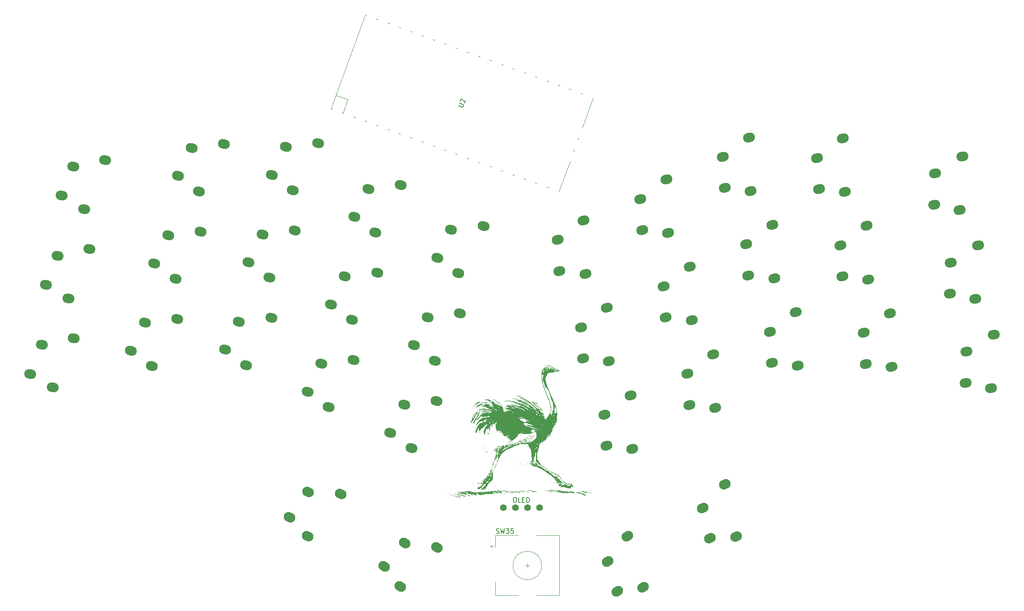
<source format=gto>
G04 #@! TF.GenerationSoftware,KiCad,Pcbnew,(6.0.4)*
G04 #@! TF.CreationDate,2022-12-01T16:17:53-05:00*
G04 #@! TF.ProjectId,Ostrich,4f737472-6963-4682-9e6b-696361645f70,rev?*
G04 #@! TF.SameCoordinates,Original*
G04 #@! TF.FileFunction,Legend,Top*
G04 #@! TF.FilePolarity,Positive*
%FSLAX46Y46*%
G04 Gerber Fmt 4.6, Leading zero omitted, Abs format (unit mm)*
G04 Created by KiCad (PCBNEW (6.0.4)) date 2022-12-01 16:17:53*
%MOMM*%
%LPD*%
G01*
G04 APERTURE LIST*
G04 Aperture macros list*
%AMHorizOval*
0 Thick line with rounded ends*
0 $1 width*
0 $2 $3 position (X,Y) of the first rounded end (center of the circle)*
0 $4 $5 position (X,Y) of the second rounded end (center of the circle)*
0 Add line between two ends*
20,1,$1,$2,$3,$4,$5,0*
0 Add two circle primitives to create the rounded ends*
1,1,$1,$2,$3*
1,1,$1,$4,$5*%
%AMRotRect*
0 Rectangle, with rotation*
0 The origin of the aperture is its center*
0 $1 length*
0 $2 width*
0 $3 Rotation angle, in degrees counterclockwise*
0 Add horizontal line*
21,1,$1,$2,0,0,$3*%
G04 Aperture macros list end*
%ADD10C,0.300000*%
%ADD11C,0.150000*%
%ADD12C,0.120000*%
%ADD13HorizOval,2.000000X0.226577X-0.105655X-0.226577X0.105655X0*%
%ADD14HorizOval,2.000000X0.241481X0.064705X-0.241481X-0.064705X0*%
%ADD15HorizOval,2.000000X0.241481X-0.064705X-0.241481X0.064705X0*%
%ADD16HorizOval,2.000000X0.216506X-0.125000X-0.216506X0.125000X0*%
%ADD17HorizOval,2.000000X0.246202X0.043412X-0.246202X-0.043412X0*%
%ADD18HorizOval,2.000000X0.246202X-0.043412X-0.246202X0.043412X0*%
%ADD19C,1.397000*%
%ADD20HorizOval,2.000000X0.216506X0.125000X-0.216506X-0.125000X0*%
%ADD21HorizOval,2.000000X0.226577X0.105655X-0.226577X-0.105655X0*%
%ADD22C,1.900000*%
%ADD23C,2.100000*%
%ADD24C,4.000000*%
%ADD25HorizOval,1.500000X0.000000X0.000000X0.000000X0.000000X0*%
%ADD26HorizOval,1.800000X0.000000X0.000000X0.000000X0.000000X0*%
%ADD27HorizOval,1.700000X0.000000X0.000000X0.000000X0.000000X0*%
%ADD28RotRect,3.500000X1.700000X70.000000*%
%ADD29RotRect,1.700000X1.700000X70.000000*%
%ADD30RotRect,3.500000X1.700000X160.000000*%
%ADD31R,2.000000X2.000000*%
%ADD32C,2.000000*%
%ADD33R,3.000000X2.500000*%
G04 APERTURE END LIST*
D10*
X147755428Y-115062000D02*
X147610285Y-114989428D01*
X147392571Y-114989428D01*
X147174857Y-115062000D01*
X147029714Y-115207142D01*
X146957142Y-115352285D01*
X146884571Y-115642571D01*
X146884571Y-115860285D01*
X146957142Y-116150571D01*
X147029714Y-116295714D01*
X147174857Y-116440857D01*
X147392571Y-116513428D01*
X147537714Y-116513428D01*
X147755428Y-116440857D01*
X147828000Y-116368285D01*
X147828000Y-115860285D01*
X147537714Y-115860285D01*
X148698857Y-114989428D02*
X148698857Y-115352285D01*
X148336000Y-115207142D02*
X148698857Y-115352285D01*
X149061714Y-115207142D01*
X148481142Y-115642571D02*
X148698857Y-115352285D01*
X148916571Y-115642571D01*
X149860000Y-114989428D02*
X149860000Y-115352285D01*
X149497142Y-115207142D02*
X149860000Y-115352285D01*
X150222857Y-115207142D01*
X149642285Y-115642571D02*
X149860000Y-115352285D01*
X150077714Y-115642571D01*
X151021142Y-114989428D02*
X151021142Y-115352285D01*
X150658285Y-115207142D02*
X151021142Y-115352285D01*
X151384000Y-115207142D01*
X150803428Y-115642571D02*
X151021142Y-115352285D01*
X151238857Y-115642571D01*
D11*
X136221294Y-47137684D02*
X136981998Y-47414557D01*
X137087779Y-47402384D01*
X137148813Y-47373923D01*
X137226133Y-47300715D01*
X137291280Y-47121726D01*
X137279106Y-47015945D01*
X137250646Y-46954911D01*
X137177438Y-46877590D01*
X136416734Y-46600717D01*
X136652809Y-46230565D02*
X136624348Y-46169531D01*
X136612174Y-46063750D01*
X136693608Y-45840013D01*
X136770928Y-45766805D01*
X136831962Y-45738345D01*
X136937743Y-45726171D01*
X137027238Y-45758744D01*
X137145193Y-45852352D01*
X137486720Y-46584759D01*
X137698447Y-46003044D01*
X147990094Y-129601404D02*
X148180570Y-129601404D01*
X148275808Y-129649024D01*
X148371046Y-129744262D01*
X148418665Y-129934738D01*
X148418665Y-130268071D01*
X148371046Y-130458547D01*
X148275808Y-130553785D01*
X148180570Y-130601404D01*
X147990094Y-130601404D01*
X147894855Y-130553785D01*
X147799617Y-130458547D01*
X147751998Y-130268071D01*
X147751998Y-129934738D01*
X147799617Y-129744262D01*
X147894855Y-129649024D01*
X147990094Y-129601404D01*
X149323427Y-130601404D02*
X148847236Y-130601404D01*
X148847236Y-129601404D01*
X149656760Y-130077595D02*
X149990094Y-130077595D01*
X150132951Y-130601404D02*
X149656760Y-130601404D01*
X149656760Y-129601404D01*
X150132951Y-129601404D01*
X150561522Y-130601404D02*
X150561522Y-129601404D01*
X150799617Y-129601404D01*
X150942475Y-129649024D01*
X151037713Y-129744262D01*
X151085332Y-129839500D01*
X151132951Y-130029976D01*
X151132951Y-130172833D01*
X151085332Y-130363309D01*
X151037713Y-130458547D01*
X150942475Y-130553785D01*
X150799617Y-130601404D01*
X150561522Y-130601404D01*
X144184951Y-137125786D02*
X144327808Y-137173405D01*
X144565903Y-137173405D01*
X144661141Y-137125786D01*
X144708760Y-137078167D01*
X144756379Y-136982929D01*
X144756379Y-136887691D01*
X144708760Y-136792453D01*
X144661141Y-136744834D01*
X144565903Y-136697215D01*
X144375427Y-136649596D01*
X144280189Y-136601977D01*
X144232570Y-136554358D01*
X144184951Y-136459120D01*
X144184951Y-136363882D01*
X144232570Y-136268644D01*
X144280189Y-136221025D01*
X144375427Y-136173405D01*
X144613522Y-136173405D01*
X144756379Y-136221025D01*
X145089713Y-136173405D02*
X145327808Y-137173405D01*
X145518284Y-136459120D01*
X145708760Y-137173405D01*
X145946855Y-136173405D01*
X146232570Y-136173405D02*
X146851617Y-136173405D01*
X146518284Y-136554358D01*
X146661141Y-136554358D01*
X146756379Y-136601977D01*
X146803998Y-136649596D01*
X146851617Y-136744834D01*
X146851617Y-136982929D01*
X146803998Y-137078167D01*
X146756379Y-137125786D01*
X146661141Y-137173405D01*
X146375427Y-137173405D01*
X146280189Y-137125786D01*
X146232570Y-137078167D01*
X147756379Y-136173405D02*
X147280189Y-136173405D01*
X147232570Y-136649596D01*
X147280189Y-136601977D01*
X147375427Y-136554358D01*
X147613522Y-136554358D01*
X147708760Y-136601977D01*
X147756379Y-136649596D01*
X147803998Y-136744834D01*
X147803998Y-136982929D01*
X147756379Y-137078167D01*
X147708760Y-137125786D01*
X147613522Y-137173405D01*
X147375427Y-137173405D01*
X147280189Y-137125786D01*
X147232570Y-137078167D01*
G36*
X140454019Y-128503666D02*
G01*
X140383009Y-128436886D01*
X140315012Y-128386677D01*
X140322876Y-128377438D01*
X140413849Y-128402405D01*
X140418484Y-128403773D01*
X140555201Y-128435641D01*
X140705727Y-128458329D01*
X140844449Y-128469865D01*
X140945753Y-128468282D01*
X140984028Y-128451609D01*
X140982431Y-128447143D01*
X140986288Y-128413765D01*
X141061234Y-128411426D01*
X141212173Y-128440931D01*
X141444005Y-128503088D01*
X141596995Y-128548232D01*
X141792718Y-128605269D01*
X141951803Y-128647910D01*
X142054589Y-128671109D01*
X142082772Y-128672871D01*
X142068484Y-128661027D01*
X142591585Y-128661027D01*
X142641575Y-128689550D01*
X142751918Y-128723356D01*
X142807124Y-128730200D01*
X142833464Y-128718072D01*
X142783474Y-128689550D01*
X142673132Y-128655743D01*
X142617925Y-128648899D01*
X142591585Y-128661027D01*
X142068484Y-128661027D01*
X142053646Y-128648727D01*
X141961465Y-128605942D01*
X141833256Y-128554749D01*
X141696051Y-128505380D01*
X141576877Y-128468071D01*
X141502764Y-128453054D01*
X141502171Y-128453050D01*
X141441932Y-128429204D01*
X141435430Y-128411267D01*
X141475084Y-128361375D01*
X141574211Y-128345357D01*
X141703058Y-128365661D01*
X141757032Y-128384827D01*
X141866323Y-128419635D01*
X141916144Y-128402368D01*
X141920961Y-128391803D01*
X141959963Y-128363579D01*
X142056442Y-128377580D01*
X142124774Y-128398227D01*
X142328781Y-128464329D01*
X142457960Y-128503752D01*
X142527143Y-128519991D01*
X142551161Y-128516543D01*
X142545097Y-128497310D01*
X142478238Y-128455705D01*
X142455376Y-128453050D01*
X142373608Y-128419856D01*
X142338711Y-128387625D01*
X142317499Y-128324301D01*
X142365044Y-128290625D01*
X142458509Y-128292585D01*
X142561797Y-128329144D01*
X142699581Y-128390977D01*
X142806753Y-128430231D01*
X142885842Y-128449467D01*
X142887017Y-128441742D01*
X143395237Y-128441742D01*
X143441730Y-128449316D01*
X143503079Y-128440620D01*
X143503811Y-128424474D01*
X143440506Y-128413182D01*
X143413153Y-128420739D01*
X143395237Y-128441742D01*
X142887017Y-128441742D01*
X142889311Y-128426658D01*
X142863581Y-128393135D01*
X142830269Y-128317895D01*
X142852127Y-128288921D01*
X142898108Y-128283929D01*
X142902448Y-128296535D01*
X142922460Y-128297796D01*
X142946236Y-128266742D01*
X142987879Y-128228822D01*
X143061755Y-128223425D01*
X143194883Y-128249367D01*
X143217486Y-128254865D01*
X143400519Y-128299887D01*
X143612084Y-128351869D01*
X143717646Y-128377782D01*
X143861690Y-128409812D01*
X143960289Y-128425396D01*
X143989620Y-128422822D01*
X143950600Y-128392519D01*
X143851678Y-128340445D01*
X143789518Y-128311537D01*
X143674063Y-128253850D01*
X143638815Y-128216399D01*
X143671736Y-128190361D01*
X143750849Y-128191125D01*
X143896656Y-128219615D01*
X144087060Y-128270919D01*
X144214761Y-128311022D01*
X144543951Y-128419001D01*
X144788461Y-128496480D01*
X144953078Y-128543696D01*
X145042589Y-128560886D01*
X145061781Y-128548288D01*
X145015441Y-128506138D01*
X144908356Y-128434673D01*
X144750974Y-128337569D01*
X144570422Y-128232017D01*
X144463440Y-128180049D01*
X144426477Y-128180465D01*
X144455979Y-128232067D01*
X144462618Y-128240201D01*
X144493133Y-128299596D01*
X144470074Y-128311151D01*
X144407938Y-128276577D01*
X144361072Y-128200747D01*
X144349776Y-128125501D01*
X144367086Y-128098878D01*
X144452154Y-128086413D01*
X144597241Y-128102049D01*
X144773679Y-128140962D01*
X144948398Y-128196665D01*
X145098466Y-128247906D01*
X145181248Y-128258145D01*
X145215041Y-128226693D01*
X145219415Y-128186426D01*
X145230818Y-128146304D01*
X145278250Y-128127961D01*
X145381544Y-128128735D01*
X145538689Y-128143579D01*
X145726645Y-128161528D01*
X145897054Y-128173716D01*
X145999862Y-128177313D01*
X146099042Y-128191257D01*
X146264832Y-128229866D01*
X146474310Y-128287264D01*
X146704552Y-128357579D01*
X146709359Y-128359124D01*
X147001732Y-128453025D01*
X147212784Y-128519453D01*
X147351272Y-128559835D01*
X147425953Y-128575593D01*
X147445585Y-128568152D01*
X147418925Y-128538937D01*
X147354730Y-128489372D01*
X147310630Y-128456915D01*
X147177060Y-128349622D01*
X147122987Y-128280971D01*
X147150216Y-128250246D01*
X147260552Y-128256728D01*
X147455800Y-128299701D01*
X147604815Y-128339977D01*
X147738720Y-128377258D01*
X147827593Y-128401095D01*
X147847623Y-128405751D01*
X147865482Y-128366906D01*
X147881910Y-128311151D01*
X147920516Y-128246945D01*
X148000496Y-128221431D01*
X148133415Y-128235451D01*
X148330839Y-128289850D01*
X148530402Y-128358451D01*
X148736773Y-128432546D01*
X148866409Y-128476253D01*
X148931573Y-128491259D01*
X148944525Y-128479253D01*
X148917525Y-128441923D01*
X148886745Y-128407512D01*
X148820094Y-128300771D01*
X148834784Y-128225439D01*
X148922217Y-128183594D01*
X149073796Y-128177312D01*
X149280925Y-128208670D01*
X149484009Y-128263241D01*
X149636638Y-128310849D01*
X149747134Y-128344868D01*
X149791244Y-128357841D01*
X149787130Y-128319872D01*
X149773902Y-128263851D01*
X149770586Y-128200186D01*
X149821198Y-128173730D01*
X149914598Y-128169252D01*
X150044507Y-128186161D01*
X150221550Y-128230331D01*
X150394193Y-128287501D01*
X150606399Y-128362798D01*
X150744171Y-128398551D01*
X150818706Y-128395416D01*
X150841202Y-128354050D01*
X150834963Y-128313349D01*
X150841303Y-128200034D01*
X150869657Y-128140455D01*
X150920541Y-128095218D01*
X151002352Y-128078202D01*
X151141916Y-128085446D01*
X151199243Y-128091780D01*
X151385679Y-128123021D01*
X151562924Y-128167674D01*
X151640394Y-128194806D01*
X151764433Y-128233039D01*
X151834384Y-128225963D01*
X151838691Y-128220917D01*
X151897646Y-128208697D01*
X152028640Y-128226601D01*
X152195876Y-128267135D01*
X152408388Y-128316199D01*
X152629896Y-128351969D01*
X152786361Y-128365331D01*
X152875703Y-128370322D01*
X152876329Y-128378533D01*
X152786388Y-128390340D01*
X152604032Y-128406120D01*
X152574536Y-128408399D01*
X152317747Y-128419219D01*
X152078230Y-128413338D01*
X151872792Y-128392883D01*
X151718242Y-128359980D01*
X151631387Y-128316754D01*
X151618677Y-128287501D01*
X151578411Y-128242824D01*
X151458059Y-128206849D01*
X151271976Y-128182784D01*
X151114698Y-128174848D01*
X150884656Y-128169252D01*
X150906125Y-128315532D01*
X150908703Y-128419259D01*
X150870761Y-128474478D01*
X150780429Y-128483177D01*
X150625834Y-128447345D01*
X150456166Y-128390883D01*
X150197433Y-128304660D01*
X149997339Y-128249338D01*
X149864810Y-128226919D01*
X149808774Y-128239410D01*
X149807497Y-128245220D01*
X149836871Y-128301763D01*
X149907779Y-128388140D01*
X149910166Y-128390691D01*
X149981058Y-128483392D01*
X149975243Y-128524928D01*
X149896694Y-128513535D01*
X149764712Y-128455354D01*
X149582911Y-128376081D01*
X149383099Y-128309954D01*
X149190920Y-128263132D01*
X149032018Y-128241774D01*
X148932037Y-128252038D01*
X148927556Y-128254295D01*
X148891618Y-128288612D01*
X148906070Y-128339208D01*
X148979612Y-128425321D01*
X149026414Y-128472912D01*
X149121210Y-128574401D01*
X149176366Y-128646749D01*
X149182582Y-128668033D01*
X149133183Y-128660216D01*
X149016247Y-128623309D01*
X148851817Y-128563977D01*
X148740329Y-128521026D01*
X148450622Y-128412781D01*
X148221285Y-128338975D01*
X148056929Y-128299904D01*
X147962162Y-128295865D01*
X147941596Y-128327154D01*
X147999840Y-128394068D01*
X148117358Y-128480925D01*
X148235332Y-128560067D01*
X148316892Y-128614902D01*
X148337261Y-128628682D01*
X148333057Y-128666159D01*
X148332707Y-128666512D01*
X148280230Y-128661746D01*
X148168261Y-128624906D01*
X148045875Y-128574654D01*
X147901132Y-128516447D01*
X147731366Y-128456636D01*
X147559144Y-128401979D01*
X147407032Y-128359235D01*
X147297595Y-128335161D01*
X147253400Y-128336515D01*
X147253307Y-128337297D01*
X147290399Y-128368688D01*
X147385542Y-128430672D01*
X147466156Y-128479201D01*
X147586432Y-128557227D01*
X147663602Y-128621771D01*
X147679005Y-128646744D01*
X147661354Y-128677362D01*
X147601842Y-128685143D01*
X147490634Y-128668083D01*
X147317893Y-128624181D01*
X147073785Y-128551433D01*
X146827555Y-128473392D01*
X146591761Y-128398953D01*
X146389771Y-128338006D01*
X146237695Y-128295191D01*
X146151643Y-128275148D01*
X146138529Y-128274967D01*
X146168574Y-128301836D01*
X146264398Y-128355123D01*
X146403253Y-128422349D01*
X146547269Y-128494802D01*
X146649029Y-128558118D01*
X146685709Y-128597125D01*
X146679577Y-128629449D01*
X146649692Y-128635372D01*
X146578818Y-128609920D01*
X146449721Y-128548121D01*
X146360310Y-128503227D01*
X146118790Y-128390729D01*
X145883332Y-128297782D01*
X145667963Y-128227948D01*
X145486715Y-128184786D01*
X145353615Y-128171856D01*
X145282694Y-128192720D01*
X145277250Y-128228376D01*
X145325207Y-128275431D01*
X145437676Y-128350812D01*
X145594176Y-128441307D01*
X145668930Y-128481069D01*
X145838353Y-128574456D01*
X145972788Y-128658941D01*
X146051561Y-128721083D01*
X146063085Y-128737319D01*
X146044353Y-128758313D01*
X145960116Y-128722272D01*
X145917560Y-128697150D01*
X145794276Y-128629312D01*
X145633499Y-128552002D01*
X145457380Y-128474398D01*
X145288076Y-128405676D01*
X145147739Y-128355015D01*
X145058525Y-128331591D01*
X145039490Y-128333410D01*
X145064407Y-128364268D01*
X145153528Y-128417445D01*
X145224345Y-128452138D01*
X145321661Y-128500640D01*
X145350892Y-128523677D01*
X145325839Y-128520889D01*
X145240002Y-128519272D01*
X145226512Y-128569114D01*
X145286094Y-128660071D01*
X145314014Y-128689550D01*
X145382564Y-128763657D01*
X145408614Y-128801928D01*
X145368144Y-128796267D01*
X145262037Y-128764343D01*
X145113249Y-128713062D01*
X145112990Y-128712969D01*
X144903026Y-128644246D01*
X144709637Y-128593550D01*
X144551532Y-128564433D01*
X144447419Y-128560451D01*
X144415318Y-128580422D01*
X144454904Y-128623055D01*
X144551639Y-128672781D01*
X144565923Y-128678357D01*
X144660068Y-128721931D01*
X144695219Y-128754936D01*
X144693531Y-128758202D01*
X144642118Y-128753866D01*
X144519246Y-128725007D01*
X144343399Y-128676413D01*
X144136249Y-128613870D01*
X143926198Y-128550564D01*
X143750808Y-128502383D01*
X143628594Y-128474089D01*
X143578207Y-128470298D01*
X143572998Y-128524430D01*
X143628391Y-128575818D01*
X143702821Y-128594950D01*
X143802047Y-128629255D01*
X143853754Y-128673639D01*
X143884631Y-128720150D01*
X143862325Y-128737086D01*
X143770409Y-128729624D01*
X143705821Y-128720268D01*
X143581466Y-128706544D01*
X143544505Y-128716728D01*
X143563921Y-128735454D01*
X143659999Y-128769207D01*
X143788596Y-128783425D01*
X143893239Y-128796646D01*
X143941883Y-128827877D01*
X143942320Y-128831449D01*
X143901488Y-128870051D01*
X143791201Y-128874439D01*
X143629774Y-128845694D01*
X143491554Y-128804881D01*
X143352656Y-128765801D01*
X143247016Y-128750436D01*
X143217927Y-128753847D01*
X143207038Y-128773958D01*
X143244648Y-128780415D01*
X143314922Y-128807906D01*
X143327422Y-128835544D01*
X143281356Y-128863497D01*
X143145956Y-128876813D01*
X142960849Y-128876191D01*
X142774797Y-128875185D01*
X142619282Y-128882380D01*
X142523913Y-128896260D01*
X142516243Y-128898987D01*
X142429309Y-128904908D01*
X142289887Y-128884087D01*
X142187218Y-128857993D01*
X142040628Y-128817836D01*
X141958051Y-128808279D01*
X141914085Y-128829039D01*
X141896327Y-128854753D01*
X141823780Y-128906828D01*
X141720257Y-128926049D01*
X141595908Y-128949015D01*
X141515365Y-128994770D01*
X141405535Y-129043241D01*
X141229258Y-129050685D01*
X141092844Y-129052958D01*
X141007668Y-129074506D01*
X140994262Y-129088388D01*
X140949683Y-129107042D01*
X140839730Y-129084939D01*
X140659810Y-129020506D01*
X140405326Y-128912170D01*
X140182756Y-128810486D01*
X140006796Y-128729590D01*
X139905960Y-128687493D01*
X139870133Y-128681954D01*
X139889205Y-128710732D01*
X139935950Y-128755804D01*
X140049395Y-128851236D01*
X140151559Y-128922241D01*
X140159853Y-128926861D01*
X140234040Y-128986884D01*
X140252934Y-129027752D01*
X140220065Y-129042495D01*
X140136777Y-129002710D01*
X140134393Y-129001157D01*
X140001433Y-128925739D01*
X139896036Y-128877931D01*
X139776220Y-128832378D01*
X139860853Y-128948676D01*
X139931299Y-129031498D01*
X139980960Y-129066462D01*
X140012205Y-129103027D01*
X140011509Y-129170069D01*
X139980465Y-129209607D01*
X139977019Y-129209848D01*
X139908824Y-129180943D01*
X139906189Y-129178434D01*
X139850435Y-129148257D01*
X139728278Y-129094435D01*
X139561888Y-129026544D01*
X139484432Y-128996249D01*
X139364113Y-128949699D01*
X139732636Y-128949699D01*
X139756286Y-128973348D01*
X139779936Y-128949699D01*
X139756286Y-128926049D01*
X139732636Y-128949699D01*
X139364113Y-128949699D01*
X139296344Y-128923480D01*
X139133196Y-128860149D01*
X139094402Y-128845007D01*
X139598362Y-128845007D01*
X139609870Y-128871441D01*
X139657496Y-128922219D01*
X139684876Y-128911803D01*
X139685337Y-128905190D01*
X139651741Y-128865183D01*
X139630729Y-128850582D01*
X139598362Y-128845007D01*
X139094402Y-128845007D01*
X139021808Y-128816672D01*
X138999489Y-128807865D01*
X138980352Y-128811165D01*
X139028056Y-128858381D01*
X139105914Y-128919398D01*
X139219070Y-129011560D01*
X139291985Y-129086708D01*
X139306938Y-129115545D01*
X139301398Y-129148330D01*
X139273568Y-129155726D01*
X139206638Y-129132749D01*
X139083795Y-129074415D01*
X138962666Y-129013489D01*
X138781049Y-128932725D01*
X138601623Y-128871091D01*
X138479191Y-128844459D01*
X138305080Y-128819008D01*
X138136316Y-128783986D01*
X138124443Y-128780933D01*
X137987928Y-128748296D01*
X137928122Y-128744269D01*
X137947093Y-128772198D01*
X138046910Y-128835429D01*
X138216794Y-128930312D01*
X138472319Y-129075022D01*
X138658354Y-129191564D01*
X138772735Y-129277024D01*
X138813298Y-129328483D01*
X138777877Y-129343025D01*
X138664310Y-129317732D01*
X138470430Y-129249689D01*
X138447041Y-129240616D01*
X138289933Y-129183575D01*
X138086352Y-129116007D01*
X137851106Y-129042121D01*
X137599002Y-128966125D01*
X137344847Y-128892228D01*
X137103448Y-128824640D01*
X136889613Y-128767570D01*
X136816670Y-128749556D01*
X137670271Y-128749556D01*
X137693790Y-128780740D01*
X137776339Y-128830629D01*
X137781590Y-128833279D01*
X137901797Y-128901129D01*
X137985680Y-128958952D01*
X138069448Y-129008221D01*
X138204259Y-129070523D01*
X138351425Y-129128941D01*
X138443717Y-129159215D01*
X138455541Y-129139426D01*
X138416547Y-129108241D01*
X138314968Y-129049732D01*
X138173908Y-128975371D01*
X138016473Y-128896629D01*
X137865767Y-128824976D01*
X137744894Y-128771883D01*
X137676961Y-128748822D01*
X137670271Y-128749556D01*
X136816670Y-128749556D01*
X136718148Y-128725225D01*
X136603862Y-128701814D01*
X136561561Y-128701548D01*
X136563646Y-128705277D01*
X136612448Y-128733967D01*
X136729709Y-128796211D01*
X136899135Y-128883538D01*
X137104433Y-128987475D01*
X137159667Y-129015169D01*
X137451930Y-129165844D01*
X137658358Y-129282704D01*
X137780903Y-129367177D01*
X137821520Y-129420689D01*
X137782164Y-129444667D01*
X137750097Y-129446347D01*
X137674536Y-129432118D01*
X137525094Y-129392511D01*
X137317606Y-129332140D01*
X137067908Y-129255621D01*
X136791838Y-129167570D01*
X136776398Y-129162548D01*
X136494979Y-129073607D01*
X136234668Y-128996344D01*
X136012484Y-128935418D01*
X135845443Y-128895491D01*
X135750565Y-128881225D01*
X135749366Y-128881236D01*
X135688252Y-128886673D01*
X135678801Y-128904874D01*
X135729880Y-128942702D01*
X135850358Y-129007021D01*
X136019601Y-129090391D01*
X136303368Y-129238136D01*
X136506588Y-129366209D01*
X136625698Y-129472085D01*
X136658149Y-129542789D01*
X136615569Y-129575071D01*
X136500617Y-129584805D01*
X136332475Y-129573255D01*
X136130325Y-129541682D01*
X135925001Y-129494495D01*
X135783787Y-129453385D01*
X135590222Y-129392341D01*
X135358077Y-129316182D01*
X135101125Y-129229729D01*
X134833136Y-129137802D01*
X134567882Y-129045220D01*
X134319133Y-128956804D01*
X134100660Y-128877373D01*
X133926236Y-128811748D01*
X133809631Y-128764748D01*
X133764616Y-128741193D01*
X133767600Y-128739394D01*
X133830786Y-128753097D01*
X133968913Y-128792808D01*
X134167387Y-128854005D01*
X134411609Y-128932168D01*
X134686983Y-129022775D01*
X134744082Y-129041848D01*
X135137199Y-129169398D01*
X135500498Y-129279350D01*
X135823213Y-129368963D01*
X136094580Y-129435493D01*
X136303833Y-129476197D01*
X136440207Y-129488334D01*
X136476541Y-129483232D01*
X136486426Y-129449488D01*
X136422096Y-129388269D01*
X136296783Y-129308192D01*
X136123715Y-129217876D01*
X135948651Y-129139371D01*
X135746953Y-129051200D01*
X135619251Y-128983553D01*
X135550221Y-128925796D01*
X135524538Y-128867294D01*
X135522953Y-128843937D01*
X135550572Y-128805203D01*
X135637267Y-128795484D01*
X135788792Y-128815899D01*
X136010902Y-128867566D01*
X136309352Y-128951603D01*
X136689896Y-129069131D01*
X136703090Y-129073328D01*
X136952620Y-129150721D01*
X137171780Y-129214808D01*
X137344276Y-129261132D01*
X137453811Y-129285234D01*
X137483537Y-129286868D01*
X137467209Y-129260470D01*
X137380555Y-129205462D01*
X137240494Y-129129799D01*
X137063947Y-129041439D01*
X136867833Y-128948339D01*
X136669072Y-128858456D01*
X136484584Y-128779746D01*
X136331288Y-128720167D01*
X136226104Y-128687676D01*
X136201728Y-128684063D01*
X136127385Y-128675025D01*
X136142695Y-128659065D01*
X136151642Y-128656566D01*
X136212790Y-128608834D01*
X136207505Y-128543570D01*
X136208121Y-128534113D01*
X136281373Y-128534113D01*
X136351146Y-128569640D01*
X136489162Y-128611664D01*
X136646324Y-128647591D01*
X136819887Y-128683476D01*
X136953120Y-128711972D01*
X137022752Y-128728073D01*
X137027514Y-128729584D01*
X137022755Y-128706358D01*
X137014814Y-128692652D01*
X136955086Y-128654876D01*
X136833357Y-128607581D01*
X136691175Y-128563417D01*
X137146913Y-128563417D01*
X137153406Y-128591536D01*
X137178447Y-128594950D01*
X137179655Y-128594413D01*
X137249396Y-128594413D01*
X137391296Y-128663498D01*
X137517792Y-128717877D01*
X137589204Y-128733795D01*
X137592936Y-128709268D01*
X137578130Y-128692897D01*
X137502031Y-128652832D01*
X137391296Y-128621678D01*
X137249396Y-128594413D01*
X137179655Y-128594413D01*
X137217380Y-128577644D01*
X137209980Y-128563417D01*
X137153846Y-128557756D01*
X137146913Y-128563417D01*
X136691175Y-128563417D01*
X136680339Y-128560051D01*
X136526741Y-128521574D01*
X136403275Y-128501438D01*
X136378895Y-128500350D01*
X136287929Y-128509533D01*
X136281373Y-128534113D01*
X136208121Y-128534113D01*
X136213174Y-128456545D01*
X136292255Y-128416146D01*
X136433929Y-128425939D01*
X136506656Y-128445001D01*
X136635724Y-128473431D01*
X136668633Y-128464802D01*
X137364715Y-128464802D01*
X137371982Y-128494600D01*
X137445997Y-128534259D01*
X137574689Y-128575594D01*
X137639620Y-128590945D01*
X137817023Y-128630510D01*
X137978961Y-128669052D01*
X138053493Y-128688271D01*
X138204254Y-128722598D01*
X138288919Y-128727867D01*
X138299496Y-128706563D01*
X138227996Y-128661175D01*
X138195590Y-128646063D01*
X138479191Y-128646063D01*
X138496926Y-128666135D01*
X138570391Y-128715080D01*
X138672221Y-128776556D01*
X138775052Y-128834221D01*
X138851519Y-128871731D01*
X138865230Y-128876611D01*
X138866465Y-128840629D01*
X138862657Y-128809168D01*
X138828139Y-128722030D01*
X138811959Y-128702744D01*
X138793849Y-128700073D01*
X138805498Y-128725024D01*
X138815175Y-128775805D01*
X138753761Y-128767804D01*
X138644741Y-128713199D01*
X138542915Y-128663823D01*
X138479191Y-128646063D01*
X138195590Y-128646063D01*
X138192985Y-128644848D01*
X138122498Y-128618600D01*
X138975839Y-128618600D01*
X138999489Y-128642250D01*
X139023139Y-128618600D01*
X138999489Y-128594950D01*
X138975839Y-128618600D01*
X138122498Y-128618600D01*
X138036404Y-128586540D01*
X137841810Y-128529429D01*
X137646014Y-128482844D01*
X137485827Y-128456116D01*
X137436267Y-128453050D01*
X137364715Y-128464802D01*
X136668633Y-128464802D01*
X136701680Y-128456137D01*
X136710082Y-128445552D01*
X136782030Y-128416605D01*
X136941279Y-128419415D01*
X137007638Y-128426697D01*
X137160423Y-128441841D01*
X137241173Y-128436186D01*
X137254025Y-128423305D01*
X137906958Y-128423305D01*
X137958893Y-128453050D01*
X138059175Y-128488521D01*
X138110916Y-128492999D01*
X138096274Y-128466486D01*
X138077143Y-128453050D01*
X137976170Y-128413832D01*
X137935244Y-128409799D01*
X137906958Y-128423305D01*
X137254025Y-128423305D01*
X137270808Y-128406485D01*
X137273046Y-128385504D01*
X137287659Y-128349158D01*
X137342759Y-128326676D01*
X137455236Y-128315042D01*
X137641980Y-128311238D01*
X137689285Y-128311151D01*
X137882016Y-128305828D01*
X138039845Y-128291617D01*
X138137929Y-128271151D01*
X138154908Y-128261766D01*
X138236097Y-128237982D01*
X138387242Y-128244497D01*
X138589902Y-128277921D01*
X138825637Y-128334866D01*
X139076006Y-128411941D01*
X139185650Y-128451207D01*
X139391759Y-128522857D01*
X139527072Y-128555141D01*
X139605448Y-128550914D01*
X139622185Y-128541178D01*
X139707280Y-128514423D01*
X139833306Y-128542679D01*
X139954000Y-128582751D01*
X140004585Y-128590450D01*
X140003625Y-128566356D01*
X139992785Y-128547650D01*
X139997133Y-128508163D01*
X140071140Y-128505601D01*
X140197961Y-128538595D01*
X140283880Y-128571300D01*
X140408202Y-128621845D01*
X140468410Y-128636761D01*
X140487755Y-128616700D01*
X140487790Y-128615875D01*
X140986164Y-128615875D01*
X141054852Y-128655478D01*
X141080681Y-128667608D01*
X141200967Y-128712835D01*
X141292743Y-128731130D01*
X141293530Y-128731117D01*
X141301460Y-128716245D01*
X141235571Y-128680805D01*
X141198931Y-128665900D01*
X141069156Y-128620928D01*
X140994582Y-128604306D01*
X140986164Y-128615875D01*
X140487790Y-128615875D01*
X140489433Y-128577069D01*
X140454019Y-128503666D01*
G37*
G36*
X161729340Y-128714152D02*
G01*
X161546868Y-128633296D01*
X161406099Y-128579533D01*
X161357580Y-128565991D01*
X161254443Y-128534107D01*
X161207085Y-128497259D01*
X161206752Y-128494438D01*
X161167864Y-128458795D01*
X161127919Y-128453050D01*
X161074654Y-128439945D01*
X161077450Y-128424686D01*
X161136014Y-128420254D01*
X161247270Y-128443969D01*
X161286357Y-128456028D01*
X161461460Y-128507309D01*
X161641784Y-128542967D01*
X161821650Y-128566993D01*
X161941329Y-128595312D01*
X162106499Y-128653273D01*
X162299544Y-128732394D01*
X162502844Y-128824189D01*
X162698782Y-128920176D01*
X162869740Y-129011868D01*
X162998100Y-129090784D01*
X163066245Y-129148438D01*
X163071260Y-129168752D01*
X163015528Y-129182421D01*
X162953974Y-129161011D01*
X162878479Y-129136138D01*
X162862245Y-129160884D01*
X162847526Y-129201098D01*
X162793463Y-129195624D01*
X162685197Y-129140516D01*
X162605325Y-129092643D01*
X162487203Y-129029214D01*
X162401857Y-128999914D01*
X162381865Y-129001561D01*
X162326486Y-128991108D01*
X162207517Y-128944296D01*
X162044761Y-128869431D01*
X161926391Y-128810443D01*
X161908718Y-128801807D01*
X162281956Y-128801807D01*
X162341370Y-128849319D01*
X162484357Y-128940275D01*
X162485939Y-128941239D01*
X162630543Y-129019533D01*
X162750376Y-129067128D01*
X162812966Y-129074299D01*
X162812595Y-129044312D01*
X162734125Y-128988798D01*
X162600117Y-128920833D01*
X162411833Y-128837474D01*
X162305611Y-128797828D01*
X162281956Y-128801807D01*
X161908718Y-128801807D01*
X161824185Y-128760499D01*
X162152748Y-128760499D01*
X162176398Y-128784149D01*
X162200048Y-128760499D01*
X162176398Y-128736849D01*
X162152748Y-128760499D01*
X161824185Y-128760499D01*
X161729340Y-128714152D01*
G37*
G36*
X160746325Y-128435312D02*
G01*
X160903894Y-128485299D01*
X160999187Y-128518367D01*
X161186282Y-128581359D01*
X161360687Y-128634654D01*
X161481922Y-128666069D01*
X161596451Y-128706903D01*
X161663086Y-128762449D01*
X161665140Y-128766999D01*
X161673815Y-128838936D01*
X161648808Y-128869684D01*
X161616310Y-128843600D01*
X161563941Y-128810800D01*
X161442152Y-128754268D01*
X161270422Y-128682611D01*
X161113288Y-128621359D01*
X160897614Y-128536573D01*
X160749573Y-128472409D01*
X160672673Y-128432034D01*
X160670421Y-128418612D01*
X160746325Y-128435312D01*
G37*
G36*
X161792257Y-128394888D02*
G01*
X161949077Y-128444419D01*
X162150976Y-128518375D01*
X162356963Y-128598914D01*
X162545733Y-128677109D01*
X162695976Y-128744034D01*
X162786387Y-128790763D01*
X162800268Y-128801005D01*
X162809845Y-128831018D01*
X162743379Y-128821856D01*
X162609629Y-128776267D01*
X162417351Y-128697002D01*
X162294648Y-128642250D01*
X162057007Y-128537673D01*
X161897032Y-128476783D01*
X161809307Y-128458031D01*
X161788412Y-128479869D01*
X161798000Y-128500350D01*
X161805283Y-128543276D01*
X161762703Y-128540348D01*
X161699469Y-128497641D01*
X161678801Y-128475557D01*
X161637819Y-128402763D01*
X161675077Y-128375938D01*
X161792257Y-128394888D01*
G37*
G36*
X156807478Y-128075284D02*
G01*
X156848579Y-128039237D01*
X156924914Y-128034119D01*
X157062137Y-128058959D01*
X157087345Y-128064697D01*
X157255103Y-128092042D01*
X157407932Y-128098466D01*
X157462283Y-128092764D01*
X157634913Y-128102776D01*
X157788337Y-128162707D01*
X157907666Y-128215430D01*
X157989293Y-128236463D01*
X158005605Y-128232845D01*
X158062855Y-128227987D01*
X158181279Y-128244263D01*
X158280854Y-128265456D01*
X158453003Y-128299077D01*
X158611946Y-128317677D01*
X158673631Y-128319066D01*
X158796999Y-128327209D01*
X158969607Y-128354403D01*
X159117051Y-128386120D01*
X159292266Y-128423916D01*
X159401867Y-128432415D01*
X159469877Y-128412564D01*
X159486426Y-128400674D01*
X159571274Y-128369068D01*
X159585484Y-128366830D01*
X159791156Y-128366830D01*
X159825539Y-128399529D01*
X159835057Y-128405751D01*
X159921719Y-128447534D01*
X159963082Y-128440590D01*
X159953307Y-128405751D01*
X159885805Y-128364595D01*
X159844091Y-128359175D01*
X159791156Y-128366830D01*
X159585484Y-128366830D01*
X159722908Y-128345186D01*
X159913742Y-128330215D01*
X160116186Y-128325343D01*
X160302656Y-128331755D01*
X160445562Y-128350641D01*
X160473605Y-128358194D01*
X160547568Y-128384207D01*
X160544022Y-128392707D01*
X160456074Y-128385814D01*
X160402655Y-128379998D01*
X160189806Y-128356214D01*
X160479044Y-128493416D01*
X160631362Y-128571406D01*
X160748664Y-128642059D01*
X160804026Y-128688453D01*
X160813513Y-128722713D01*
X160757890Y-128702327D01*
X160742888Y-128694438D01*
X160637022Y-128663859D01*
X160575327Y-128669712D01*
X160479370Y-128670793D01*
X160410167Y-128646270D01*
X160328362Y-128619888D01*
X160297884Y-128649115D01*
X160246017Y-128666974D01*
X160119521Y-128629957D01*
X160051556Y-128601437D01*
X159886458Y-128532467D01*
X159791910Y-128506604D01*
X159754413Y-128523543D01*
X159760466Y-128582980D01*
X159764108Y-128594950D01*
X159772489Y-128660087D01*
X159733713Y-128686116D01*
X159633248Y-128675280D01*
X159485591Y-128637956D01*
X159347623Y-128612578D01*
X159275405Y-128628400D01*
X159272742Y-128631845D01*
X159181938Y-128697066D01*
X159048084Y-128718702D01*
X158915076Y-128690440D01*
X158903999Y-128684887D01*
X158808235Y-128648622D01*
X158756575Y-128674487D01*
X158754232Y-128678110D01*
X158703881Y-128698684D01*
X158597661Y-128671846D01*
X158473509Y-128618975D01*
X158329714Y-128556749D01*
X158246135Y-128528849D01*
X158230482Y-128535302D01*
X158290465Y-128576137D01*
X158368763Y-128618600D01*
X158465043Y-128680695D01*
X158510188Y-128734048D01*
X158510663Y-128738064D01*
X158496471Y-128775964D01*
X158443719Y-128772179D01*
X158337139Y-128722699D01*
X158233861Y-128665330D01*
X158087348Y-128584735D01*
X158012674Y-128553273D01*
X158002004Y-128569080D01*
X158037664Y-128618600D01*
X158070267Y-128674450D01*
X158025353Y-128689466D01*
X158016697Y-128689550D01*
X157907189Y-128667556D01*
X157852262Y-128644282D01*
X157761925Y-128602013D01*
X157620498Y-128541938D01*
X157516517Y-128500016D01*
X157378551Y-128449061D01*
X157315269Y-128436327D01*
X157315501Y-128460307D01*
X157326203Y-128474333D01*
X157359687Y-128530609D01*
X157326351Y-128541310D01*
X157221571Y-128505479D01*
X157040722Y-128422161D01*
X157016448Y-128410283D01*
X156850107Y-128340276D01*
X156641400Y-128268842D01*
X156419245Y-128204071D01*
X156212562Y-128154051D01*
X156050267Y-128126874D01*
X155994435Y-128124392D01*
X156001356Y-128140498D01*
X156079854Y-128180182D01*
X156202748Y-128230817D01*
X156379521Y-128304659D01*
X156487251Y-128360492D01*
X156522679Y-128392711D01*
X156482543Y-128395711D01*
X156363584Y-128363888D01*
X156259301Y-128328034D01*
X156044486Y-128255169D01*
X155833294Y-128192324D01*
X155644224Y-128143945D01*
X155495780Y-128114480D01*
X155406463Y-128108376D01*
X155388875Y-128118816D01*
X155428421Y-128188286D01*
X155528274Y-128269909D01*
X155660254Y-128342383D01*
X155711220Y-128362487D01*
X155805989Y-128408904D01*
X155857837Y-128457144D01*
X155856068Y-128488514D01*
X155789987Y-128484320D01*
X155779098Y-128481122D01*
X155697640Y-128456708D01*
X155551781Y-128413677D01*
X155367963Y-128359818D01*
X155294275Y-128338312D01*
X155069991Y-128270743D01*
X154846275Y-128199583D01*
X154639077Y-128130397D01*
X154464348Y-128068748D01*
X154338038Y-128020200D01*
X154276097Y-127990319D01*
X154277429Y-127983573D01*
X154337425Y-127994625D01*
X154467503Y-128026698D01*
X154646983Y-128074144D01*
X154855184Y-128131313D01*
X155071425Y-128192558D01*
X155275027Y-128252230D01*
X155395503Y-128288963D01*
X155507124Y-128323748D01*
X155393174Y-128230510D01*
X155318631Y-128137832D01*
X155323416Y-128098302D01*
X155861873Y-128098302D01*
X155885523Y-128121952D01*
X155909173Y-128098302D01*
X155885523Y-128074652D01*
X155861873Y-128098302D01*
X155323416Y-128098302D01*
X155327512Y-128064460D01*
X155360415Y-128051002D01*
X155672674Y-128051002D01*
X155696324Y-128074652D01*
X155719974Y-128051002D01*
X155696324Y-128027352D01*
X155672674Y-128051002D01*
X155360415Y-128051002D01*
X155415496Y-128028473D01*
X155441758Y-128027352D01*
X155508040Y-128012346D01*
X155513174Y-127989841D01*
X155546487Y-127982537D01*
X155652472Y-127990138D01*
X155810929Y-128009553D01*
X156001657Y-128037694D01*
X156204455Y-128071471D01*
X156399123Y-128107793D01*
X156565460Y-128143572D01*
X156636847Y-128161705D01*
X156740860Y-128184020D01*
X156788466Y-128181209D01*
X156787865Y-128175150D01*
X156789422Y-128140228D01*
X156868938Y-128140228D01*
X156925985Y-128209971D01*
X157028492Y-128264871D01*
X157147564Y-128298245D01*
X157254308Y-128303408D01*
X157256712Y-128302317D01*
X157484004Y-128302317D01*
X157536156Y-128348588D01*
X157626680Y-128406966D01*
X157724226Y-128456937D01*
X157852970Y-128514843D01*
X157917674Y-128540699D01*
X157940363Y-128541727D01*
X157943065Y-128528672D01*
X157905862Y-128494223D01*
X157878785Y-128476700D01*
X158132264Y-128476700D01*
X158155914Y-128500350D01*
X158179564Y-128476700D01*
X158463363Y-128476700D01*
X158487013Y-128500350D01*
X158510663Y-128476700D01*
X158487013Y-128453050D01*
X158463363Y-128476700D01*
X158179564Y-128476700D01*
X158155914Y-128453050D01*
X158132264Y-128476700D01*
X157878785Y-128476700D01*
X157814412Y-128435041D01*
X157804559Y-128429401D01*
X158368763Y-128429401D01*
X158392413Y-128453050D01*
X158416063Y-128429401D01*
X158392413Y-128405751D01*
X158368763Y-128429401D01*
X157804559Y-128429401D01*
X157721925Y-128382101D01*
X158274163Y-128382101D01*
X158297813Y-128405751D01*
X158321463Y-128382101D01*
X158297813Y-128358451D01*
X158274163Y-128382101D01*
X157721925Y-128382101D01*
X157698955Y-128368953D01*
X157589729Y-128313788D01*
X157550385Y-128297169D01*
X157484116Y-128280922D01*
X157484004Y-128302317D01*
X157256712Y-128302317D01*
X157319828Y-128273675D01*
X157328167Y-128246469D01*
X157283435Y-128196399D01*
X157159411Y-128150491D01*
X157089877Y-128134671D01*
X157051363Y-128128601D01*
X157399117Y-128128601D01*
X157493717Y-128169252D01*
X157604220Y-128204255D01*
X157659266Y-128212503D01*
X157706347Y-128208178D01*
X157671245Y-128177069D01*
X157659266Y-128169252D01*
X157551874Y-128131115D01*
X157493717Y-128126001D01*
X157399117Y-128128601D01*
X157051363Y-128128601D01*
X156943202Y-128111554D01*
X156875303Y-128117469D01*
X156868938Y-128140228D01*
X156789422Y-128140228D01*
X156790746Y-128110537D01*
X156807478Y-128075284D01*
G37*
G36*
X163173365Y-128236896D02*
G01*
X163279737Y-128272707D01*
X163433445Y-128335604D01*
X163614502Y-128416035D01*
X163802923Y-128504453D01*
X163978721Y-128591306D01*
X164121909Y-128667045D01*
X164212501Y-128722120D01*
X164233940Y-128743656D01*
X164233378Y-128769229D01*
X164218970Y-128775473D01*
X164171633Y-128755306D01*
X164072285Y-128701648D01*
X163973791Y-128647122D01*
X163805572Y-128561903D01*
X163594894Y-128465861D01*
X163394368Y-128382605D01*
X163209324Y-128306952D01*
X163093655Y-128252247D01*
X163052465Y-128221855D01*
X163090857Y-128219141D01*
X163173365Y-128236896D01*
G37*
G36*
X162543484Y-128294069D02*
G01*
X162686800Y-128336739D01*
X162863745Y-128399851D01*
X163053492Y-128474562D01*
X163235212Y-128552032D01*
X163388079Y-128623418D01*
X163491265Y-128679879D01*
X163524443Y-128710508D01*
X163513279Y-128729973D01*
X163469980Y-128725591D01*
X163379838Y-128692380D01*
X163228142Y-128625357D01*
X163104447Y-128568231D01*
X162899215Y-128477872D01*
X162702365Y-128400192D01*
X162530334Y-128340531D01*
X162399561Y-128304229D01*
X162326483Y-128296627D01*
X162319600Y-128313258D01*
X162386765Y-128354978D01*
X162414641Y-128358451D01*
X162492182Y-128377867D01*
X162614324Y-128427124D01*
X162753777Y-128492735D01*
X162883251Y-128561215D01*
X162975457Y-128619078D01*
X163004145Y-128649772D01*
X162965100Y-128647379D01*
X162861184Y-128610260D01*
X162712226Y-128545820D01*
X162657877Y-128520445D01*
X162452952Y-128434857D01*
X162240319Y-128364735D01*
X162063963Y-128324463D01*
X162054804Y-128323222D01*
X161798000Y-128290441D01*
X162034499Y-128258636D01*
X162316003Y-128255686D01*
X162543484Y-128294069D01*
G37*
G36*
X161017553Y-128382101D02*
G01*
X160993903Y-128405751D01*
X160970253Y-128382101D01*
X160993903Y-128358451D01*
X161017553Y-128382101D01*
G37*
G36*
X162909545Y-128192902D02*
G01*
X162885895Y-128216551D01*
X162862245Y-128192902D01*
X162885895Y-128169252D01*
X162909545Y-128192902D01*
G37*
G36*
X163004145Y-128192902D02*
G01*
X162980495Y-128216551D01*
X162956845Y-128192902D01*
X162980495Y-128169252D01*
X163004145Y-128192902D01*
G37*
G36*
X155418618Y-102734915D02*
G01*
X155454258Y-102676948D01*
X155458822Y-102617534D01*
X155453141Y-102582107D01*
X155467746Y-102451083D01*
X155481798Y-102432932D01*
X155601724Y-102432932D01*
X155708149Y-102464709D01*
X155790716Y-102504858D01*
X155814573Y-102538269D01*
X155852965Y-102575363D01*
X155885523Y-102580052D01*
X155948298Y-102545166D01*
X155956473Y-102514894D01*
X155917570Y-102414490D01*
X155823079Y-102364205D01*
X155707023Y-102381517D01*
X155601724Y-102432932D01*
X155481798Y-102432932D01*
X155549751Y-102345157D01*
X155672797Y-102276840D01*
X155810525Y-102258644D01*
X155936575Y-102303080D01*
X155972792Y-102335453D01*
X156034946Y-102442022D01*
X156051072Y-102518148D01*
X156071873Y-102588372D01*
X156150846Y-102602935D01*
X156173499Y-102600904D01*
X156286250Y-102577617D01*
X156320441Y-102533876D01*
X156275885Y-102458816D01*
X156169322Y-102356402D01*
X155955583Y-102200926D01*
X155681347Y-102049225D01*
X155379935Y-101917190D01*
X155084668Y-101820712D01*
X155007070Y-101802112D01*
X154858071Y-101765965D01*
X154796996Y-101742751D01*
X154817925Y-101733487D01*
X154914936Y-101739190D01*
X155082108Y-101760875D01*
X155168332Y-101774422D01*
X155488570Y-101855800D01*
X155804170Y-101987555D01*
X156085241Y-102154700D01*
X156301888Y-102342249D01*
X156302662Y-102343105D01*
X156401076Y-102448105D01*
X156484074Y-102516270D01*
X156578686Y-102559904D01*
X156711940Y-102591310D01*
X156910866Y-102622794D01*
X156920049Y-102624152D01*
X157181159Y-102672304D01*
X157353037Y-102726922D01*
X157428522Y-102775007D01*
X157501134Y-102869795D01*
X157512325Y-102937304D01*
X157470067Y-102958451D01*
X157377679Y-102964957D01*
X157300946Y-102997694D01*
X157247871Y-103031175D01*
X157140858Y-103075397D01*
X156984239Y-103112050D01*
X156893122Y-103124705D01*
X156433026Y-103182771D01*
X155987946Y-103260138D01*
X155722161Y-103318765D01*
X155537888Y-103354438D01*
X155367335Y-103371762D01*
X155265033Y-103368754D01*
X155181541Y-103361428D01*
X155111842Y-103377743D01*
X155045862Y-103429498D01*
X154973530Y-103528497D01*
X154884771Y-103686538D01*
X154769514Y-103915424D01*
X154730614Y-103994853D01*
X154602407Y-104275133D01*
X154524206Y-104497162D01*
X154492731Y-104680854D01*
X154504698Y-104846122D01*
X154556827Y-105012878D01*
X154561128Y-105023288D01*
X154608337Y-105161756D01*
X154631741Y-105280314D01*
X154632287Y-105293743D01*
X154649281Y-105384944D01*
X154696889Y-105550134D01*
X154770366Y-105775560D01*
X154864965Y-106047470D01*
X154975938Y-106352110D01*
X155098540Y-106675729D01*
X155189450Y-106907985D01*
X155282615Y-107140615D01*
X155365964Y-107342742D01*
X155450052Y-107538550D01*
X155545437Y-107752223D01*
X155662675Y-108007943D01*
X155777889Y-108256030D01*
X155874608Y-108467489D01*
X155968069Y-108678374D01*
X156042178Y-108852177D01*
X156059361Y-108894459D01*
X156119172Y-109036495D01*
X156170126Y-109143622D01*
X156190732Y-109178258D01*
X156227820Y-109250851D01*
X156274646Y-109373672D01*
X156288292Y-109414875D01*
X156337400Y-109546859D01*
X156414301Y-109729573D01*
X156504557Y-109929096D01*
X156529834Y-109982473D01*
X156631305Y-110217068D01*
X156729087Y-110481018D01*
X156803381Y-110720518D01*
X156808299Y-110739270D01*
X156860075Y-110981363D01*
X156904193Y-111264756D01*
X156938948Y-111567419D01*
X156962636Y-111867323D01*
X156973554Y-112142438D01*
X156969998Y-112370734D01*
X156950262Y-112530182D01*
X156947629Y-112540421D01*
X156918905Y-112724802D01*
X156933703Y-112938130D01*
X156945880Y-113010281D01*
X156973657Y-113172097D01*
X156992247Y-113302526D01*
X156997069Y-113358907D01*
X156982447Y-113403008D01*
X156948810Y-113378382D01*
X156911502Y-113304443D01*
X156889266Y-113222510D01*
X156877773Y-113202992D01*
X156867877Y-113264726D01*
X156861684Y-113394367D01*
X156861610Y-113397659D01*
X156844019Y-113615327D01*
X156805612Y-113793291D01*
X156752559Y-113919775D01*
X156691029Y-113983003D01*
X156627189Y-113971200D01*
X156588288Y-113919429D01*
X156560045Y-113879280D01*
X156547502Y-113903181D01*
X156548981Y-114002192D01*
X156557495Y-114122523D01*
X156567569Y-114285151D01*
X156563383Y-114368210D01*
X156542765Y-114385956D01*
X156519849Y-114369531D01*
X156442232Y-114311080D01*
X156388321Y-114314620D01*
X156353873Y-114388478D01*
X156334644Y-114540976D01*
X156326920Y-114747929D01*
X156322822Y-114943985D01*
X156318470Y-115051101D01*
X156312558Y-115074933D01*
X156303781Y-115021136D01*
X156291445Y-114901654D01*
X156263921Y-114617855D01*
X156182501Y-114766611D01*
X156088521Y-114991593D01*
X156005226Y-115300294D01*
X155958373Y-115540201D01*
X155936239Y-115644642D01*
X155919760Y-115678156D01*
X155914768Y-115658451D01*
X155897750Y-115602955D01*
X155868375Y-115620001D01*
X155837235Y-115690359D01*
X155814919Y-115794795D01*
X155810583Y-115847650D01*
X155805226Y-115941137D01*
X155794383Y-115945086D01*
X155771712Y-115871300D01*
X155738281Y-115753050D01*
X155706123Y-115871300D01*
X155682960Y-116003862D01*
X155672595Y-116155099D01*
X155665655Y-116256663D01*
X155644323Y-116273012D01*
X155625374Y-116249699D01*
X155587708Y-116202599D01*
X155575048Y-116238183D01*
X155574084Y-116249699D01*
X155559717Y-116264897D01*
X155533318Y-116202399D01*
X155511175Y-116146868D01*
X155488308Y-116151818D01*
X155456439Y-116228132D01*
X155416427Y-116356123D01*
X155367780Y-116500052D01*
X155323969Y-116598642D01*
X155298912Y-116628097D01*
X155252849Y-116665161D01*
X155200540Y-116744732D01*
X155145170Y-116822306D01*
X155104325Y-116840482D01*
X155086274Y-116807342D01*
X155083316Y-116728887D01*
X155096224Y-116589583D01*
X155125770Y-116373893D01*
X155128394Y-116356123D01*
X155134383Y-116225331D01*
X155113405Y-116158229D01*
X155077944Y-116164092D01*
X155040485Y-116252193D01*
X155032877Y-116285173D01*
X154988431Y-116477516D01*
X154931076Y-116691450D01*
X154866636Y-116909202D01*
X154800932Y-117113001D01*
X154739785Y-117285075D01*
X154689018Y-117407651D01*
X154654451Y-117462957D01*
X154647066Y-117462949D01*
X154650906Y-117411572D01*
X154678861Y-117291638D01*
X154725645Y-117124508D01*
X154753412Y-117033230D01*
X154807289Y-116850808D01*
X154844687Y-116705092D01*
X154860373Y-116617508D01*
X154858631Y-116602384D01*
X154835247Y-116632111D01*
X154795428Y-116731415D01*
X154748622Y-116876118D01*
X154697014Y-117027983D01*
X154626215Y-117207890D01*
X154545690Y-117395157D01*
X154464903Y-117569099D01*
X154393318Y-117709034D01*
X154340398Y-117794278D01*
X154321042Y-117810592D01*
X154321288Y-117775948D01*
X154346615Y-117719102D01*
X154378523Y-117611202D01*
X154392319Y-117467172D01*
X154392245Y-117447128D01*
X154388912Y-117266645D01*
X154285821Y-117530963D01*
X154133269Y-117809045D01*
X153946992Y-118027611D01*
X153835582Y-118132340D01*
X153780801Y-118171791D01*
X153785834Y-118143834D01*
X153794549Y-118129574D01*
X153871266Y-117994506D01*
X153924624Y-117872607D01*
X153945556Y-117787976D01*
X153932365Y-117763293D01*
X153883912Y-117794219D01*
X153788494Y-117875850D01*
X153665497Y-117991459D01*
X153647748Y-118008844D01*
X153534405Y-118114137D01*
X153457037Y-118173638D01*
X153428972Y-118177499D01*
X153431115Y-118168891D01*
X153444855Y-118111454D01*
X153404414Y-118116419D01*
X153362155Y-118137853D01*
X153282564Y-118201184D01*
X153258144Y-118249780D01*
X153245380Y-118423922D01*
X153218087Y-118620409D01*
X153173063Y-118855709D01*
X153107110Y-119146294D01*
X153017029Y-119508635D01*
X153002934Y-119563598D01*
X152879434Y-120081848D01*
X152796715Y-120521427D01*
X152754558Y-120888920D01*
X152752747Y-121190909D01*
X152791064Y-121433979D01*
X152869291Y-121624712D01*
X152931903Y-121712827D01*
X153007616Y-121813464D01*
X153105928Y-121960162D01*
X153214278Y-122132029D01*
X153320107Y-122308175D01*
X153410854Y-122467706D01*
X153473959Y-122589731D01*
X153496882Y-122652608D01*
X153539076Y-122730526D01*
X153664912Y-122849575D01*
X153873274Y-123008876D01*
X154163047Y-123207547D01*
X154371929Y-123342989D01*
X154597536Y-123487110D01*
X154830805Y-123636526D01*
X155039328Y-123770460D01*
X155153113Y-123843811D01*
X155299383Y-123932729D01*
X155495873Y-124044236D01*
X155727343Y-124170512D01*
X155978552Y-124303739D01*
X156234259Y-124436095D01*
X156479224Y-124559763D01*
X156698206Y-124666922D01*
X156875965Y-124749752D01*
X156997260Y-124800435D01*
X157041413Y-124812641D01*
X157170786Y-124847489D01*
X157312126Y-124951588D01*
X157475266Y-125132893D01*
X157537968Y-125214233D01*
X157773747Y-125525478D01*
X157967358Y-125771063D01*
X158129982Y-125963450D01*
X158272798Y-126115101D01*
X158406988Y-126238477D01*
X158543730Y-126346041D01*
X158571250Y-126365953D01*
X158821877Y-126537663D01*
X159018880Y-126652368D01*
X159178841Y-126716467D01*
X159318341Y-126736363D01*
X159453961Y-126718456D01*
X159472089Y-126713707D01*
X159595681Y-126686962D01*
X159698008Y-126691548D01*
X159818729Y-126733326D01*
X159918614Y-126779709D01*
X160101068Y-126889514D01*
X160220789Y-127007438D01*
X160237888Y-127035569D01*
X160290541Y-127171177D01*
X160305963Y-127286814D01*
X160282579Y-127356102D01*
X160257568Y-127365155D01*
X160228837Y-127402286D01*
X160238986Y-127465678D01*
X160248975Y-127535985D01*
X160218523Y-127533836D01*
X160169024Y-127462844D01*
X160166156Y-127441558D01*
X160130731Y-127363639D01*
X160047437Y-127271838D01*
X159950747Y-127198846D01*
X159886073Y-127175956D01*
X159847179Y-127208336D01*
X159857671Y-127258730D01*
X159905318Y-127421703D01*
X159918069Y-127564764D01*
X159894489Y-127659312D01*
X159878537Y-127674965D01*
X159816838Y-127684473D01*
X159801642Y-127666958D01*
X159749618Y-127645058D01*
X159628435Y-127635767D01*
X159491402Y-127639325D01*
X159263093Y-127638897D01*
X159064473Y-127598467D01*
X158936361Y-127551776D01*
X158736028Y-127485735D01*
X158531449Y-127457164D01*
X158337158Y-127455843D01*
X157997404Y-127442642D01*
X157737713Y-127380682D01*
X157558597Y-127270112D01*
X157512984Y-127217101D01*
X157434543Y-127131906D01*
X157397684Y-127113646D01*
X157586373Y-127113646D01*
X157611966Y-127152306D01*
X157677344Y-127211603D01*
X157706566Y-127223255D01*
X157763067Y-127191143D01*
X157801165Y-127152306D01*
X158936361Y-127152306D01*
X158960011Y-127175956D01*
X158983661Y-127152306D01*
X158960011Y-127128656D01*
X158936361Y-127152306D01*
X157801165Y-127152306D01*
X157828011Y-127104011D01*
X157787706Y-127084357D01*
X157706566Y-127081356D01*
X157607170Y-127087474D01*
X157586373Y-127113646D01*
X157397684Y-127113646D01*
X157367483Y-127098684D01*
X157361943Y-127099390D01*
X157330335Y-127100528D01*
X157339992Y-127093312D01*
X157374126Y-127028465D01*
X157361284Y-126931276D01*
X157307762Y-126847575D01*
X157306029Y-126846112D01*
X157250662Y-126783862D01*
X157242589Y-126757546D01*
X157230794Y-126692907D01*
X157212366Y-126643833D01*
X157175460Y-126599717D01*
X157098721Y-126572514D01*
X156962069Y-126557578D01*
X156814634Y-126551794D01*
X156453121Y-126542530D01*
X156772394Y-126525983D01*
X156954777Y-126508469D01*
X157066415Y-126480449D01*
X157091470Y-126453415D01*
X157209480Y-126453415D01*
X157215830Y-126476025D01*
X157268552Y-126498168D01*
X157368216Y-126511244D01*
X157475466Y-126513528D01*
X157550945Y-126503294D01*
X157564666Y-126491323D01*
X157527176Y-126457060D01*
X157435081Y-126402054D01*
X157416490Y-126392263D01*
X157309376Y-126346335D01*
X157251203Y-126352821D01*
X157230412Y-126376965D01*
X157209480Y-126453415D01*
X157091470Y-126453415D01*
X157099013Y-126445276D01*
X157056193Y-126411275D01*
X156992047Y-126358885D01*
X156890886Y-126251554D01*
X156770803Y-126111234D01*
X156649891Y-125959876D01*
X156584513Y-125871288D01*
X156980501Y-125871288D01*
X157013276Y-125938379D01*
X157052596Y-125990843D01*
X157144737Y-126094108D01*
X157200928Y-126129767D01*
X157212937Y-126094398D01*
X157201091Y-126052585D01*
X157124152Y-125911526D01*
X157027291Y-125852658D01*
X157011329Y-125851561D01*
X156980501Y-125871288D01*
X156584513Y-125871288D01*
X156546243Y-125819432D01*
X156477952Y-125711851D01*
X156474942Y-125706077D01*
X156392937Y-125594785D01*
X156342512Y-125543186D01*
X156784380Y-125543186D01*
X156834536Y-125618395D01*
X156834804Y-125618691D01*
X156908206Y-125677996D01*
X156942499Y-125660520D01*
X156925207Y-125589678D01*
X156896409Y-125563016D01*
X156807966Y-125522050D01*
X156784380Y-125543186D01*
X156342512Y-125543186D01*
X156247263Y-125445718D01*
X156099390Y-125313106D01*
X156634742Y-125313106D01*
X156642320Y-125331263D01*
X156704979Y-125376797D01*
X156718853Y-125378563D01*
X156744497Y-125349420D01*
X156736920Y-125331263D01*
X156674261Y-125285729D01*
X156660387Y-125283963D01*
X156634742Y-125313106D01*
X156099390Y-125313106D01*
X156053831Y-125272249D01*
X155828552Y-125087751D01*
X155587337Y-124905596D01*
X155346098Y-124739158D01*
X155256711Y-124682181D01*
X155103526Y-124583478D01*
X154900313Y-124447508D01*
X154673764Y-124292347D01*
X154454518Y-124138873D01*
X154036048Y-123858330D01*
X153618927Y-123608945D01*
X153521097Y-123557520D01*
X154064480Y-123557520D01*
X154088130Y-123581170D01*
X154111780Y-123557520D01*
X154088130Y-123533870D01*
X154064480Y-123557520D01*
X153521097Y-123557520D01*
X153217844Y-123398112D01*
X152847485Y-123233227D01*
X152827658Y-123226421D01*
X153591482Y-123226421D01*
X153615132Y-123250071D01*
X153638782Y-123226421D01*
X153615132Y-123202771D01*
X153591482Y-123226421D01*
X152827658Y-123226421D01*
X152522537Y-123121683D01*
X152359572Y-123084150D01*
X152067618Y-123019265D01*
X151869212Y-122943756D01*
X151809222Y-122894440D01*
X152800909Y-122894440D01*
X152811035Y-122909173D01*
X152889472Y-122950366D01*
X153000234Y-122975496D01*
X153128520Y-122983097D01*
X153170508Y-122964882D01*
X153155878Y-122940599D01*
X153096530Y-122917636D01*
X152981331Y-122892727D01*
X152946970Y-122887139D01*
X152831283Y-122876684D01*
X152800909Y-122894440D01*
X151809222Y-122894440D01*
X151764537Y-122857706D01*
X151746789Y-122799632D01*
X151707837Y-122738810D01*
X151664014Y-122726312D01*
X151576436Y-122723898D01*
X151426858Y-122720914D01*
X151250141Y-122718042D01*
X150919042Y-122713233D01*
X151241421Y-122695718D01*
X151411203Y-122684898D01*
X151506399Y-122669385D01*
X151546905Y-122639765D01*
X151552615Y-122586626D01*
X151548870Y-122550264D01*
X151537637Y-122494091D01*
X151921555Y-122494091D01*
X151946965Y-122540574D01*
X152005293Y-122599400D01*
X152103046Y-122628061D01*
X152255216Y-122635173D01*
X152397973Y-122632771D01*
X152463893Y-122619675D01*
X152470720Y-122587057D01*
X152445309Y-122540574D01*
X152386982Y-122481747D01*
X152289229Y-122453086D01*
X152137059Y-122445974D01*
X151994302Y-122448377D01*
X151928382Y-122461472D01*
X151921555Y-122494091D01*
X151537637Y-122494091D01*
X151535401Y-122482910D01*
X151500224Y-122442124D01*
X151421831Y-122418277D01*
X151278713Y-122401743D01*
X151202841Y-122395371D01*
X150871743Y-122368417D01*
X151261966Y-122359896D01*
X151454203Y-122353716D01*
X151570551Y-122342205D01*
X151629720Y-122320420D01*
X151650418Y-122283416D01*
X151652190Y-122256775D01*
X151648201Y-122230257D01*
X151746789Y-122230257D01*
X151760118Y-122285811D01*
X151809540Y-122324237D01*
X151909206Y-122348787D01*
X152073265Y-122362713D01*
X152315870Y-122369268D01*
X152353736Y-122369747D01*
X152564694Y-122373413D01*
X152699179Y-122381380D01*
X152775315Y-122397935D01*
X152811226Y-122427369D01*
X152825040Y-122473970D01*
X152826161Y-122481533D01*
X152827919Y-122553364D01*
X152786517Y-122563854D01*
X152713176Y-122539335D01*
X152614100Y-122511456D01*
X152561864Y-122513830D01*
X152583780Y-122547180D01*
X152697926Y-122598220D01*
X152903653Y-122666671D01*
X152964759Y-122685118D01*
X153100252Y-122734549D01*
X153158943Y-122773637D01*
X153138317Y-122793011D01*
X153035857Y-122783296D01*
X152988409Y-122773220D01*
X152822464Y-122743043D01*
X152682970Y-122732417D01*
X152591671Y-122741424D01*
X152570314Y-122770149D01*
X152571163Y-122771615D01*
X152629763Y-122796042D01*
X152749719Y-122811116D01*
X152826769Y-122813457D01*
X153026269Y-122835948D01*
X153232032Y-122892764D01*
X153276699Y-122910855D01*
X153422629Y-122980894D01*
X153488702Y-123025403D01*
X153471998Y-123041323D01*
X153390458Y-123030075D01*
X153331299Y-123022226D01*
X153349098Y-123043691D01*
X153418289Y-123085504D01*
X153516799Y-123131410D01*
X153575879Y-123139015D01*
X153578011Y-123137409D01*
X153635194Y-123138243D01*
X153733410Y-123180355D01*
X153839547Y-123246270D01*
X153919992Y-123317902D01*
X153957646Y-123379312D01*
X153921947Y-123383110D01*
X153814551Y-123329327D01*
X153790842Y-123315391D01*
X153725265Y-123279551D01*
X153722943Y-123291179D01*
X153786905Y-123356899D01*
X153827745Y-123396029D01*
X153928875Y-123485464D01*
X153983209Y-123511208D01*
X154006964Y-123480129D01*
X154008587Y-123472608D01*
X154032944Y-123403675D01*
X154047072Y-123391970D01*
X154104201Y-123420193D01*
X154195156Y-123489653D01*
X154294601Y-123577533D01*
X154377204Y-123661018D01*
X154417628Y-123717294D01*
X154417619Y-123725674D01*
X154442571Y-123767140D01*
X154529934Y-123839000D01*
X154643697Y-123914834D01*
X154796392Y-124009416D01*
X154931327Y-124094154D01*
X154998651Y-124137307D01*
X155075291Y-124172985D01*
X155105076Y-124159946D01*
X155065914Y-124111386D01*
X154970876Y-124057426D01*
X154963177Y-124054168D01*
X154865634Y-124002144D01*
X154821499Y-123955654D01*
X154821277Y-123953195D01*
X154857267Y-123941478D01*
X154945798Y-123965432D01*
X155057705Y-124013043D01*
X155163829Y-124072296D01*
X155224138Y-124119173D01*
X155310054Y-124187051D01*
X155352555Y-124209018D01*
X155388765Y-124247388D01*
X155381101Y-124264374D01*
X155320207Y-124271635D01*
X155239201Y-124244699D01*
X155180449Y-124220186D01*
X155190627Y-124240737D01*
X155266051Y-124307550D01*
X155367482Y-124378614D01*
X155444684Y-124407061D01*
X155455250Y-124405622D01*
X155523322Y-124420404D01*
X155629348Y-124480545D01*
X155748001Y-124566454D01*
X155853949Y-124658544D01*
X155921867Y-124737222D01*
X155932851Y-124775007D01*
X155958312Y-124827645D01*
X156040784Y-124912166D01*
X156156938Y-125010503D01*
X156283449Y-125104589D01*
X156396987Y-125176356D01*
X156474228Y-125207736D01*
X156488779Y-125205592D01*
X156476099Y-125166254D01*
X156405269Y-125088131D01*
X156323698Y-125015370D01*
X156194792Y-124901785D01*
X156122423Y-124824747D01*
X156110745Y-124791420D01*
X156163911Y-124808970D01*
X156224536Y-124844305D01*
X156417138Y-124970459D01*
X156601810Y-125100914D01*
X156762165Y-125222996D01*
X156881815Y-125324028D01*
X156944373Y-125391335D01*
X156949769Y-125405238D01*
X156987898Y-125463021D01*
X157085795Y-125545993D01*
X157218719Y-125636826D01*
X157361932Y-125718192D01*
X157458413Y-125761522D01*
X157540351Y-125801544D01*
X157540754Y-125837420D01*
X157515764Y-125857877D01*
X157478864Y-125906557D01*
X157493717Y-125926299D01*
X157562994Y-125962848D01*
X157672034Y-126026486D01*
X157692137Y-126038669D01*
X157791488Y-126110819D01*
X157825375Y-126186581D01*
X157816022Y-126298630D01*
X157806353Y-126413803D01*
X157832169Y-126461222D01*
X157862058Y-126466458D01*
X157969530Y-126482481D01*
X158021971Y-126498129D01*
X158077911Y-126514555D01*
X158071467Y-126489841D01*
X158018509Y-126427179D01*
X157970227Y-126355522D01*
X157978403Y-126324588D01*
X157979606Y-126324559D01*
X158035645Y-126356762D01*
X158113048Y-126434377D01*
X158188739Y-126528909D01*
X158239646Y-126611865D01*
X158245443Y-126652845D01*
X158203471Y-126643766D01*
X158188817Y-126625995D01*
X158125663Y-126592053D01*
X158010512Y-126572017D01*
X157875273Y-126566288D01*
X157751856Y-126575268D01*
X157672170Y-126599360D01*
X157658542Y-126619314D01*
X157647750Y-126653136D01*
X157618107Y-126616674D01*
X157542813Y-126574778D01*
X157427134Y-126569374D01*
X157327306Y-126584811D01*
X157306321Y-126615841D01*
X157345498Y-126679295D01*
X157402822Y-126739324D01*
X157471046Y-126746856D01*
X157572564Y-126714455D01*
X157693686Y-126682765D01*
X157745877Y-126702642D01*
X157798642Y-126732953D01*
X157910182Y-126749322D01*
X157947006Y-126750257D01*
X158064023Y-126760689D01*
X158128124Y-126786688D01*
X158132264Y-126796375D01*
X158091650Y-126820881D01*
X157990081Y-126817135D01*
X157978540Y-126815205D01*
X157824815Y-126787918D01*
X157966715Y-126909286D01*
X158072150Y-126987894D01*
X158155081Y-127030150D01*
X158167739Y-127032355D01*
X158220484Y-127072044D01*
X158226864Y-127103521D01*
X158258574Y-127151392D01*
X158295775Y-127146543D01*
X158329583Y-127105006D01*
X158841761Y-127105006D01*
X158865411Y-127128656D01*
X158889061Y-127105006D01*
X158865411Y-127081356D01*
X158841761Y-127105006D01*
X158329583Y-127105006D01*
X158342892Y-127088654D01*
X158338331Y-127002523D01*
X158431830Y-127002523D01*
X158438322Y-127030643D01*
X158463363Y-127034056D01*
X158502296Y-127016750D01*
X158494896Y-127002523D01*
X158438762Y-126996862D01*
X158431830Y-127002523D01*
X158338331Y-127002523D01*
X158337308Y-126983206D01*
X158341379Y-126864116D01*
X158346039Y-126860623D01*
X158431830Y-126860623D01*
X158438322Y-126888743D01*
X158463363Y-126892157D01*
X158502296Y-126874850D01*
X158494896Y-126860623D01*
X158438762Y-126854963D01*
X158431830Y-126860623D01*
X158346039Y-126860623D01*
X158414277Y-126809470D01*
X158556230Y-126819192D01*
X158696635Y-126864189D01*
X158860854Y-126927430D01*
X159014877Y-126986575D01*
X159058023Y-127003094D01*
X159202317Y-127069931D01*
X159318172Y-127138470D01*
X159430114Y-127206424D01*
X159487270Y-127210385D01*
X159503932Y-127150995D01*
X159503959Y-127146792D01*
X159530586Y-127092617D01*
X159621908Y-127092875D01*
X159747069Y-127083581D01*
X159812380Y-127004968D01*
X159816265Y-126914197D01*
X159765620Y-126831394D01*
X159657785Y-126809124D01*
X159510329Y-126849947D01*
X159479265Y-126865057D01*
X159373222Y-126909636D01*
X159295679Y-126901600D01*
X159235052Y-126867118D01*
X159130958Y-126814202D01*
X159062730Y-126797557D01*
X158995529Y-126772531D01*
X158872841Y-126705715D01*
X158716724Y-126609503D01*
X158649824Y-126565542D01*
X158537782Y-126488335D01*
X158437387Y-126411877D01*
X158338981Y-126325843D01*
X158232903Y-126219913D01*
X158109494Y-126083763D01*
X157959093Y-125907071D01*
X157772041Y-125679515D01*
X157538678Y-125390773D01*
X157466717Y-125301281D01*
X157317815Y-125130390D01*
X157183098Y-125015920D01*
X157029867Y-124932126D01*
X156961593Y-124903609D01*
X156645066Y-124764833D01*
X156265793Y-124575424D01*
X155836066Y-124342356D01*
X155368174Y-124072605D01*
X154874408Y-123773145D01*
X154367058Y-123450952D01*
X154143042Y-123304017D01*
X153882845Y-123131047D01*
X153683959Y-122996253D01*
X153528569Y-122885963D01*
X153398864Y-122786501D01*
X153277028Y-122684195D01*
X153145250Y-122565369D01*
X152985715Y-122416351D01*
X152981515Y-122412401D01*
X152817491Y-122260933D01*
X152707001Y-122168124D01*
X152636839Y-122125591D01*
X152593804Y-122124946D01*
X152569077Y-122150449D01*
X152546371Y-122160233D01*
X152527495Y-122104536D01*
X152511144Y-121974947D01*
X152507426Y-121922885D01*
X152645486Y-121922885D01*
X152679821Y-121971051D01*
X152692785Y-121972976D01*
X152738856Y-121956838D01*
X152740085Y-121952118D01*
X152706941Y-121911734D01*
X152692785Y-121902026D01*
X152649199Y-121905776D01*
X152645486Y-121922885D01*
X152507426Y-121922885D01*
X152496012Y-121763057D01*
X152489070Y-121635008D01*
X152473886Y-121195612D01*
X152477894Y-120832146D01*
X152501997Y-120527723D01*
X152547098Y-120265460D01*
X152566522Y-120186123D01*
X152596033Y-120044037D01*
X152602362Y-119942533D01*
X152591590Y-119911358D01*
X152561743Y-119931866D01*
X152550886Y-120007242D01*
X152527205Y-120103685D01*
X152481600Y-120128283D01*
X152402788Y-120170854D01*
X152354617Y-120288356D01*
X152339362Y-120465475D01*
X152359296Y-120686898D01*
X152381554Y-120802306D01*
X152377685Y-120871468D01*
X152357259Y-120885080D01*
X152319614Y-120846519D01*
X152314387Y-120811339D01*
X152291456Y-120762381D01*
X152267087Y-120766831D01*
X152237380Y-120827816D01*
X152216315Y-120948799D01*
X152211524Y-121017946D01*
X152203260Y-121239829D01*
X152184645Y-121028382D01*
X152186512Y-120839411D01*
X152215001Y-120644968D01*
X152223085Y-120613152D01*
X152251023Y-120474204D01*
X152247948Y-120386317D01*
X152217718Y-120363643D01*
X152168642Y-120413452D01*
X152149993Y-120488527D01*
X152137237Y-120633891D01*
X152131972Y-120825327D01*
X152133088Y-120952972D01*
X152134030Y-121195661D01*
X152123542Y-121352156D01*
X152100889Y-121430257D01*
X152087062Y-121441737D01*
X152049008Y-121495854D01*
X152030182Y-121603970D01*
X152029746Y-121732677D01*
X152046864Y-121848567D01*
X152080698Y-121918232D01*
X152099187Y-121925676D01*
X152177587Y-121888878D01*
X152215999Y-121842902D01*
X152253599Y-121788441D01*
X152264976Y-121816582D01*
X152265649Y-121837110D01*
X152227320Y-121942343D01*
X152113893Y-122000266D01*
X151939673Y-122006454D01*
X151807609Y-122003193D01*
X151751363Y-122030660D01*
X151746789Y-122051021D01*
X151774660Y-122087597D01*
X151867483Y-122107930D01*
X152039076Y-122114818D01*
X152062121Y-122114875D01*
X152214474Y-122119615D01*
X152314987Y-122132066D01*
X152342690Y-122149574D01*
X152342032Y-122150297D01*
X152279052Y-122166765D01*
X152152269Y-122173059D01*
X152026700Y-122169595D01*
X151867643Y-122164574D01*
X151782054Y-122175795D01*
X151749539Y-122207680D01*
X151746789Y-122230257D01*
X151648201Y-122230257D01*
X151642860Y-122194749D01*
X151600109Y-122163828D01*
X151501794Y-122156217D01*
X151380216Y-122161007D01*
X151269340Y-122151722D01*
X151226495Y-122113827D01*
X151226491Y-122113372D01*
X151265271Y-122078283D01*
X151350723Y-122088501D01*
X151437415Y-122100703D01*
X151454204Y-122068944D01*
X151448310Y-122050243D01*
X151463477Y-121981993D01*
X151534185Y-121928539D01*
X151616715Y-121918167D01*
X151635913Y-121903656D01*
X151644974Y-121854726D01*
X151794089Y-121854726D01*
X151817739Y-121878376D01*
X151841389Y-121854726D01*
X151817739Y-121831077D01*
X151794089Y-121854726D01*
X151644974Y-121854726D01*
X151646872Y-121844478D01*
X151649336Y-121731920D01*
X151643111Y-121559103D01*
X151892013Y-121559103D01*
X151897684Y-121707483D01*
X151916034Y-121805580D01*
X151935988Y-121831077D01*
X151965599Y-121789345D01*
X151979782Y-121685854D01*
X151979964Y-121653702D01*
X151966933Y-121508610D01*
X151939556Y-121390678D01*
X151935988Y-121381728D01*
X151912403Y-121353786D01*
X151898276Y-121408016D01*
X151892128Y-121550387D01*
X151892013Y-121559103D01*
X151643111Y-121559103D01*
X151643045Y-121557269D01*
X151627744Y-121311811D01*
X151603175Y-120986832D01*
X151581280Y-120718827D01*
X151552489Y-120375423D01*
X151540565Y-120242591D01*
X152128922Y-120242591D01*
X152137618Y-120303940D01*
X152153765Y-120304672D01*
X152165056Y-120241367D01*
X152157499Y-120214014D01*
X152136496Y-120196098D01*
X152128922Y-120242591D01*
X151540565Y-120242591D01*
X151528853Y-120112121D01*
X151515559Y-119989790D01*
X152242536Y-119989790D01*
X152244934Y-120028198D01*
X152260669Y-120132792D01*
X152263468Y-120163758D01*
X152281982Y-120218901D01*
X152290737Y-120222883D01*
X152305035Y-120180720D01*
X152313019Y-120074697D01*
X152313663Y-120021859D01*
X152305893Y-119900469D01*
X152283869Y-119872119D01*
X152271478Y-119886298D01*
X152242536Y-119989790D01*
X151515559Y-119989790D01*
X151507407Y-119914771D01*
X151485188Y-119769224D01*
X151459230Y-119661332D01*
X151447736Y-119631635D01*
X151889593Y-119631635D01*
X151908707Y-119584335D01*
X152165895Y-119584335D01*
X152263791Y-119472671D01*
X152361687Y-119361006D01*
X152361687Y-119720995D01*
X152367478Y-119901680D01*
X152383185Y-120027852D01*
X152406309Y-120080495D01*
X152408987Y-120080983D01*
X152431849Y-120036436D01*
X152448212Y-119913578D01*
X152456210Y-119728585D01*
X152456698Y-119667110D01*
X152458098Y-119556531D01*
X152526449Y-119556531D01*
X152527769Y-119643232D01*
X152545847Y-119757518D01*
X152550468Y-119797185D01*
X152568555Y-119824555D01*
X152607232Y-119764808D01*
X152633659Y-119634616D01*
X152621324Y-119481010D01*
X152597195Y-119368253D01*
X152580346Y-119340813D01*
X152559963Y-119391155D01*
X152548681Y-119430383D01*
X152526449Y-119556531D01*
X152458098Y-119556531D01*
X152459600Y-119437845D01*
X152466907Y-119207588D01*
X152472334Y-119108258D01*
X152598186Y-119108258D01*
X152617344Y-119238486D01*
X152655527Y-119356582D01*
X152712869Y-119489736D01*
X152729629Y-119307387D01*
X152734376Y-119171538D01*
X152724578Y-119070605D01*
X152721072Y-119059063D01*
X152671616Y-118996615D01*
X152622029Y-119014729D01*
X152598235Y-119103027D01*
X152598186Y-119108258D01*
X152472334Y-119108258D01*
X152477154Y-119020024D01*
X152479289Y-118993088D01*
X152501470Y-118732939D01*
X152451434Y-118945788D01*
X152402166Y-119091289D01*
X152337795Y-119204121D01*
X152313461Y-119229587D01*
X152239278Y-119327476D01*
X152195709Y-119442436D01*
X152165895Y-119584335D01*
X151908707Y-119584335D01*
X151956492Y-119466086D01*
X152002582Y-119321698D01*
X152025189Y-119191853D01*
X152025551Y-119182287D01*
X152018331Y-119110201D01*
X151996899Y-119115656D01*
X151967942Y-119183933D01*
X151938147Y-119300310D01*
X151918117Y-119418786D01*
X151889593Y-119631635D01*
X151447736Y-119631635D01*
X151426569Y-119576944D01*
X151384241Y-119501912D01*
X151329282Y-119422087D01*
X151301506Y-119383430D01*
X151126502Y-119101006D01*
X151120422Y-119087687D01*
X152267087Y-119087687D01*
X152284393Y-119126620D01*
X152298620Y-119119221D01*
X152304281Y-119063087D01*
X152298620Y-119056154D01*
X152270501Y-119062647D01*
X152267087Y-119087687D01*
X151120422Y-119087687D01*
X151044852Y-118922138D01*
X152267087Y-118922138D01*
X152290737Y-118945788D01*
X152314387Y-118922138D01*
X152290737Y-118898488D01*
X152267087Y-118922138D01*
X151044852Y-118922138D01*
X151007880Y-118841145D01*
X152154399Y-118841145D01*
X152173972Y-118851188D01*
X152203234Y-118823597D01*
X152365421Y-118823597D01*
X152374117Y-118884945D01*
X152390264Y-118885678D01*
X152401555Y-118822372D01*
X152393998Y-118795020D01*
X152372995Y-118777103D01*
X152365421Y-118823597D01*
X152203234Y-118823597D01*
X152214626Y-118812855D01*
X152219787Y-118780239D01*
X152209667Y-118717131D01*
X152201198Y-118709289D01*
X152170699Y-118746275D01*
X152155383Y-118780239D01*
X152154399Y-118841145D01*
X151007880Y-118841145D01*
X150991766Y-118805845D01*
X150943046Y-118638339D01*
X151945209Y-118638339D01*
X151950322Y-118719119D01*
X151965129Y-118726231D01*
X151967014Y-118722014D01*
X151970639Y-118685639D01*
X152408987Y-118685639D01*
X152432636Y-118709289D01*
X152456286Y-118685639D01*
X152432636Y-118661989D01*
X152408987Y-118685639D01*
X151970639Y-118685639D01*
X151976371Y-118628115D01*
X151968767Y-118580115D01*
X151958833Y-118567389D01*
X152172487Y-118567389D01*
X152189794Y-118606323D01*
X152204021Y-118598923D01*
X152209586Y-118543739D01*
X152456286Y-118543739D01*
X152479936Y-118567389D01*
X152489567Y-118557758D01*
X152578283Y-118557758D01*
X152584481Y-118614689D01*
X152611939Y-118691104D01*
X152627352Y-118709289D01*
X152642111Y-118669485D01*
X152645486Y-118614689D01*
X152627514Y-118537800D01*
X152602614Y-118520090D01*
X152578283Y-118557758D01*
X152489567Y-118557758D01*
X152503586Y-118543739D01*
X152479936Y-118520090D01*
X152456286Y-118543739D01*
X152209586Y-118543739D01*
X152209682Y-118542789D01*
X152204021Y-118535856D01*
X152175901Y-118542349D01*
X152172487Y-118567389D01*
X151958833Y-118567389D01*
X151953710Y-118560826D01*
X151945521Y-118623651D01*
X151945209Y-118638339D01*
X150943046Y-118638339D01*
X150916631Y-118547519D01*
X150911485Y-118520090D01*
X151841389Y-118520090D01*
X151858695Y-118559023D01*
X151872922Y-118551623D01*
X151878583Y-118495489D01*
X151872922Y-118488556D01*
X151844802Y-118495049D01*
X151841389Y-118520090D01*
X150911485Y-118520090D01*
X150902612Y-118472790D01*
X151604890Y-118472790D01*
X151622196Y-118511723D01*
X151636423Y-118504323D01*
X151642084Y-118448189D01*
X151639979Y-118445611D01*
X152179316Y-118445611D01*
X152190469Y-118470292D01*
X152216996Y-118472790D01*
X152281135Y-118438437D01*
X152290402Y-118426032D01*
X152282789Y-118399153D01*
X152245894Y-118407442D01*
X152179316Y-118445611D01*
X151639979Y-118445611D01*
X151636423Y-118441257D01*
X151608303Y-118447749D01*
X151604890Y-118472790D01*
X150902612Y-118472790D01*
X150900653Y-118462349D01*
X151274003Y-118462349D01*
X151309262Y-118471263D01*
X151321091Y-118471341D01*
X151422331Y-118446590D01*
X151462990Y-118425490D01*
X151510078Y-118388631D01*
X151474819Y-118379717D01*
X151462990Y-118379639D01*
X151361750Y-118404390D01*
X151321091Y-118425490D01*
X151274003Y-118462349D01*
X150900653Y-118462349D01*
X150885563Y-118381914D01*
X150257076Y-118384470D01*
X150015553Y-118381899D01*
X149802541Y-118373046D01*
X149729800Y-118366910D01*
X152673461Y-118366910D01*
X152676037Y-118402768D01*
X152727347Y-118443907D01*
X152794344Y-118425540D01*
X152833811Y-118362184D01*
X152834685Y-118349480D01*
X152825086Y-118293147D01*
X152776076Y-118292402D01*
X152723291Y-118311155D01*
X152673461Y-118366910D01*
X149729800Y-118366910D01*
X149638898Y-118359242D01*
X149545481Y-118341816D01*
X149538171Y-118338636D01*
X149469541Y-118322695D01*
X149364323Y-118337733D01*
X149204682Y-118387681D01*
X149048202Y-118446615D01*
X148838570Y-118526279D01*
X148634060Y-118599991D01*
X148470683Y-118654881D01*
X148435802Y-118665539D01*
X148282837Y-118716512D01*
X148068832Y-118795699D01*
X147819231Y-118892983D01*
X147559479Y-118998245D01*
X147315023Y-119101368D01*
X147111407Y-119192185D01*
X146966371Y-119259677D01*
X146772132Y-119350084D01*
X146565246Y-119446390D01*
X146516920Y-119468887D01*
X146282233Y-119593838D01*
X146051590Y-119743060D01*
X145878373Y-119879666D01*
X145740912Y-120000810D01*
X145622105Y-120099194D01*
X145546501Y-120154532D01*
X145543944Y-120156003D01*
X145442321Y-120244000D01*
X145314137Y-120401673D01*
X145169718Y-120611588D01*
X145019387Y-120856307D01*
X144873471Y-121118396D01*
X144742292Y-121380418D01*
X144636177Y-121624938D01*
X144580039Y-121783777D01*
X144547388Y-121874037D01*
X144487592Y-122025343D01*
X144408745Y-122218503D01*
X144318943Y-122434323D01*
X144226280Y-122653610D01*
X144138851Y-122857169D01*
X144064753Y-123025808D01*
X144012078Y-123140334D01*
X143991537Y-123179121D01*
X143961678Y-123238799D01*
X143904282Y-123368012D01*
X143827221Y-123548573D01*
X143738368Y-123762297D01*
X143725358Y-123794019D01*
X143492972Y-124361617D01*
X143492972Y-125023814D01*
X143488608Y-125350078D01*
X143470972Y-125599320D01*
X143433251Y-125788897D01*
X143368627Y-125936167D01*
X143270287Y-126058486D01*
X143131416Y-126173211D01*
X143008890Y-126256698D01*
X142811719Y-126405349D01*
X142628375Y-126589887D01*
X142446545Y-126825467D01*
X142253915Y-127127244D01*
X142138125Y-127328318D01*
X142006682Y-127548269D01*
X141890258Y-127702848D01*
X141768812Y-127814547D01*
X141624629Y-127904614D01*
X141452689Y-127982098D01*
X141319936Y-128000187D01*
X141195004Y-127962506D01*
X141181699Y-127955792D01*
X141056588Y-127905375D01*
X140954233Y-127885453D01*
X140892306Y-127866347D01*
X140891482Y-127838153D01*
X141269880Y-127838153D01*
X141314148Y-127877615D01*
X141385447Y-127873019D01*
X141502871Y-127820060D01*
X141604381Y-127762709D01*
X141723567Y-127685203D01*
X141799431Y-127621153D01*
X141813828Y-127597159D01*
X141796578Y-127558311D01*
X141737395Y-127579491D01*
X141625133Y-127664949D01*
X141616003Y-127672604D01*
X141493106Y-127751014D01*
X141373883Y-127789922D01*
X141358059Y-127790853D01*
X141279854Y-127806283D01*
X141269880Y-127838153D01*
X140891482Y-127838153D01*
X140957893Y-127799053D01*
X141016951Y-127790853D01*
X141108743Y-127749550D01*
X141138875Y-127692625D01*
X141200588Y-127600246D01*
X141275820Y-127552096D01*
X141367304Y-127488242D01*
X141471985Y-127374771D01*
X141517678Y-127311624D01*
X141597348Y-127208437D01*
X141729473Y-127056698D01*
X141898444Y-126873550D01*
X142088649Y-126676136D01*
X142180402Y-126583837D01*
X142361309Y-126401880D01*
X142515840Y-126242828D01*
X142632613Y-126118684D01*
X142700253Y-126041451D01*
X142712525Y-126022461D01*
X142676445Y-126025720D01*
X142584174Y-126068844D01*
X142511501Y-126109708D01*
X142371330Y-126189809D01*
X142250134Y-126254281D01*
X142213216Y-126271982D01*
X142125952Y-126335203D01*
X142020510Y-126443555D01*
X141979960Y-126493548D01*
X141910801Y-126590009D01*
X141898970Y-126628016D01*
X141950032Y-126607965D01*
X142069552Y-126530253D01*
X142109452Y-126502782D01*
X142195820Y-126454209D01*
X142238543Y-126452198D01*
X142239527Y-126456952D01*
X142203910Y-126502882D01*
X142116596Y-126576422D01*
X142006888Y-126656316D01*
X141904089Y-126721308D01*
X141837502Y-126750141D01*
X141835190Y-126750257D01*
X141771318Y-126778420D01*
X141659365Y-126851396D01*
X141522632Y-126951917D01*
X141384417Y-127062716D01*
X141268020Y-127166525D01*
X141251392Y-127182926D01*
X141145125Y-127306557D01*
X141066116Y-127427811D01*
X141049947Y-127463719D01*
X140973934Y-127566549D01*
X140840708Y-127663216D01*
X140686230Y-127731196D01*
X140594253Y-127749150D01*
X140576433Y-127761547D01*
X140638606Y-127784669D01*
X140654983Y-127788776D01*
X140796882Y-127822805D01*
X140668485Y-127858836D01*
X140499254Y-127863228D01*
X140398296Y-127832104D01*
X140307709Y-127782352D01*
X140273143Y-127718720D01*
X140277307Y-127604497D01*
X140280139Y-127581246D01*
X140302590Y-127439062D01*
X140333759Y-127375733D01*
X140389767Y-127375805D01*
X140459638Y-127409166D01*
X140567206Y-127448791D01*
X140636941Y-127452595D01*
X140695395Y-127413104D01*
X140742331Y-127371670D01*
X140915132Y-127371670D01*
X140939508Y-127374357D01*
X141000134Y-127314744D01*
X141021149Y-127288759D01*
X141121661Y-127171704D01*
X141218869Y-127076368D01*
X141222173Y-127073602D01*
X141282894Y-127005984D01*
X141288339Y-126965928D01*
X141244653Y-126980979D01*
X141165466Y-127048575D01*
X141072050Y-127145591D01*
X140985675Y-127248901D01*
X140927614Y-127335381D01*
X140915132Y-127371670D01*
X140742331Y-127371670D01*
X140801303Y-127319610D01*
X140937858Y-127187535D01*
X141042966Y-127080086D01*
X141335956Y-126773907D01*
X141435430Y-126773907D01*
X141459080Y-126797557D01*
X141482730Y-126773907D01*
X141459080Y-126750257D01*
X141435430Y-126773907D01*
X141335956Y-126773907D01*
X141383649Y-126724067D01*
X141242214Y-126661462D01*
X141147661Y-126634373D01*
X141004505Y-126619053D01*
X140798471Y-126614810D01*
X140515284Y-126620953D01*
X140452183Y-126623214D01*
X139803586Y-126647572D01*
X140418484Y-126592490D01*
X140654685Y-126568524D01*
X140860018Y-126542458D01*
X141014288Y-126517225D01*
X141097302Y-126495759D01*
X141102164Y-126493173D01*
X141198006Y-126459954D01*
X141315014Y-126445873D01*
X141416366Y-126432367D01*
X141453303Y-126377788D01*
X141456697Y-126300909D01*
X141455505Y-126229959D01*
X142026677Y-126229959D01*
X142028840Y-126273615D01*
X142044744Y-126277259D01*
X142111611Y-126242742D01*
X142121277Y-126229959D01*
X142119115Y-126186304D01*
X142103210Y-126182659D01*
X142036343Y-126217177D01*
X142026677Y-126229959D01*
X141455505Y-126229959D01*
X141454314Y-126159010D01*
X140983698Y-126165972D01*
X140778244Y-126167781D01*
X140663158Y-126165565D01*
X140639255Y-126158977D01*
X140707352Y-126147667D01*
X140868265Y-126131287D01*
X141114191Y-126110192D01*
X141302319Y-126091620D01*
X141416833Y-126069270D01*
X141478670Y-126036262D01*
X141508763Y-125985715D01*
X141510691Y-125979876D01*
X141511333Y-125965942D01*
X141643218Y-125965942D01*
X141644825Y-126022150D01*
X141720548Y-126040521D01*
X141737818Y-126040760D01*
X141781975Y-126030127D01*
X142520408Y-126030127D01*
X142575531Y-126004246D01*
X142615793Y-125970327D01*
X142826307Y-125970327D01*
X142853144Y-125971088D01*
X142891626Y-125951565D01*
X142994866Y-125877809D01*
X143038392Y-125834214D01*
X143069477Y-125783523D01*
X143022825Y-125783772D01*
X143008508Y-125787370D01*
X142913627Y-125844508D01*
X142861742Y-125904720D01*
X142826307Y-125970327D01*
X142615793Y-125970327D01*
X142690526Y-125907368D01*
X142700700Y-125898141D01*
X142809124Y-125793586D01*
X142848603Y-125735478D01*
X142824754Y-125712049D01*
X142790703Y-125709661D01*
X142722601Y-125671824D01*
X142698271Y-125638712D01*
X142807124Y-125638712D01*
X142830774Y-125662361D01*
X142854424Y-125638712D01*
X142830774Y-125615062D01*
X142807124Y-125638712D01*
X142698271Y-125638712D01*
X142672204Y-125603237D01*
X142635145Y-125536322D01*
X142631914Y-125552636D01*
X142641334Y-125593220D01*
X142635864Y-125695391D01*
X142592563Y-125829483D01*
X142575732Y-125865194D01*
X142521645Y-125984085D01*
X142520408Y-126030127D01*
X141781975Y-126030127D01*
X141836704Y-126016948D01*
X141861128Y-125969810D01*
X141889725Y-125906915D01*
X141914220Y-125898861D01*
X141941848Y-125879040D01*
X141939412Y-125875211D01*
X142381426Y-125875211D01*
X142405076Y-125898861D01*
X142428726Y-125875211D01*
X142405076Y-125851561D01*
X142381426Y-125875211D01*
X141939412Y-125875211D01*
X141912245Y-125832511D01*
X141883591Y-125765984D01*
X141907636Y-125741458D01*
X141911890Y-125736690D01*
X142003028Y-125736690D01*
X142034673Y-125757849D01*
X142114834Y-125724369D01*
X142198812Y-125663935D01*
X142267028Y-125599148D01*
X142261763Y-125572735D01*
X142231080Y-125569335D01*
X142149213Y-125595620D01*
X142060403Y-125656661D01*
X142006290Y-125721900D01*
X142003028Y-125736690D01*
X141911890Y-125736690D01*
X141920368Y-125727189D01*
X141897785Y-125730946D01*
X141849553Y-125776217D01*
X141849303Y-125798348D01*
X141820217Y-125841166D01*
X141766528Y-125851561D01*
X141689537Y-125859883D01*
X141671929Y-125871342D01*
X141657214Y-125926942D01*
X141643218Y-125965942D01*
X141511333Y-125965942D01*
X141514878Y-125889009D01*
X141485656Y-125860420D01*
X141468202Y-125844330D01*
X141494839Y-125814340D01*
X141577428Y-125762318D01*
X141727829Y-125680133D01*
X141817681Y-125632772D01*
X141928780Y-125542892D01*
X141975181Y-125489171D01*
X142114064Y-125489171D01*
X142127039Y-125515578D01*
X142211011Y-125487845D01*
X142255220Y-125468181D01*
X142340857Y-125400144D01*
X142340999Y-125398271D01*
X142668959Y-125398271D01*
X142677655Y-125459619D01*
X142693802Y-125460352D01*
X142705093Y-125397046D01*
X142697536Y-125369694D01*
X142678187Y-125353189D01*
X142830966Y-125353189D01*
X142860163Y-125344410D01*
X142862392Y-125342215D01*
X142895735Y-125260447D01*
X142891685Y-125230197D01*
X142867315Y-125219216D01*
X142841711Y-125280171D01*
X142830966Y-125353189D01*
X142678187Y-125353189D01*
X142676533Y-125351778D01*
X142668959Y-125398271D01*
X142340999Y-125398271D01*
X142346463Y-125326030D01*
X142352869Y-125240687D01*
X142421132Y-125240687D01*
X142438087Y-125240465D01*
X142442400Y-125236663D01*
X142552834Y-125113348D01*
X142655300Y-124965174D01*
X142730672Y-124823313D01*
X142759825Y-124719321D01*
X142775464Y-124608297D01*
X142804686Y-124548451D01*
X142843286Y-124489128D01*
X142911875Y-124364667D01*
X142999609Y-124195264D01*
X143066894Y-124060168D01*
X143157990Y-123879833D01*
X143234371Y-123738854D01*
X143286665Y-123653917D01*
X143304549Y-123637130D01*
X143306076Y-123691928D01*
X143285243Y-123804573D01*
X143249688Y-123943191D01*
X143207048Y-124075910D01*
X143187625Y-124125118D01*
X143106649Y-124331101D01*
X143036815Y-124541646D01*
X142983219Y-124736759D01*
X142950957Y-124896444D01*
X142945125Y-125000708D01*
X142957286Y-125028920D01*
X142979612Y-125089183D01*
X142980260Y-125206131D01*
X142974905Y-125253342D01*
X142946812Y-125449512D01*
X143019322Y-125307613D01*
X143091832Y-125165713D01*
X143064491Y-125331263D01*
X143038440Y-125482436D01*
X143014027Y-125614451D01*
X143013908Y-125615062D01*
X143004825Y-125693122D01*
X143030567Y-125691998D01*
X143052619Y-125671707D01*
X143082220Y-125609264D01*
X143098070Y-125496812D01*
X143327422Y-125496812D01*
X143351072Y-125520462D01*
X143374722Y-125496812D01*
X143351072Y-125473162D01*
X143327422Y-125496812D01*
X143098070Y-125496812D01*
X143099648Y-125485613D01*
X143105956Y-125288765D01*
X143105686Y-125260313D01*
X143289582Y-125260313D01*
X143299953Y-125361726D01*
X143325558Y-125401370D01*
X143332152Y-125399289D01*
X143365346Y-125336444D01*
X143374722Y-125260313D01*
X143358728Y-125162576D01*
X143332152Y-125121337D01*
X143304382Y-125144441D01*
X143290096Y-125235027D01*
X143289582Y-125260313D01*
X143105686Y-125260313D01*
X143104042Y-125086758D01*
X143104072Y-125000164D01*
X143327422Y-125000164D01*
X143344729Y-125039097D01*
X143358956Y-125031697D01*
X143364616Y-124975563D01*
X143358956Y-124968631D01*
X143330836Y-124975124D01*
X143327422Y-125000164D01*
X143104072Y-125000164D01*
X143104143Y-124799546D01*
X143119298Y-124595985D01*
X143151721Y-124466001D01*
X143203624Y-124399520D01*
X143258137Y-124385267D01*
X143318409Y-124346315D01*
X143330747Y-124302492D01*
X143338215Y-124252339D01*
X143360527Y-124288140D01*
X143371048Y-124314317D01*
X143400352Y-124375187D01*
X143423106Y-124355054D01*
X143444844Y-124290667D01*
X143488020Y-124170930D01*
X143549336Y-124021012D01*
X143565874Y-123983218D01*
X143621946Y-123853969D01*
X143700427Y-123668896D01*
X143787906Y-123459731D01*
X143825759Y-123368321D01*
X143931090Y-123115059D01*
X144051268Y-122829090D01*
X144163536Y-122564514D01*
X144183896Y-122516924D01*
X144264564Y-122323304D01*
X144330879Y-122154040D01*
X144373499Y-122033486D01*
X144383480Y-121996626D01*
X144424367Y-121812070D01*
X144472036Y-121657853D01*
X144516378Y-121566156D01*
X144545486Y-121491069D01*
X144573308Y-121359346D01*
X144584122Y-121282357D01*
X144597692Y-121148664D01*
X144593691Y-121094776D01*
X144567420Y-121106777D01*
X144536884Y-121142445D01*
X144479939Y-121201673D01*
X144467228Y-121182474D01*
X144498719Y-121082793D01*
X144505335Y-121066342D01*
X144657334Y-121066342D01*
X144664278Y-121107705D01*
X144699117Y-121097929D01*
X144740273Y-121030428D01*
X144745692Y-120988713D01*
X144738038Y-120935779D01*
X144705339Y-120970162D01*
X144699117Y-120979680D01*
X144657334Y-121066342D01*
X144505335Y-121066342D01*
X144534653Y-120993436D01*
X144554001Y-120932380D01*
X144793717Y-120932380D01*
X144811023Y-120971313D01*
X144825250Y-120963913D01*
X144830911Y-120907779D01*
X144825250Y-120900847D01*
X144797130Y-120907340D01*
X144793717Y-120932380D01*
X144554001Y-120932380D01*
X144577036Y-120859690D01*
X144564749Y-120781721D01*
X144555119Y-120770281D01*
X144534574Y-120766831D01*
X144841016Y-120766831D01*
X144864666Y-120790481D01*
X144888316Y-120766831D01*
X144864666Y-120743181D01*
X144841016Y-120766831D01*
X144534574Y-120766831D01*
X144492610Y-120759784D01*
X144422992Y-120830531D01*
X144355095Y-120970520D01*
X144315126Y-121096468D01*
X144269893Y-121233616D01*
X144220979Y-121336914D01*
X144209669Y-121352934D01*
X144158882Y-121440599D01*
X144105682Y-121569426D01*
X144098867Y-121589433D01*
X144042565Y-121760127D01*
X144066348Y-121594577D01*
X144087186Y-121443280D01*
X144103999Y-121311232D01*
X144104053Y-121310779D01*
X144131784Y-121189997D01*
X144182722Y-121041119D01*
X144195697Y-121009378D01*
X144245409Y-120870358D01*
X144272016Y-120753345D01*
X144273419Y-120732277D01*
X144276690Y-120719531D01*
X144368018Y-120719531D01*
X144391668Y-120743181D01*
X144415318Y-120719531D01*
X144394460Y-120698673D01*
X144604517Y-120698673D01*
X144619717Y-120741649D01*
X144654597Y-120704157D01*
X144658272Y-120695881D01*
X144746417Y-120695881D01*
X144763723Y-120734814D01*
X144777950Y-120727414D01*
X144783611Y-120671280D01*
X144777950Y-120664348D01*
X144749830Y-120670841D01*
X144746417Y-120695881D01*
X144658272Y-120695881D01*
X144669865Y-120669774D01*
X144673170Y-120620948D01*
X144651275Y-120625266D01*
X144606198Y-120685825D01*
X144604517Y-120698673D01*
X144394460Y-120698673D01*
X144391668Y-120695881D01*
X144368018Y-120719531D01*
X144276690Y-120719531D01*
X144290271Y-120666603D01*
X144358342Y-120660572D01*
X144391668Y-120668005D01*
X144479411Y-120676813D01*
X144508565Y-120629639D01*
X144509918Y-120599834D01*
X144510851Y-120595233D01*
X144795639Y-120595233D01*
X144821793Y-120584542D01*
X144883373Y-120522529D01*
X144959565Y-120433937D01*
X145029554Y-120343508D01*
X145072527Y-120275988D01*
X145077515Y-120260144D01*
X145039108Y-120226966D01*
X145007200Y-120222883D01*
X144953501Y-120261747D01*
X144887597Y-120355512D01*
X144828945Y-120469931D01*
X144797001Y-120570761D01*
X144795639Y-120595233D01*
X144510851Y-120595233D01*
X144527750Y-120511922D01*
X144604517Y-120511922D01*
X144620023Y-120553326D01*
X144663503Y-120510164D01*
X144723892Y-120400257D01*
X144798396Y-120246533D01*
X144701457Y-120358197D01*
X144633143Y-120449178D01*
X144604518Y-120511724D01*
X144604517Y-120511922D01*
X144527750Y-120511922D01*
X144531806Y-120491923D01*
X144585055Y-120361229D01*
X144590592Y-120350608D01*
X144641166Y-120240103D01*
X144660676Y-120165137D01*
X144659882Y-120158779D01*
X144662953Y-120146613D01*
X144870895Y-120146613D01*
X144875071Y-120172565D01*
X144888272Y-120175583D01*
X144940628Y-120136511D01*
X144942070Y-120133866D01*
X145314014Y-120133866D01*
X145343157Y-120159511D01*
X145361314Y-120151933D01*
X145406848Y-120089274D01*
X145408614Y-120075400D01*
X145379471Y-120049756D01*
X145361314Y-120057334D01*
X145315780Y-120119992D01*
X145314014Y-120133866D01*
X144942070Y-120133866D01*
X144958002Y-120104633D01*
X145077515Y-120104633D01*
X145101165Y-120128283D01*
X145124815Y-120104633D01*
X145101165Y-120080983D01*
X145077515Y-120104633D01*
X144958002Y-120104633D01*
X144980918Y-120062588D01*
X145038338Y-119958192D01*
X145132273Y-119828499D01*
X145174221Y-119778362D01*
X145257569Y-119679062D01*
X145279717Y-119635988D01*
X145244982Y-119637126D01*
X145222129Y-119645024D01*
X145115629Y-119716560D01*
X145063130Y-119781174D01*
X144958634Y-119965106D01*
X144896652Y-120082190D01*
X144870895Y-120146613D01*
X144662953Y-120146613D01*
X144676712Y-120092103D01*
X144703249Y-120052355D01*
X144723682Y-120010034D01*
X144793717Y-120010034D01*
X144817366Y-120033684D01*
X144841016Y-120010034D01*
X144817366Y-119986384D01*
X144793717Y-120010034D01*
X144723682Y-120010034D01*
X144729402Y-119998188D01*
X144714368Y-119986384D01*
X144631508Y-120026624D01*
X144570327Y-120120188D01*
X144557217Y-120187835D01*
X144538082Y-120247568D01*
X144511725Y-120247650D01*
X144490578Y-120181889D01*
X144511809Y-120099658D01*
X144535855Y-120014605D01*
X144504532Y-119990248D01*
X144450877Y-119994908D01*
X144358465Y-120045316D01*
X144329670Y-120128283D01*
X144309156Y-120224962D01*
X144266642Y-120384031D01*
X144209669Y-120578011D01*
X144180418Y-120672231D01*
X144005784Y-121222392D01*
X143854421Y-121693149D01*
X143722286Y-122095668D01*
X143605334Y-122441113D01*
X143499520Y-122740651D01*
X143400798Y-123005447D01*
X143305125Y-123246667D01*
X143208456Y-123475476D01*
X143106745Y-123703040D01*
X142998131Y-123935918D01*
X142810029Y-124334927D01*
X142661671Y-124654368D01*
X142550829Y-124899452D01*
X142475276Y-125075392D01*
X142432786Y-125187400D01*
X142421132Y-125240687D01*
X142352869Y-125240687D01*
X142354746Y-125215675D01*
X142382584Y-125164318D01*
X142421149Y-125095228D01*
X142418223Y-125068495D01*
X142379361Y-125085975D01*
X142318742Y-125161379D01*
X142316883Y-125164237D01*
X142229598Y-125299337D01*
X142163137Y-125402212D01*
X142114064Y-125489171D01*
X141975181Y-125489171D01*
X142069868Y-125379547D01*
X142232301Y-125155622D01*
X142407434Y-124884002D01*
X142586624Y-124577574D01*
X142761226Y-124249223D01*
X142805838Y-124159746D01*
X143016541Y-123718908D01*
X143193212Y-123318849D01*
X143348180Y-122928042D01*
X143493773Y-122514957D01*
X143642319Y-122048068D01*
X143679427Y-121925676D01*
X143767988Y-121631773D01*
X143859988Y-121327181D01*
X143946263Y-121042189D01*
X144017651Y-120807086D01*
X144037123Y-120743181D01*
X144099454Y-120531494D01*
X144152856Y-120336641D01*
X144189537Y-120187683D01*
X144199459Y-120137747D01*
X144224698Y-119981662D01*
X142865539Y-120003538D01*
X142498155Y-120009136D01*
X142222685Y-120012548D01*
X142036469Y-120013703D01*
X141936843Y-120012531D01*
X141921146Y-120008961D01*
X141986717Y-120002920D01*
X142130894Y-119994340D01*
X142263177Y-119987483D01*
X142578783Y-119972867D01*
X142915629Y-119959278D01*
X143238221Y-119948029D01*
X143511068Y-119940430D01*
X143569387Y-119939215D01*
X143847261Y-119930619D01*
X144040420Y-119915549D01*
X144158652Y-119891829D01*
X144211745Y-119857278D01*
X144209485Y-119809718D01*
X144203067Y-119798152D01*
X144136005Y-119765100D01*
X143988568Y-119759985D01*
X143888027Y-119767174D01*
X143744495Y-119775288D01*
X143651988Y-119770369D01*
X143630837Y-119756413D01*
X143687126Y-119733788D01*
X143807013Y-119715383D01*
X143903227Y-119708325D01*
X144047180Y-119698299D01*
X144147066Y-119684870D01*
X144173763Y-119676108D01*
X144182420Y-119646726D01*
X144341667Y-119646726D01*
X144344845Y-119656057D01*
X144399477Y-119684652D01*
X144415318Y-119678935D01*
X144472713Y-119687477D01*
X144487759Y-119704997D01*
X144475489Y-119755061D01*
X144420609Y-119782096D01*
X144353051Y-119818273D01*
X144347692Y-119849862D01*
X144412266Y-119882477D01*
X144521610Y-119890963D01*
X144633237Y-119877332D01*
X144652710Y-119868134D01*
X144746417Y-119868134D01*
X144770067Y-119891784D01*
X144793717Y-119868134D01*
X144770067Y-119844484D01*
X144746417Y-119868134D01*
X144652710Y-119868134D01*
X144704663Y-119843594D01*
X144711127Y-119832659D01*
X144720341Y-119708327D01*
X144649111Y-119632940D01*
X144501610Y-119607985D01*
X144383133Y-119618355D01*
X144341667Y-119646726D01*
X144182420Y-119646726D01*
X144182954Y-119644913D01*
X144135405Y-119620394D01*
X144023049Y-119601540D01*
X143837817Y-119587337D01*
X143571639Y-119576775D01*
X143336634Y-119571080D01*
X143070927Y-119564797D01*
X142837538Y-119557522D01*
X142653225Y-119549917D01*
X142534744Y-119542646D01*
X142499676Y-119538012D01*
X142529321Y-119532489D01*
X142639986Y-119527311D01*
X142818093Y-119522814D01*
X143050061Y-119519335D01*
X143322312Y-119517210D01*
X143342715Y-119517120D01*
X143653858Y-119515219D01*
X143882590Y-119511704D01*
X144041097Y-119505367D01*
X144141566Y-119495005D01*
X144196186Y-119479410D01*
X144217144Y-119457378D01*
X144217183Y-119442436D01*
X144320718Y-119442436D01*
X144361774Y-119486863D01*
X144464915Y-119509882D01*
X144600096Y-119511579D01*
X144737278Y-119492035D01*
X144846416Y-119451335D01*
X144861882Y-119440932D01*
X144902113Y-119404266D01*
X144897600Y-119395136D01*
X144982916Y-119395136D01*
X145006566Y-119418786D01*
X145030216Y-119395136D01*
X145006566Y-119371486D01*
X144982916Y-119395136D01*
X144897600Y-119395136D01*
X144891785Y-119383373D01*
X144816822Y-119373903D01*
X144663151Y-119371505D01*
X144637208Y-119371486D01*
X144461886Y-119375992D01*
X144363290Y-119392135D01*
X144323860Y-119423850D01*
X144320718Y-119442436D01*
X144217183Y-119442436D01*
X144217213Y-119430611D01*
X144200801Y-119397079D01*
X144156747Y-119372507D01*
X144070554Y-119354573D01*
X143927726Y-119340957D01*
X143713767Y-119329337D01*
X143539723Y-119322145D01*
X142878074Y-119296453D01*
X143570619Y-119286670D01*
X144263163Y-119276887D01*
X144269099Y-119253237D01*
X144353442Y-119253237D01*
X144538104Y-119279717D01*
X144754003Y-119299136D01*
X144900116Y-119281363D01*
X144995052Y-119222912D01*
X145021717Y-119189102D01*
X145060123Y-119110601D01*
X145033193Y-119087687D01*
X144995477Y-119068962D01*
X145022443Y-119028105D01*
X145095618Y-118988091D01*
X145119050Y-118980890D01*
X145188371Y-118987983D01*
X145194202Y-119050534D01*
X145141932Y-119142040D01*
X145065632Y-119252907D01*
X145055216Y-119309806D01*
X145099545Y-119324186D01*
X145171298Y-119284677D01*
X145217529Y-119210897D01*
X145239563Y-119168922D01*
X145847347Y-119168922D01*
X145881840Y-119168727D01*
X145928912Y-119157931D01*
X146046546Y-119129207D01*
X145955767Y-119109452D01*
X145892810Y-119135246D01*
X145847347Y-119168922D01*
X145239563Y-119168922D01*
X145265943Y-119118667D01*
X145271785Y-119112963D01*
X145408614Y-119112963D01*
X145444496Y-119103405D01*
X145534509Y-119056924D01*
X145576183Y-119032929D01*
X145674638Y-118967017D01*
X145721249Y-118919898D01*
X145720806Y-118911114D01*
X145674636Y-118922190D01*
X145587468Y-118970084D01*
X145492707Y-119033198D01*
X145423763Y-119089931D01*
X145408614Y-119112963D01*
X145271785Y-119112963D01*
X145304705Y-119080823D01*
X145351958Y-119026995D01*
X145381899Y-118957613D01*
X145394697Y-118894183D01*
X145382355Y-118874838D01*
X145550514Y-118874838D01*
X145574163Y-118898488D01*
X145597813Y-118874838D01*
X145574163Y-118851188D01*
X145550514Y-118874838D01*
X145382355Y-118874838D01*
X145371998Y-118858603D01*
X145296265Y-118844613D01*
X145149960Y-118845951D01*
X145077515Y-118848940D01*
X144796917Y-118894997D01*
X144579420Y-119007350D01*
X144480527Y-119102670D01*
X144353442Y-119253237D01*
X144269099Y-119253237D01*
X144293469Y-119156140D01*
X144357560Y-119048170D01*
X144479234Y-118944089D01*
X144499620Y-118931466D01*
X144675467Y-118827538D01*
X144449073Y-118819655D01*
X145660880Y-118819655D01*
X145667373Y-118847775D01*
X145692413Y-118851188D01*
X145731346Y-118833882D01*
X145723946Y-118819655D01*
X145667812Y-118813994D01*
X145660880Y-118819655D01*
X144449073Y-118819655D01*
X143942320Y-118802010D01*
X143727823Y-118794288D01*
X143580589Y-118788116D01*
X143504416Y-118783201D01*
X143503099Y-118779249D01*
X143580434Y-118775966D01*
X143740219Y-118773058D01*
X143986250Y-118770233D01*
X144322323Y-118767194D01*
X144400702Y-118766535D01*
X144726997Y-118762186D01*
X145021285Y-118755157D01*
X145270573Y-118746012D01*
X145461867Y-118735313D01*
X145582173Y-118723624D01*
X145618719Y-118713729D01*
X145679921Y-118689187D01*
X145739228Y-118695457D01*
X145805123Y-118729814D01*
X145810402Y-118757010D01*
X145826010Y-118802580D01*
X145858234Y-118821098D01*
X145923386Y-118872178D01*
X145897868Y-118934550D01*
X145822487Y-118982658D01*
X145748672Y-119020951D01*
X145758637Y-119034237D01*
X145817048Y-119037186D01*
X145919048Y-119000643D01*
X145995512Y-118922138D01*
X146038809Y-118833653D01*
X146018810Y-118803888D01*
X145990603Y-118782389D01*
X146028813Y-118727579D01*
X146118252Y-118653994D01*
X146243727Y-118576166D01*
X146272839Y-118560845D01*
X146386010Y-118505457D01*
X146434808Y-118493595D01*
X146438424Y-118524452D01*
X146429735Y-118554237D01*
X146438595Y-118625948D01*
X146517072Y-118650713D01*
X146652478Y-118628225D01*
X146820388Y-118563701D01*
X146952401Y-118511620D01*
X147053087Y-118488522D01*
X147080537Y-118490850D01*
X147085530Y-118518720D01*
X147028633Y-118546073D01*
X146946146Y-118585213D01*
X146922208Y-118616448D01*
X146881424Y-118651770D01*
X146782713Y-118685083D01*
X146777113Y-118686341D01*
X146666923Y-118729009D01*
X146605673Y-118786862D01*
X146605661Y-118786893D01*
X146551110Y-118845270D01*
X146438896Y-118922222D01*
X146344005Y-118974812D01*
X146220827Y-119043822D01*
X146146684Y-119098431D01*
X146135915Y-119121258D01*
X146189570Y-119119500D01*
X146224974Y-119097138D01*
X146296023Y-119052998D01*
X146408995Y-118996403D01*
X146536072Y-118939470D01*
X146649438Y-118894316D01*
X146721276Y-118873059D01*
X146733009Y-118875838D01*
X146694168Y-118906145D01*
X146592303Y-118965210D01*
X146449401Y-119040291D01*
X146448265Y-119040865D01*
X146281983Y-119118627D01*
X146172012Y-119151543D01*
X146094763Y-119145418D01*
X146069239Y-119134146D01*
X146046883Y-119129281D01*
X145929677Y-119223343D01*
X145839498Y-119276983D01*
X145785112Y-119273623D01*
X145783941Y-119271917D01*
X145737821Y-119276889D01*
X145646164Y-119335680D01*
X145546677Y-119419604D01*
X145448529Y-119515167D01*
X145421421Y-119554101D01*
X145466438Y-119534814D01*
X145469215Y-119533137D01*
X145578717Y-119477332D01*
X145621215Y-119477069D01*
X145597638Y-119522050D01*
X145508914Y-119601982D01*
X145459726Y-119638379D01*
X145348898Y-119724811D01*
X145279477Y-119794331D01*
X145267725Y-119817255D01*
X145296317Y-119820800D01*
X145367106Y-119770072D01*
X145373139Y-119764682D01*
X145494714Y-119681422D01*
X145639620Y-119614765D01*
X145642042Y-119613946D01*
X145774742Y-119557456D01*
X145876589Y-119494128D01*
X145881286Y-119490031D01*
X145957146Y-119438610D01*
X146094159Y-119360643D01*
X146267843Y-119269781D01*
X146344348Y-119231785D01*
X146539257Y-119131659D01*
X146666212Y-119051120D01*
X146745105Y-118974655D01*
X146795829Y-118886750D01*
X146800362Y-118876151D01*
X146856123Y-118768745D01*
X146906826Y-118711962D01*
X146916156Y-118709289D01*
X146975033Y-118678396D01*
X147069187Y-118600591D01*
X147111523Y-118559997D01*
X147306930Y-118422606D01*
X147552685Y-118327980D01*
X147744409Y-118269774D01*
X147931202Y-118206868D01*
X148033754Y-118168296D01*
X148222953Y-118091337D01*
X148111288Y-118187464D01*
X148012455Y-118255974D01*
X147935519Y-118283591D01*
X147835355Y-118306504D01*
X147708480Y-118362317D01*
X147591677Y-118431638D01*
X147521732Y-118495075D01*
X147517020Y-118504209D01*
X147520962Y-118560176D01*
X147540075Y-118567389D01*
X147596337Y-118529625D01*
X147614601Y-118496440D01*
X147678250Y-118440007D01*
X147747957Y-118425490D01*
X147867951Y-118410733D01*
X147997307Y-118374384D01*
X148102884Y-118328324D01*
X148151544Y-118284433D01*
X148152003Y-118280628D01*
X148188897Y-118229169D01*
X148252311Y-118185936D01*
X148321440Y-118157242D01*
X148320469Y-118184272D01*
X148318382Y-118228329D01*
X148391467Y-118225709D01*
X148533180Y-118177395D01*
X148622044Y-118138995D01*
X148789182Y-118079325D01*
X148904029Y-118072241D01*
X148954706Y-118117970D01*
X148956100Y-118132614D01*
X148915000Y-118187300D01*
X148816221Y-118234220D01*
X148696539Y-118260452D01*
X148603923Y-118256359D01*
X148484135Y-118261061D01*
X148312451Y-118313841D01*
X148238705Y-118345308D01*
X148048362Y-118427373D01*
X147848363Y-118506121D01*
X147756746Y-118538997D01*
X147591644Y-118599995D01*
X147440728Y-118663699D01*
X147393876Y-118686327D01*
X147283684Y-118736851D01*
X147223871Y-118753183D01*
X147227066Y-118735955D01*
X147305894Y-118685804D01*
X147312432Y-118682235D01*
X147402575Y-118617345D01*
X147444480Y-118556642D01*
X147425279Y-118522088D01*
X147407441Y-118520090D01*
X147344425Y-118546274D01*
X147237580Y-118612567D01*
X147112066Y-118700578D01*
X146993048Y-118791915D01*
X146905688Y-118868187D01*
X146874908Y-118909309D01*
X146907891Y-118936856D01*
X146934033Y-118930419D01*
X147300456Y-118779621D01*
X147670963Y-118640157D01*
X148028059Y-118517679D01*
X148354249Y-118417837D01*
X148632040Y-118346285D01*
X148843937Y-118308672D01*
X148865015Y-118306630D01*
X149091430Y-118283591D01*
X152929285Y-118283591D01*
X152946591Y-118322524D01*
X152960818Y-118315124D01*
X152966479Y-118258990D01*
X152960818Y-118252057D01*
X152932698Y-118258550D01*
X152929285Y-118283591D01*
X149091430Y-118283591D01*
X149134120Y-118279247D01*
X149316974Y-118249267D01*
X149421918Y-118215030D01*
X149452271Y-118189763D01*
X149435196Y-118168422D01*
X149381864Y-118175269D01*
X149306511Y-118175868D01*
X149287199Y-118151835D01*
X149322178Y-118110158D01*
X149539465Y-118110158D01*
X149545957Y-118138278D01*
X149570998Y-118141691D01*
X149609931Y-118124385D01*
X149602531Y-118110158D01*
X149546397Y-118104497D01*
X149539465Y-118110158D01*
X149322178Y-118110158D01*
X149329281Y-118101695D01*
X149435322Y-118053687D01*
X149575010Y-118017856D01*
X149718037Y-118004245D01*
X149731780Y-118004506D01*
X149827926Y-118009463D01*
X149835267Y-118021040D01*
X149760197Y-118047831D01*
X149751740Y-118062083D01*
X149820892Y-118070659D01*
X149950866Y-118074064D01*
X150124873Y-118072803D01*
X150326126Y-118067382D01*
X150537837Y-118058307D01*
X150743218Y-118046083D01*
X150925481Y-118031216D01*
X151067837Y-118014210D01*
X151108242Y-118007241D01*
X151446427Y-117907415D01*
X151787336Y-117748706D01*
X151857304Y-117703244D01*
X152137227Y-117703244D01*
X152191220Y-117673722D01*
X152207049Y-117664103D01*
X152296203Y-117593193D01*
X152335639Y-117539636D01*
X152348749Y-117487497D01*
X152319411Y-117499079D01*
X152239683Y-117578658D01*
X152216207Y-117603961D01*
X152145064Y-117683222D01*
X152137227Y-117703244D01*
X151857304Y-117703244D01*
X152091732Y-117550924D01*
X152210307Y-117450773D01*
X152270733Y-117378989D01*
X153509172Y-117378989D01*
X153543822Y-117356319D01*
X153550051Y-117350208D01*
X153587413Y-117288192D01*
X153582347Y-117265393D01*
X153547162Y-117279587D01*
X153523573Y-117323729D01*
X153509172Y-117378989D01*
X152270733Y-117378989D01*
X152375458Y-117254578D01*
X153118484Y-117254578D01*
X153146966Y-117268995D01*
X153189433Y-117242995D01*
X153209231Y-117219345D01*
X154395579Y-117219345D01*
X154419229Y-117242995D01*
X154442879Y-117219345D01*
X154419229Y-117195695D01*
X154395579Y-117219345D01*
X153209231Y-117219345D01*
X153249055Y-117171774D01*
X153260383Y-117136812D01*
X153231901Y-117122395D01*
X153189433Y-117148395D01*
X153129812Y-117219616D01*
X153118484Y-117254578D01*
X152375458Y-117254578D01*
X152440861Y-117176881D01*
X152464988Y-117124745D01*
X152694234Y-117124745D01*
X152713752Y-117133206D01*
X152740085Y-117101095D01*
X152780110Y-117014867D01*
X152785936Y-116982846D01*
X152766418Y-116974385D01*
X152740085Y-117006496D01*
X152700061Y-117092724D01*
X152694234Y-117124745D01*
X152464988Y-117124745D01*
X152574431Y-116888246D01*
X153638782Y-116888246D01*
X153662432Y-116911896D01*
X153686082Y-116888246D01*
X153662432Y-116864596D01*
X153638782Y-116888246D01*
X152574431Y-116888246D01*
X152584120Y-116867308D01*
X152639592Y-116523981D01*
X152636288Y-116486198D01*
X153213083Y-116486198D01*
X153230390Y-116525131D01*
X153244617Y-116517731D01*
X153250277Y-116461597D01*
X153244617Y-116454664D01*
X153216497Y-116461157D01*
X153213083Y-116486198D01*
X152636288Y-116486198D01*
X152606784Y-116148824D01*
X152576400Y-116017990D01*
X152531429Y-115867664D01*
X152687898Y-115867664D01*
X152715831Y-115994128D01*
X152723351Y-116023455D01*
X152760316Y-116187350D01*
X152783448Y-116331075D01*
X152787385Y-116386139D01*
X152796918Y-116462713D01*
X152816016Y-116473333D01*
X152826135Y-116414645D01*
X152823399Y-116291254D01*
X152811621Y-116160145D01*
X152806779Y-116131449D01*
X153225012Y-116131449D01*
X153228819Y-116228796D01*
X153239538Y-116253921D01*
X153245582Y-116238425D01*
X153246542Y-116226049D01*
X154773977Y-116226049D01*
X154797627Y-116249699D01*
X154821277Y-116226049D01*
X154797627Y-116202399D01*
X154773977Y-116226049D01*
X153246542Y-116226049D01*
X153254392Y-116124838D01*
X153246537Y-116049226D01*
X153240654Y-116036849D01*
X155587295Y-116036849D01*
X155592408Y-116117629D01*
X155607215Y-116124741D01*
X155609100Y-116120524D01*
X155618457Y-116026625D01*
X155610852Y-115978625D01*
X155595796Y-115959336D01*
X155587607Y-116022161D01*
X155587295Y-116036849D01*
X153240654Y-116036849D01*
X153234077Y-116023011D01*
X153226239Y-116079862D01*
X153225012Y-116131449D01*
X152806779Y-116131449D01*
X152784605Y-116000039D01*
X152748436Y-115876702D01*
X152718955Y-115826091D01*
X152689035Y-115815976D01*
X152687898Y-115867664D01*
X152531429Y-115867664D01*
X152521275Y-115833720D01*
X152467996Y-115732470D01*
X152401753Y-115704137D01*
X152307732Y-115738618D01*
X152233523Y-115784145D01*
X151975807Y-115921465D01*
X151662724Y-116039385D01*
X151313633Y-116135101D01*
X150947897Y-116205806D01*
X150584876Y-116248695D01*
X150243933Y-116260960D01*
X149944429Y-116239797D01*
X149705724Y-116182398D01*
X149650481Y-116158497D01*
X149617658Y-116143790D01*
X150253710Y-116143790D01*
X150300203Y-116151365D01*
X150361552Y-116142668D01*
X150362284Y-116126522D01*
X150298979Y-116115231D01*
X150271626Y-116122788D01*
X150253710Y-116143790D01*
X149617658Y-116143790D01*
X149537535Y-116107890D01*
X149448196Y-116092156D01*
X149341581Y-116110033D01*
X149223799Y-116145338D01*
X149078578Y-116189200D01*
X148968962Y-116218548D01*
X148932450Y-116225544D01*
X148827128Y-116269968D01*
X148762164Y-116392561D01*
X148748396Y-116451757D01*
X148688977Y-116586731D01*
X148563237Y-116755576D01*
X148386214Y-116943903D01*
X148172949Y-117137319D01*
X147938482Y-117321434D01*
X147697854Y-117481858D01*
X147631282Y-117520650D01*
X147410016Y-117647086D01*
X147176109Y-117783911D01*
X146971158Y-117906715D01*
X146922208Y-117936758D01*
X146718407Y-118062869D01*
X146496533Y-118200214D01*
X146330960Y-118302744D01*
X146197113Y-118383270D01*
X146134318Y-118415731D01*
X146135578Y-118405518D01*
X146193898Y-118358023D01*
X146302282Y-118278639D01*
X146453732Y-118172756D01*
X146641254Y-118045767D01*
X146803959Y-117938216D01*
X146996052Y-117808511D01*
X147154115Y-117694121D01*
X147263784Y-117606025D01*
X147310697Y-117555201D01*
X147311276Y-117550443D01*
X147260923Y-117525169D01*
X147147664Y-117514398D01*
X147074777Y-117516006D01*
X146851258Y-117528868D01*
X146993158Y-117449080D01*
X147079714Y-117390043D01*
X147082081Y-117354553D01*
X147064108Y-117346351D01*
X146982439Y-117299183D01*
X146963698Y-117278319D01*
X146901743Y-117261857D01*
X146831002Y-117288479D01*
X146729965Y-117323209D01*
X146671262Y-117321799D01*
X146671534Y-117293975D01*
X146743698Y-117252895D01*
X146768484Y-117243155D01*
X146871486Y-117192045D01*
X146921346Y-117141556D01*
X146922208Y-117135885D01*
X146902633Y-117108016D01*
X146892339Y-117115198D01*
X146832358Y-117119723D01*
X146772187Y-117096749D01*
X146686977Y-117077378D01*
X146577594Y-117112652D01*
X146506433Y-117151482D01*
X146330960Y-117254533D01*
X146472860Y-117134934D01*
X146614759Y-117015336D01*
X146485705Y-116956489D01*
X146439777Y-116935546D01*
X146638409Y-116935546D01*
X146662059Y-116959196D01*
X146685709Y-116935546D01*
X146662059Y-116911896D01*
X146638409Y-116935546D01*
X146439777Y-116935546D01*
X146356651Y-116897641D01*
X146535525Y-116719617D01*
X147974401Y-116719617D01*
X147980871Y-116722697D01*
X148024036Y-116689399D01*
X148033754Y-116675397D01*
X148036383Y-116665750D01*
X148494759Y-116665750D01*
X148509938Y-116662117D01*
X148557775Y-116617398D01*
X148614154Y-116548199D01*
X148620395Y-116513125D01*
X148582972Y-116530775D01*
X148535150Y-116594773D01*
X148494759Y-116665750D01*
X148036383Y-116665750D01*
X148045807Y-116631177D01*
X148039337Y-116628097D01*
X147996172Y-116661395D01*
X147986454Y-116675397D01*
X147974401Y-116719617D01*
X146535525Y-116719617D01*
X146783230Y-116473088D01*
X146941730Y-116311807D01*
X147002612Y-116246619D01*
X147454103Y-116246619D01*
X147460573Y-116249699D01*
X147503738Y-116216400D01*
X147513456Y-116202399D01*
X147524883Y-116160476D01*
X148699275Y-116160476D01*
X148735827Y-116198659D01*
X148781144Y-116169791D01*
X148811112Y-116135170D01*
X148838867Y-116087821D01*
X148791233Y-116088021D01*
X148770136Y-116093248D01*
X148703833Y-116129440D01*
X148699275Y-116160476D01*
X147524883Y-116160476D01*
X147525509Y-116158179D01*
X147519039Y-116155099D01*
X147475874Y-116188397D01*
X147466156Y-116202399D01*
X147454103Y-116246619D01*
X147002612Y-116246619D01*
X147069681Y-116174806D01*
X147147617Y-116084149D01*
X149003400Y-116084149D01*
X149027050Y-116107799D01*
X149050700Y-116084149D01*
X149027050Y-116060499D01*
X149003400Y-116084149D01*
X147147617Y-116084149D01*
X147155211Y-116075315D01*
X147179857Y-116036849D01*
X149145299Y-116036849D01*
X149168949Y-116060499D01*
X149192599Y-116036849D01*
X149168949Y-116013199D01*
X149145299Y-116036849D01*
X147179857Y-116036849D01*
X147186448Y-116026563D01*
X147185768Y-116024494D01*
X147143002Y-116043186D01*
X147051659Y-116114489D01*
X146929898Y-116223963D01*
X146904541Y-116248157D01*
X146668595Y-116464129D01*
X146475808Y-116613133D01*
X146312647Y-116703927D01*
X146165576Y-116745271D01*
X146130890Y-116748828D01*
X145951616Y-116750844D01*
X145842848Y-116718652D01*
X145809675Y-116675397D01*
X145857962Y-116675397D01*
X145926399Y-116718919D01*
X145955353Y-116722697D01*
X146016486Y-116696250D01*
X146023512Y-116675397D01*
X145983777Y-116637338D01*
X145926121Y-116628097D01*
X145860718Y-116646305D01*
X145857962Y-116675397D01*
X145809675Y-116675397D01*
X145783333Y-116641048D01*
X145759473Y-116553050D01*
X145728243Y-116443432D01*
X145681488Y-116409317D01*
X145643561Y-116415740D01*
X145553937Y-116415715D01*
X145539100Y-116382610D01*
X145834312Y-116382610D01*
X145846343Y-116423174D01*
X145895046Y-116397388D01*
X145928912Y-116367948D01*
X146000273Y-116278867D01*
X146023512Y-116211387D01*
X146011481Y-116170823D01*
X145962778Y-116196609D01*
X145928912Y-116226049D01*
X145857551Y-116315130D01*
X145834312Y-116382610D01*
X145539100Y-116382610D01*
X145522885Y-116346430D01*
X145549004Y-116230018D01*
X145570186Y-116139639D01*
X145555626Y-116113382D01*
X146070812Y-116113382D01*
X146099954Y-116139026D01*
X146118111Y-116131449D01*
X146163645Y-116068790D01*
X146165411Y-116054916D01*
X146136268Y-116029272D01*
X146118111Y-116036849D01*
X146072577Y-116099508D01*
X146070812Y-116113382D01*
X145555626Y-116113382D01*
X145552530Y-116107799D01*
X145503443Y-116069293D01*
X145481970Y-116025024D01*
X145459886Y-115981666D01*
X151100358Y-115981666D01*
X151106851Y-116009786D01*
X151131892Y-116013199D01*
X151170825Y-115995893D01*
X151163425Y-115981666D01*
X151107291Y-115976005D01*
X151100358Y-115981666D01*
X145459886Y-115981666D01*
X145433058Y-115928993D01*
X145425838Y-115918600D01*
X145503214Y-115918600D01*
X145519352Y-115964670D01*
X145524072Y-115965900D01*
X145562492Y-115934366D01*
X151242258Y-115934366D01*
X151248751Y-115962486D01*
X151273791Y-115965900D01*
X151312724Y-115948593D01*
X151305324Y-115934366D01*
X151249190Y-115928706D01*
X151242258Y-115934366D01*
X145562492Y-115934366D01*
X145564455Y-115932755D01*
X145574163Y-115918600D01*
X145570413Y-115875014D01*
X145553305Y-115871300D01*
X145505139Y-115905635D01*
X145503214Y-115918600D01*
X145425838Y-115918600D01*
X145385123Y-115859992D01*
X149496913Y-115859992D01*
X149543406Y-115867566D01*
X149604755Y-115858869D01*
X149605487Y-115842723D01*
X149542182Y-115831432D01*
X149514829Y-115838989D01*
X149496913Y-115859992D01*
X145385123Y-115859992D01*
X145360119Y-115824000D01*
X145265888Y-115705751D01*
X146401910Y-115705751D01*
X146425560Y-115729401D01*
X146449210Y-115705751D01*
X146441326Y-115697867D01*
X150343561Y-115697867D01*
X150350054Y-115725987D01*
X150375095Y-115729401D01*
X150414028Y-115712094D01*
X150406628Y-115697867D01*
X150350494Y-115692207D01*
X150343561Y-115697867D01*
X146441326Y-115697867D01*
X146425560Y-115682101D01*
X146401910Y-115705751D01*
X145265888Y-115705751D01*
X145289046Y-115918600D01*
X145301659Y-116042031D01*
X145301050Y-116076750D01*
X145284893Y-116028014D01*
X145268097Y-115965900D01*
X145228052Y-115796442D01*
X145196581Y-115634801D01*
X145187378Y-115599780D01*
X151193842Y-115599780D01*
X151211941Y-115613526D01*
X151317897Y-115636768D01*
X151359418Y-115644482D01*
X151506169Y-115676477D01*
X151580227Y-115711871D01*
X151603005Y-115763710D01*
X151602507Y-115792587D01*
X151598127Y-115890364D01*
X151599654Y-115929735D01*
X151641951Y-115932410D01*
X151747331Y-115903336D01*
X151893141Y-115850745D01*
X152056729Y-115782870D01*
X152215442Y-115707943D01*
X152228834Y-115701072D01*
X152311255Y-115658451D01*
X152598186Y-115658451D01*
X152621836Y-115682101D01*
X152645486Y-115658451D01*
X152621836Y-115634801D01*
X152598186Y-115658451D01*
X152311255Y-115658451D01*
X152371249Y-115627427D01*
X152265990Y-115515384D01*
X152238392Y-115492902D01*
X152456286Y-115492902D01*
X152472424Y-115538972D01*
X152477145Y-115540201D01*
X152517528Y-115507057D01*
X152527236Y-115492902D01*
X152525201Y-115469252D01*
X152692785Y-115469252D01*
X152719627Y-115532176D01*
X152742546Y-115540201D01*
X152790728Y-115580116D01*
X152839909Y-115676949D01*
X152842614Y-115684515D01*
X152882669Y-115776271D01*
X152913318Y-115807725D01*
X152915422Y-115806329D01*
X152917443Y-115776700D01*
X153591482Y-115776700D01*
X153608788Y-115815633D01*
X153623015Y-115808234D01*
X153626195Y-115776700D01*
X155585542Y-115776700D01*
X155592976Y-115843849D01*
X155609400Y-115835825D01*
X155615647Y-115738986D01*
X155609400Y-115717576D01*
X155592136Y-115711634D01*
X155585542Y-115776700D01*
X153626195Y-115776700D01*
X153628676Y-115752100D01*
X153623015Y-115745167D01*
X153594895Y-115751660D01*
X153591482Y-115776700D01*
X152917443Y-115776700D01*
X152919279Y-115749793D01*
X152907467Y-115701809D01*
X154068214Y-115701809D01*
X154076911Y-115763158D01*
X154093057Y-115763890D01*
X154104348Y-115700584D01*
X154096791Y-115673232D01*
X154075789Y-115655316D01*
X154068214Y-115701809D01*
X152907467Y-115701809D01*
X152900582Y-115673840D01*
X152875975Y-115572296D01*
X152875110Y-115520886D01*
X152850808Y-115463173D01*
X152826289Y-115445602D01*
X154786860Y-115445602D01*
X154790550Y-115547904D01*
X154799984Y-115575987D01*
X154807358Y-115552026D01*
X154815184Y-115414195D01*
X154807358Y-115339177D01*
X154795661Y-115316762D01*
X154788240Y-115376189D01*
X154786860Y-115445602D01*
X152826289Y-115445602D01*
X152779352Y-115411966D01*
X152728260Y-115399026D01*
X152696766Y-115436779D01*
X152692785Y-115469252D01*
X152525201Y-115469252D01*
X152523486Y-115449316D01*
X152506378Y-115445602D01*
X152458211Y-115479937D01*
X152456286Y-115492902D01*
X152238392Y-115492902D01*
X152160375Y-115429348D01*
X152144173Y-115421952D01*
X152314387Y-115421952D01*
X152338037Y-115445602D01*
X152361687Y-115421952D01*
X152338037Y-115398302D01*
X152314387Y-115421952D01*
X152144173Y-115421952D01*
X152060185Y-115383613D01*
X152046215Y-115372128D01*
X152112261Y-115362395D01*
X152215846Y-115357443D01*
X152351061Y-115349325D01*
X152432237Y-115335103D01*
X152439537Y-115327352D01*
X153165784Y-115327352D01*
X153189433Y-115351002D01*
X153213083Y-115327352D01*
X153192280Y-115306549D01*
X153479032Y-115306549D01*
X153481579Y-115379346D01*
X153524257Y-115423086D01*
X153555801Y-115405603D01*
X153578927Y-115331912D01*
X153569902Y-115307052D01*
X153518547Y-115273220D01*
X153479032Y-115306549D01*
X153192280Y-115306549D01*
X153189433Y-115303702D01*
X153165784Y-115327352D01*
X152439537Y-115327352D01*
X152443837Y-115322786D01*
X152381455Y-115306327D01*
X152257055Y-115298172D01*
X152102846Y-115298249D01*
X151951037Y-115306485D01*
X151833839Y-115322806D01*
X151828017Y-115324187D01*
X151787921Y-115327379D01*
X151832717Y-115297827D01*
X151865039Y-115281717D01*
X151945901Y-115233818D01*
X151946551Y-115212548D01*
X151878458Y-115221228D01*
X151773518Y-115255232D01*
X151674630Y-115327749D01*
X151652190Y-115398302D01*
X151608146Y-115490650D01*
X151485177Y-115557175D01*
X151297026Y-115591068D01*
X151258887Y-115593120D01*
X151193842Y-115599780D01*
X145187378Y-115599780D01*
X145166554Y-115520537D01*
X145128683Y-115456413D01*
X145123050Y-115453387D01*
X145096518Y-115409588D01*
X145101314Y-115398302D01*
X145226883Y-115398302D01*
X145234316Y-115465450D01*
X145250741Y-115457427D01*
X145256589Y-115366769D01*
X147174474Y-115366769D01*
X147180967Y-115394888D01*
X147206007Y-115398302D01*
X147244940Y-115380996D01*
X147237540Y-115366769D01*
X147181406Y-115361108D01*
X147174474Y-115366769D01*
X145256589Y-115366769D01*
X145256988Y-115360588D01*
X145250741Y-115339177D01*
X145233477Y-115333235D01*
X145226883Y-115398302D01*
X145101314Y-115398302D01*
X145101642Y-115397530D01*
X145093409Y-115340422D01*
X145078858Y-115328182D01*
X145052169Y-115349874D01*
X145047834Y-115456726D01*
X145052958Y-115525938D01*
X145060628Y-115638856D01*
X145057094Y-115684555D01*
X145048919Y-115670276D01*
X144999567Y-115604351D01*
X144933882Y-115590819D01*
X144890942Y-115633308D01*
X144888316Y-115655372D01*
X144904468Y-115749333D01*
X144934445Y-115844571D01*
X144955903Y-115936871D01*
X144936589Y-115965900D01*
X144899696Y-115924589D01*
X144866165Y-115823084D01*
X144861918Y-115802333D01*
X144823808Y-115642709D01*
X144772158Y-115473385D01*
X144767251Y-115459409D01*
X144727123Y-115355992D01*
X144707276Y-115336570D01*
X144700562Y-115394602D01*
X144700469Y-115398302D01*
X144690075Y-115472923D01*
X144661654Y-115459373D01*
X144656818Y-115452075D01*
X144617922Y-115411282D01*
X144590327Y-115452075D01*
X144569640Y-115462124D01*
X144557627Y-115398302D01*
X144549384Y-115319552D01*
X144531866Y-115329336D01*
X144512306Y-115374652D01*
X144503111Y-115497386D01*
X144539059Y-115634801D01*
X144575553Y-115734145D01*
X144574301Y-115756526D01*
X144539957Y-115717576D01*
X144446433Y-115649839D01*
X144379689Y-115634801D01*
X144288448Y-115602305D01*
X144238996Y-115498554D01*
X144226119Y-115342890D01*
X144183272Y-115187218D01*
X144181730Y-115185453D01*
X144746417Y-115185453D01*
X144770067Y-115209103D01*
X144793717Y-115185453D01*
X144770067Y-115161803D01*
X144746417Y-115185453D01*
X144181730Y-115185453D01*
X144119694Y-115114439D01*
X144101506Y-115096181D01*
X151999547Y-115096181D01*
X152006938Y-115114503D01*
X152049442Y-115159626D01*
X152057029Y-115161803D01*
X152077346Y-115125207D01*
X152077888Y-115114503D01*
X152041526Y-115069021D01*
X152027797Y-115067203D01*
X151999547Y-115096181D01*
X144101506Y-115096181D01*
X144065718Y-115060254D01*
X144033699Y-114989768D01*
X144018103Y-114878813D01*
X144014699Y-114751871D01*
X149775964Y-114751871D01*
X149782456Y-114779991D01*
X149807497Y-114783404D01*
X149846430Y-114766098D01*
X149839030Y-114751871D01*
X149782896Y-114746210D01*
X149775964Y-114751871D01*
X144014699Y-114751871D01*
X144013395Y-114703219D01*
X144013270Y-114649706D01*
X144010100Y-114532844D01*
X147661238Y-114532844D01*
X147726305Y-114539437D01*
X147793453Y-114532004D01*
X147785430Y-114515579D01*
X147688591Y-114509332D01*
X147667180Y-114515579D01*
X147661238Y-114532844D01*
X144010100Y-114532844D01*
X144007915Y-114452306D01*
X147939154Y-114452306D01*
X147942904Y-114495892D01*
X147960013Y-114499605D01*
X148008179Y-114465270D01*
X148010104Y-114452306D01*
X147993966Y-114406236D01*
X147989245Y-114405006D01*
X147948862Y-114438150D01*
X147939154Y-114452306D01*
X144007915Y-114452306D01*
X144007597Y-114440580D01*
X143990590Y-114325188D01*
X143963741Y-114302603D01*
X143953545Y-114301180D01*
X143994076Y-114259687D01*
X144045270Y-114191536D01*
X144109115Y-114083640D01*
X149902096Y-114083640D01*
X149940172Y-114157631D01*
X150039507Y-114257612D01*
X150177764Y-114365291D01*
X150332608Y-114462378D01*
X150415570Y-114504103D01*
X150717441Y-114630972D01*
X151040399Y-114750915D01*
X151357185Y-114854914D01*
X151640540Y-114933952D01*
X151841389Y-114975818D01*
X152045676Y-115015591D01*
X152292580Y-115075304D01*
X152535486Y-115143484D01*
X152584328Y-115158661D01*
X152775269Y-115214599D01*
X152926285Y-115250197D01*
X153026758Y-115264716D01*
X153066067Y-115257421D01*
X153033594Y-115227574D01*
X153027885Y-115224869D01*
X153228850Y-115224869D01*
X153235343Y-115252989D01*
X153260383Y-115256402D01*
X153299316Y-115239096D01*
X153291916Y-115224869D01*
X153235783Y-115219208D01*
X153228850Y-115224869D01*
X153027885Y-115224869D01*
X152940280Y-115183357D01*
X152796083Y-115130116D01*
X152748072Y-115114503D01*
X154734146Y-115114503D01*
X154741579Y-115181651D01*
X154758003Y-115173628D01*
X154764250Y-115076789D01*
X154758003Y-115055378D01*
X154740739Y-115049436D01*
X154734146Y-115114503D01*
X152748072Y-115114503D01*
X152582121Y-115060537D01*
X152320409Y-114981206D01*
X152043235Y-114901654D01*
X153354983Y-114901654D01*
X153378633Y-114925304D01*
X153402283Y-114901654D01*
X153378633Y-114878004D01*
X153354983Y-114901654D01*
X152043235Y-114901654D01*
X152032960Y-114898705D01*
X151741791Y-114819621D01*
X151693249Y-114807061D01*
X153657383Y-114807061D01*
X153662432Y-114830704D01*
X153730666Y-114873751D01*
X153762614Y-114878004D01*
X153809380Y-114854347D01*
X153804331Y-114830704D01*
X153736097Y-114787658D01*
X153704148Y-114783404D01*
X153657383Y-114807061D01*
X151693249Y-114807061D01*
X151610995Y-114785778D01*
X151366795Y-114717058D01*
X151209563Y-114665155D01*
X153686082Y-114665155D01*
X153709731Y-114688805D01*
X153733381Y-114665155D01*
X153709731Y-114641505D01*
X153686082Y-114665155D01*
X151209563Y-114665155D01*
X151126940Y-114637881D01*
X151074160Y-114617855D01*
X155909173Y-114617855D01*
X155932823Y-114641505D01*
X155956473Y-114617855D01*
X155932823Y-114594205D01*
X155909173Y-114617855D01*
X151074160Y-114617855D01*
X150910764Y-114555858D01*
X150737598Y-114478603D01*
X150626777Y-114413730D01*
X150600493Y-114387864D01*
X150565846Y-114315072D01*
X150582993Y-114275347D01*
X150660434Y-114268598D01*
X150806671Y-114294731D01*
X151030206Y-114353652D01*
X151128532Y-114382078D01*
X151314659Y-114430862D01*
X151517122Y-114474673D01*
X151715184Y-114510266D01*
X151888107Y-114534398D01*
X152015155Y-114543825D01*
X152075590Y-114535304D01*
X152077888Y-114530572D01*
X152036604Y-114507430D01*
X151925796Y-114460525D01*
X151859663Y-114434766D01*
X155772466Y-114434766D01*
X155787624Y-114484415D01*
X155820049Y-114539416D01*
X155847687Y-114515372D01*
X156019539Y-114515372D01*
X156026032Y-114543492D01*
X156051072Y-114546905D01*
X156090005Y-114529599D01*
X156082605Y-114515372D01*
X156026472Y-114509711D01*
X156019539Y-114515372D01*
X155847687Y-114515372D01*
X155857095Y-114507187D01*
X155861921Y-114499528D01*
X155873305Y-114422412D01*
X155848921Y-114397001D01*
X155783128Y-114379052D01*
X155772466Y-114434766D01*
X151859663Y-114434766D01*
X151765028Y-114397905D01*
X151664014Y-114360276D01*
X151533915Y-114312472D01*
X153803054Y-114312472D01*
X153818625Y-114348114D01*
X153872489Y-114357706D01*
X153950983Y-114350088D01*
X153969880Y-114339117D01*
X153932565Y-114303318D01*
X153858263Y-114291229D01*
X153803440Y-114311866D01*
X153803054Y-114312472D01*
X151533915Y-114312472D01*
X151463929Y-114286756D01*
X156154893Y-114286756D01*
X156160006Y-114367536D01*
X156174813Y-114374648D01*
X156176698Y-114370431D01*
X156186054Y-114276532D01*
X156178450Y-114228532D01*
X156163394Y-114209243D01*
X156155205Y-114272068D01*
X156154893Y-114286756D01*
X151463929Y-114286756D01*
X151347805Y-114244087D01*
X151271220Y-114215807D01*
X154822726Y-114215807D01*
X154829155Y-114262894D01*
X154860855Y-114227635D01*
X154868577Y-114215807D01*
X154909252Y-114114567D01*
X154914428Y-114073907D01*
X154907999Y-114026820D01*
X154876299Y-114062078D01*
X154868577Y-114073907D01*
X154827902Y-114175147D01*
X154822726Y-114215807D01*
X151271220Y-114215807D01*
X151106705Y-114155058D01*
X151023489Y-114123998D01*
X154064480Y-114123998D01*
X154081943Y-114189945D01*
X154109714Y-114193433D01*
X154135482Y-114131901D01*
X154128303Y-114096042D01*
X154091313Y-114031620D01*
X154068901Y-114059148D01*
X154064480Y-114123998D01*
X151023489Y-114123998D01*
X150926943Y-114087963D01*
X150794748Y-114037571D01*
X150696348Y-113998655D01*
X150617970Y-113965987D01*
X150605889Y-113960718D01*
X154537478Y-113960718D01*
X154576102Y-113977253D01*
X154608428Y-113979307D01*
X154638501Y-113967483D01*
X156005448Y-113967483D01*
X156020680Y-114078236D01*
X156060496Y-114124060D01*
X156111546Y-114090631D01*
X156115081Y-114085139D01*
X156110788Y-114021920D01*
X156090067Y-113973259D01*
X156407983Y-113973259D01*
X156409948Y-114087355D01*
X156428873Y-114180849D01*
X156458248Y-114215807D01*
X156468483Y-114173369D01*
X156473717Y-114065414D01*
X156473772Y-113991132D01*
X156469345Y-113864684D01*
X156457917Y-113822842D01*
X156435380Y-113855658D01*
X156426552Y-113876789D01*
X156407983Y-113973259D01*
X156090067Y-113973259D01*
X156072248Y-113931414D01*
X156007125Y-113813758D01*
X156005448Y-113967483D01*
X154638501Y-113967483D01*
X154671385Y-113954554D01*
X154679378Y-113933492D01*
X154645894Y-113908358D01*
X154868577Y-113908358D01*
X154892227Y-113932008D01*
X154915877Y-113908358D01*
X154892227Y-113884708D01*
X154868577Y-113908358D01*
X154645894Y-113908358D01*
X154644707Y-113907467D01*
X154608428Y-113914903D01*
X154546192Y-113948475D01*
X154537478Y-113960718D01*
X150605889Y-113960718D01*
X150567785Y-113944099D01*
X150437503Y-113900699D01*
X150345901Y-113911955D01*
X150320103Y-113925834D01*
X150205113Y-113971014D01*
X150143106Y-113979307D01*
X150011018Y-113997548D01*
X149922208Y-114043472D01*
X149902096Y-114083640D01*
X144109115Y-114083640D01*
X144114003Y-114075379D01*
X144186916Y-113937580D01*
X144250652Y-113804503D01*
X144291851Y-113702512D01*
X144298479Y-113658920D01*
X144240694Y-113658357D01*
X144144938Y-113730489D01*
X144021055Y-113866387D01*
X143912836Y-114008663D01*
X143806090Y-114151052D01*
X143716691Y-114257241D01*
X143660768Y-114308403D01*
X143654369Y-114310406D01*
X143614577Y-114276445D01*
X143625728Y-114193496D01*
X143680667Y-114094772D01*
X143742798Y-113996669D01*
X143735231Y-113961306D01*
X143659336Y-113990637D01*
X143623046Y-114012599D01*
X143530938Y-114075462D01*
X143467323Y-114138439D01*
X143415164Y-114226991D01*
X143357422Y-114366581D01*
X143320889Y-114464131D01*
X143261864Y-114606905D01*
X143209410Y-114705396D01*
X143179185Y-114736104D01*
X143142364Y-114701161D01*
X143153328Y-114593807D01*
X143212625Y-114410254D01*
X143234556Y-114353307D01*
X143292133Y-114191626D01*
X143305214Y-114102579D01*
X143272919Y-114074856D01*
X143213969Y-114089172D01*
X143112586Y-114175946D01*
X143021906Y-114350658D01*
X142943749Y-114607063D01*
X142879937Y-114938915D01*
X142832290Y-115339970D01*
X142825336Y-115421952D01*
X142806309Y-115605387D01*
X142784502Y-115701815D01*
X142758552Y-115709768D01*
X142727095Y-115627779D01*
X142688767Y-115454379D01*
X142649558Y-115232753D01*
X142589718Y-114872531D01*
X142668724Y-114872531D01*
X142683375Y-115090756D01*
X142697677Y-115185453D01*
X142712899Y-115262999D01*
X142727383Y-115286410D01*
X142744883Y-115246202D01*
X142769153Y-115132889D01*
X142803948Y-114936986D01*
X142810005Y-114901654D01*
X142842404Y-114702218D01*
X142865390Y-114540744D01*
X142876235Y-114437743D01*
X142875222Y-114411496D01*
X142843665Y-114436287D01*
X142784084Y-114519110D01*
X142762550Y-114553396D01*
X142694137Y-114702953D01*
X142668724Y-114872531D01*
X142589718Y-114872531D01*
X142586698Y-114854354D01*
X142503086Y-115014675D01*
X142449798Y-115159995D01*
X142437207Y-115333557D01*
X142444094Y-115440373D01*
X142468714Y-115705751D01*
X142413245Y-115445602D01*
X142363143Y-115243476D01*
X142315395Y-115126762D01*
X142265324Y-115086533D01*
X142230384Y-115096503D01*
X142204692Y-115162528D01*
X142198993Y-115308167D01*
X142206511Y-115440199D01*
X142218435Y-115596191D01*
X142219836Y-115664862D01*
X142209558Y-115653026D01*
X142186444Y-115567496D01*
X142185537Y-115563851D01*
X142159757Y-115390051D01*
X142158922Y-115215476D01*
X142160878Y-115197278D01*
X142170326Y-115083694D01*
X142165897Y-115023038D01*
X142162395Y-115019903D01*
X142119495Y-115062278D01*
X142068876Y-115172294D01*
X142018416Y-115324286D01*
X141975998Y-115492591D01*
X141949501Y-115651545D01*
X141944533Y-115729401D01*
X141940546Y-115850383D01*
X141931839Y-115902492D01*
X141922277Y-115882423D01*
X141892763Y-115803941D01*
X141856206Y-115810576D01*
X141819075Y-115893815D01*
X141787840Y-116045148D01*
X141785456Y-116062443D01*
X141748565Y-116223528D01*
X141693419Y-116294026D01*
X141621331Y-116272772D01*
X141587679Y-116237874D01*
X141550045Y-116150491D01*
X141519799Y-116008646D01*
X141500490Y-115846062D01*
X141495663Y-115696463D01*
X141508863Y-115593573D01*
X141518013Y-115575318D01*
X141563048Y-115487180D01*
X141596202Y-115383117D01*
X141636046Y-115293447D01*
X141685498Y-115268893D01*
X141730948Y-115236608D01*
X141794135Y-115124350D01*
X141868669Y-114943618D01*
X141873397Y-114930751D01*
X141956771Y-114730990D01*
X142053620Y-114540865D01*
X142143997Y-114399250D01*
X142150119Y-114391467D01*
X142239523Y-114276688D01*
X142271183Y-114213393D01*
X142246810Y-114179480D01*
X142168577Y-114152985D01*
X142107396Y-114154901D01*
X142034520Y-114203389D01*
X141935689Y-114310586D01*
X141837478Y-114434823D01*
X141713747Y-114590702D01*
X141599368Y-114724721D01*
X141515451Y-114812367D01*
X141503418Y-114822794D01*
X141404994Y-114921957D01*
X141351132Y-114996253D01*
X141311999Y-115055361D01*
X141297506Y-115034296D01*
X141294969Y-114960779D01*
X141274496Y-114856849D01*
X141227334Y-114838432D01*
X141170021Y-114906890D01*
X141151631Y-114948954D01*
X141102233Y-115036666D01*
X141058202Y-115067203D01*
X141011333Y-115102958D01*
X141009731Y-115115166D01*
X140979742Y-115203047D01*
X140906761Y-115321362D01*
X140816264Y-115435268D01*
X140733731Y-115509924D01*
X140714014Y-115519564D01*
X140658551Y-115577386D01*
X140666030Y-115696316D01*
X140737035Y-115879553D01*
X140803193Y-116008567D01*
X140864350Y-116131291D01*
X140896039Y-116215971D01*
X140896342Y-116236955D01*
X140861595Y-116216333D01*
X140804225Y-116132268D01*
X140736919Y-116009078D01*
X140672366Y-115871083D01*
X140623254Y-115742602D01*
X140606859Y-115682101D01*
X140571239Y-115553764D01*
X140529701Y-115463013D01*
X140525980Y-115458029D01*
X140500120Y-115367240D01*
X140508608Y-115321959D01*
X140507251Y-115221498D01*
X140484968Y-115180072D01*
X140454843Y-115088034D01*
X140461148Y-114985043D01*
X140469161Y-114915158D01*
X140447692Y-114918684D01*
X140403966Y-114981843D01*
X140345209Y-115090860D01*
X140278646Y-115231959D01*
X140211504Y-115391361D01*
X140151009Y-115555292D01*
X140132754Y-115611151D01*
X140061862Y-115837132D01*
X140013433Y-115985670D01*
X139980542Y-116069241D01*
X139956260Y-116100318D01*
X139933660Y-116091377D01*
X139905814Y-116054893D01*
X139894808Y-116039634D01*
X139838522Y-115888817D01*
X139838074Y-115675551D01*
X139890762Y-115411703D01*
X139993888Y-115109137D01*
X140144749Y-114779719D01*
X140209020Y-114659023D01*
X140381537Y-114375244D01*
X140544681Y-114163264D01*
X140646878Y-114070827D01*
X140974029Y-114070827D01*
X140980499Y-114073907D01*
X141023664Y-114040609D01*
X141033381Y-114026607D01*
X141045434Y-113982387D01*
X141038964Y-113979307D01*
X140995799Y-114012606D01*
X140986082Y-114026607D01*
X140974029Y-114070827D01*
X140646878Y-114070827D01*
X140692814Y-114029278D01*
X140820297Y-113979483D01*
X140827418Y-113979307D01*
X140956450Y-113951881D01*
X140963859Y-113948143D01*
X142541270Y-113948143D01*
X142559399Y-113967492D01*
X142654344Y-113964938D01*
X142681690Y-113962843D01*
X142818230Y-113935004D01*
X142920699Y-113885106D01*
X142929192Y-113877511D01*
X142965876Y-113830752D01*
X142937580Y-113812199D01*
X142832924Y-113811608D01*
X142695763Y-113837364D01*
X142590275Y-113892353D01*
X142585422Y-113896940D01*
X142541270Y-113948143D01*
X140963859Y-113948143D01*
X141042586Y-113908422D01*
X141123981Y-113865406D01*
X141164730Y-113888736D01*
X141168348Y-113896597D01*
X141210527Y-113902776D01*
X141294126Y-113832450D01*
X141310787Y-113813758D01*
X141435430Y-113813758D01*
X141459080Y-113837408D01*
X141482730Y-113813758D01*
X141459080Y-113790108D01*
X141435430Y-113813758D01*
X141310787Y-113813758D01*
X141342406Y-113778283D01*
X141461321Y-113652938D01*
X141538362Y-113607303D01*
X141571193Y-113641964D01*
X141565124Y-113722444D01*
X141561008Y-113776637D01*
X141585643Y-113779208D01*
X141590143Y-113775308D01*
X141719229Y-113775308D01*
X141750172Y-113793559D01*
X141823108Y-113762841D01*
X141908193Y-113695743D01*
X141908428Y-113695509D01*
X141927430Y-113672182D01*
X143298350Y-113672182D01*
X143301301Y-113690490D01*
X143353857Y-113693832D01*
X143469040Y-113667112D01*
X143543056Y-113626063D01*
X143591630Y-113574352D01*
X143569954Y-113555315D01*
X143496617Y-113569120D01*
X143390208Y-113615930D01*
X143374722Y-113624559D01*
X143298350Y-113672182D01*
X141927430Y-113672182D01*
X141988275Y-113597488D01*
X141999747Y-113545850D01*
X141951460Y-113553515D01*
X141861128Y-113624559D01*
X141773175Y-113712031D01*
X141723404Y-113767748D01*
X141719229Y-113775308D01*
X141590143Y-113775308D01*
X141649890Y-113723531D01*
X141764612Y-113602980D01*
X141769343Y-113597863D01*
X141905936Y-113460456D01*
X141977827Y-113408630D01*
X142345723Y-113408630D01*
X142352193Y-113411710D01*
X142395358Y-113378412D01*
X142405076Y-113364410D01*
X142411522Y-113340760D01*
X142712525Y-113340760D01*
X142736175Y-113364410D01*
X142759825Y-113340760D01*
X142736175Y-113317110D01*
X142712525Y-113340760D01*
X142411522Y-113340760D01*
X142416135Y-113323835D01*
X142523325Y-113323835D01*
X142557599Y-113338701D01*
X142621976Y-113314942D01*
X142689805Y-113267222D01*
X142696530Y-113249539D01*
X142949024Y-113249539D01*
X142966820Y-113267979D01*
X143030861Y-113243563D01*
X143148905Y-113175387D01*
X143241011Y-113114981D01*
X143256468Y-113087463D01*
X143201871Y-113080791D01*
X143200726Y-113080788D01*
X143105474Y-113106572D01*
X143009369Y-113166300D01*
X142952473Y-113233114D01*
X142949024Y-113249539D01*
X142696530Y-113249539D01*
X142699696Y-113241215D01*
X142641123Y-113236640D01*
X142564954Y-113271189D01*
X142523567Y-113320323D01*
X142523325Y-113323835D01*
X142416135Y-113323835D01*
X142417129Y-113320190D01*
X142410659Y-113317110D01*
X142367494Y-113350408D01*
X142357776Y-113364410D01*
X142345723Y-113408630D01*
X141977827Y-113408630D01*
X142004200Y-113389618D01*
X142080150Y-113374484D01*
X142094464Y-113377288D01*
X142183748Y-113380379D01*
X142218621Y-113359969D01*
X142209533Y-113320120D01*
X142191831Y-113317110D01*
X142159478Y-113280973D01*
X142165319Y-113232777D01*
X142159598Y-113165205D01*
X142086475Y-113153322D01*
X141953499Y-113195105D01*
X141768222Y-113288527D01*
X141617543Y-113379668D01*
X141410996Y-113505967D01*
X141270545Y-113577313D01*
X141187604Y-113596817D01*
X141153586Y-113567593D01*
X141151631Y-113548549D01*
X141117615Y-113515918D01*
X141085305Y-113521640D01*
X141006155Y-113529337D01*
X140992008Y-113480679D01*
X141040871Y-113403433D01*
X141090400Y-113327890D01*
X141090992Y-113288004D01*
X141053515Y-113309844D01*
X140982580Y-113394481D01*
X140893483Y-113523640D01*
X140892746Y-113524793D01*
X140780838Y-113691578D01*
X140712147Y-113774421D01*
X140686519Y-113773453D01*
X140703802Y-113688802D01*
X140705381Y-113683684D01*
X140724500Y-113611348D01*
X140702738Y-113611464D01*
X140641120Y-113664197D01*
X140569095Y-113744093D01*
X140465650Y-113877793D01*
X140350513Y-114039519D01*
X140324384Y-114078070D01*
X140188916Y-114259573D01*
X140079263Y-114369563D01*
X140002923Y-114408547D01*
X139967391Y-114377026D01*
X139980166Y-114275505D01*
X140048744Y-114104487D01*
X140070322Y-114060996D01*
X140177140Y-113877502D01*
X140322509Y-113675498D01*
X140518680Y-113438905D01*
X140691669Y-113245320D01*
X140849786Y-113089335D01*
X140897714Y-113056961D01*
X144888316Y-113056961D01*
X144911966Y-113080611D01*
X144935616Y-113056961D01*
X144916937Y-113038282D01*
X149084722Y-113038282D01*
X149085684Y-113078398D01*
X149138374Y-113167023D01*
X149162565Y-113202955D01*
X149287918Y-113362005D01*
X149422356Y-113464129D01*
X149603413Y-113535390D01*
X149666973Y-113553202D01*
X149818630Y-113606609D01*
X149944179Y-113672837D01*
X149973046Y-113695016D01*
X150100661Y-113777160D01*
X150230060Y-113809408D01*
X150304145Y-113794721D01*
X150307655Y-113766509D01*
X150268670Y-113752275D01*
X150199405Y-113716132D01*
X150192177Y-113669840D01*
X150249503Y-113648209D01*
X150325884Y-113662489D01*
X150459808Y-113699575D01*
X150592427Y-113741645D01*
X150783776Y-113802801D01*
X150888576Y-113828582D01*
X150908249Y-113818396D01*
X150844218Y-113771651D01*
X150708231Y-113693432D01*
X150525605Y-113583818D01*
X150419527Y-113495754D01*
X150377680Y-113418363D01*
X150375819Y-113399885D01*
X150397909Y-113368976D01*
X150472163Y-113374964D01*
X150607589Y-113420439D01*
X150813194Y-113507991D01*
X150918091Y-113555829D01*
X151097137Y-113635787D01*
X151241569Y-113695088D01*
X151331874Y-113726000D01*
X151351968Y-113727698D01*
X151327280Y-113692816D01*
X151297705Y-113671859D01*
X156429471Y-113671859D01*
X156453121Y-113695509D01*
X156476771Y-113671859D01*
X156453121Y-113648209D01*
X156429471Y-113671859D01*
X151297705Y-113671859D01*
X151248371Y-113636900D01*
X154841792Y-113636900D01*
X154888285Y-113644475D01*
X154949634Y-113635778D01*
X154950366Y-113619632D01*
X154887061Y-113608341D01*
X154859708Y-113615898D01*
X154841792Y-113636900D01*
X151248371Y-113636900D01*
X151230784Y-113624438D01*
X151115150Y-113553609D01*
X153969880Y-113553609D01*
X153987187Y-113592542D01*
X154001414Y-113585142D01*
X154007074Y-113529009D01*
X154001414Y-113522076D01*
X153973294Y-113528569D01*
X153969880Y-113553609D01*
X151115150Y-113553609D01*
X151076105Y-113529693D01*
X150876867Y-113415708D01*
X150646696Y-113289613D01*
X150427700Y-113173623D01*
X153447248Y-113173623D01*
X153480875Y-113254143D01*
X153511678Y-113313278D01*
X153583655Y-113432143D01*
X153625348Y-113479346D01*
X153628784Y-113453395D01*
X153585990Y-113352797D01*
X153574778Y-113330668D01*
X153882905Y-113330668D01*
X153894414Y-113357102D01*
X153942040Y-113407880D01*
X153969420Y-113397464D01*
X153969880Y-113390851D01*
X153967536Y-113388060D01*
X154537478Y-113388060D01*
X154561128Y-113411710D01*
X154584778Y-113388060D01*
X154561128Y-113364410D01*
X154537478Y-113388060D01*
X153967536Y-113388060D01*
X153936284Y-113350844D01*
X153915272Y-113336243D01*
X153882905Y-113330668D01*
X153574778Y-113330668D01*
X153571656Y-113324505D01*
X153508873Y-113218911D01*
X153456465Y-113156007D01*
X153453548Y-113154012D01*
X153447248Y-113173623D01*
X150427700Y-113173623D01*
X150399215Y-113158536D01*
X150148050Y-113029605D01*
X149906825Y-112909948D01*
X149689166Y-112806695D01*
X149508696Y-112726974D01*
X149379040Y-112677913D01*
X149321811Y-112665516D01*
X149203515Y-112676265D01*
X149173054Y-112702716D01*
X149225762Y-112740761D01*
X149356970Y-112786291D01*
X149499347Y-112821828D01*
X149667699Y-112864391D01*
X149792963Y-112905794D01*
X149852683Y-112938351D01*
X149854797Y-112943460D01*
X149812109Y-112968105D01*
X149702469Y-112985769D01*
X149606473Y-112991039D01*
X149450768Y-112995855D01*
X149327854Y-113002590D01*
X149287199Y-113006599D01*
X149176319Y-113020569D01*
X149131769Y-113025221D01*
X149084722Y-113038282D01*
X144916937Y-113038282D01*
X144911966Y-113033311D01*
X144888316Y-113056961D01*
X140897714Y-113056961D01*
X141001826Y-112986636D01*
X141048597Y-112967422D01*
X145361314Y-112967422D01*
X145399939Y-112983957D01*
X145432264Y-112986011D01*
X145495221Y-112961258D01*
X145503214Y-112940196D01*
X145468543Y-112914171D01*
X145432264Y-112921607D01*
X145370029Y-112955179D01*
X145361314Y-112967422D01*
X141048597Y-112967422D01*
X141190169Y-112909263D01*
X141211967Y-112902058D01*
X141288757Y-112879587D01*
X148827068Y-112879587D01*
X148843614Y-112914812D01*
X148932190Y-112933116D01*
X149082233Y-112937273D01*
X149237201Y-112930962D01*
X149299606Y-112913921D01*
X149285486Y-112893282D01*
X149178377Y-112854791D01*
X149044987Y-112836435D01*
X148920252Y-112839256D01*
X148839110Y-112864300D01*
X148827068Y-112879587D01*
X141288757Y-112879587D01*
X141449493Y-112832551D01*
X141654294Y-112787540D01*
X141810177Y-112769454D01*
X141900949Y-112780725D01*
X141916334Y-112796293D01*
X141964556Y-112810483D01*
X142064940Y-112773928D01*
X142067559Y-112772575D01*
X142210455Y-112724059D01*
X142372335Y-112702300D01*
X142381402Y-112702212D01*
X142563744Y-112683953D01*
X142574108Y-112680529D01*
X143671581Y-112680529D01*
X143731008Y-112687950D01*
X143800420Y-112689330D01*
X143902723Y-112685640D01*
X143930806Y-112676206D01*
X143906845Y-112668831D01*
X143769014Y-112661006D01*
X143693996Y-112668831D01*
X143671581Y-112680529D01*
X142574108Y-112680529D01*
X142710203Y-112635569D01*
X142721626Y-112626803D01*
X149963428Y-112626803D01*
X149996696Y-112654913D01*
X150072169Y-112697455D01*
X150082224Y-112681432D01*
X150067646Y-112654913D01*
X149998568Y-112609941D01*
X149982080Y-112608337D01*
X149963428Y-112626803D01*
X142721626Y-112626803D01*
X142800008Y-112566653D01*
X142816731Y-112501188D01*
X142809212Y-112484598D01*
X152464469Y-112484598D01*
X152481512Y-112515562D01*
X152541012Y-112598126D01*
X152619495Y-112692276D01*
X152690930Y-112768333D01*
X152728186Y-112796812D01*
X152716136Y-112763221D01*
X152663148Y-112680088D01*
X152646504Y-112656343D01*
X152591126Y-112586106D01*
X153002021Y-112586106D01*
X153059175Y-112645277D01*
X153071184Y-112654913D01*
X153163938Y-112725124D01*
X153204331Y-112746123D01*
X153213083Y-112729241D01*
X153178285Y-112672744D01*
X153101790Y-112606243D01*
X153025449Y-112564112D01*
X153008681Y-112561365D01*
X153002021Y-112586106D01*
X152591126Y-112586106D01*
X152575132Y-112565820D01*
X152510195Y-112497801D01*
X152467905Y-112466117D01*
X152464469Y-112484598D01*
X142809212Y-112484598D01*
X142791183Y-112444821D01*
X142732924Y-112423752D01*
X142625207Y-112438254D01*
X142451284Y-112488597D01*
X142391759Y-112508052D01*
X142148624Y-112584757D01*
X141976018Y-112627868D01*
X141856801Y-112639339D01*
X141773837Y-112621127D01*
X141720052Y-112584708D01*
X141645542Y-112533097D01*
X141574375Y-112544999D01*
X141522204Y-112575327D01*
X141355056Y-112662848D01*
X141238246Y-112678699D01*
X141161374Y-112623737D01*
X141150742Y-112605951D01*
X141123040Y-112511989D01*
X141168207Y-112426538D01*
X141178842Y-112414479D01*
X141229655Y-112347950D01*
X141231752Y-112323814D01*
X144084219Y-112323814D01*
X144101526Y-112362747D01*
X144115753Y-112355347D01*
X144121413Y-112299213D01*
X144115753Y-112292281D01*
X144087633Y-112298774D01*
X144084219Y-112323814D01*
X141231752Y-112323814D01*
X141173139Y-112354422D01*
X141063901Y-112436453D01*
X140921074Y-112555216D01*
X140761693Y-112696019D01*
X140602796Y-112844171D01*
X140461417Y-112984982D01*
X140444691Y-113002534D01*
X140281909Y-113161395D01*
X140161215Y-113250707D01*
X140087052Y-113267967D01*
X140063735Y-113217023D01*
X140096029Y-113132837D01*
X140183939Y-113000553D01*
X140314008Y-112836707D01*
X140472777Y-112657836D01*
X140646790Y-112480478D01*
X140717017Y-112414243D01*
X140855212Y-112282175D01*
X140928456Y-112205564D01*
X144651817Y-112205564D01*
X144675467Y-112229214D01*
X144699117Y-112205564D01*
X144675467Y-112181915D01*
X144651817Y-112205564D01*
X140928456Y-112205564D01*
X140960270Y-112172287D01*
X141009039Y-112110965D01*
X151273791Y-112110965D01*
X151297441Y-112134615D01*
X151321091Y-112110965D01*
X151297441Y-112087315D01*
X151273791Y-112110965D01*
X141009039Y-112110965D01*
X141017048Y-112100895D01*
X141022673Y-112084969D01*
X141053327Y-112041869D01*
X141063613Y-112032359D01*
X141209771Y-112032359D01*
X141261775Y-112021168D01*
X141279729Y-112012837D01*
X142861253Y-112012837D01*
X142872406Y-112037518D01*
X142898933Y-112040015D01*
X142904144Y-112037224D01*
X144509918Y-112037224D01*
X144544253Y-112085390D01*
X144557217Y-112087315D01*
X144566010Y-112084235D01*
X145278312Y-112084235D01*
X145284782Y-112087315D01*
X145289613Y-112083588D01*
X152034920Y-112083588D01*
X152076944Y-112138276D01*
X152164714Y-112226009D01*
X152292162Y-112340299D01*
X152372956Y-112402700D01*
X152400549Y-112410740D01*
X152375257Y-112372365D01*
X152841308Y-112372365D01*
X152844367Y-112388832D01*
X152875951Y-112430239D01*
X152948028Y-112496647D01*
X152990259Y-112513013D01*
X153023592Y-112503716D01*
X153019942Y-112499629D01*
X152970663Y-112464304D01*
X152905635Y-112416854D01*
X152841308Y-112372365D01*
X152375257Y-112372365D01*
X152368392Y-112361948D01*
X152287761Y-112272444D01*
X152176817Y-112168215D01*
X152074539Y-112091396D01*
X152054238Y-112080039D01*
X152034920Y-112083588D01*
X145289613Y-112083588D01*
X145313013Y-112065537D01*
X152519683Y-112065537D01*
X152589000Y-112149287D01*
X152709771Y-112232871D01*
X152842101Y-112305040D01*
X152902755Y-112316201D01*
X152892365Y-112266346D01*
X152869607Y-112230954D01*
X152777813Y-112123975D01*
X152674417Y-112036880D01*
X152618703Y-112006015D01*
X153042092Y-112006015D01*
X153042604Y-112033273D01*
X153050421Y-112047121D01*
X153103570Y-112126135D01*
X153192442Y-112248224D01*
X153302407Y-112394427D01*
X153418833Y-112545780D01*
X153527089Y-112683321D01*
X153612546Y-112788088D01*
X153660571Y-112841117D01*
X153665354Y-112844112D01*
X153658413Y-112806272D01*
X153617065Y-112708676D01*
X153571249Y-112614356D01*
X153553488Y-112583963D01*
X153965817Y-112583963D01*
X154043400Y-112773162D01*
X154105419Y-112928030D01*
X154160301Y-113070832D01*
X154169150Y-113094850D01*
X154211350Y-113192669D01*
X154232220Y-113204895D01*
X154229125Y-113138674D01*
X154201187Y-113008035D01*
X154145656Y-112853232D01*
X154071437Y-112717871D01*
X154059671Y-112702112D01*
X153965817Y-112583963D01*
X153553488Y-112583963D01*
X153438092Y-112386499D01*
X153292400Y-112195014D01*
X153152287Y-112062571D01*
X153107674Y-112034230D01*
X153042092Y-112006015D01*
X152618703Y-112006015D01*
X152583522Y-111986525D01*
X152529228Y-111989763D01*
X152527751Y-111991883D01*
X152519683Y-112065537D01*
X145313013Y-112065537D01*
X145327947Y-112054017D01*
X145337664Y-112040015D01*
X145349717Y-111995795D01*
X145343247Y-111992715D01*
X145300082Y-112026013D01*
X145290365Y-112040015D01*
X145278312Y-112084235D01*
X144566010Y-112084235D01*
X144603288Y-112071177D01*
X144604517Y-112066457D01*
X144571373Y-112026073D01*
X144557217Y-112016365D01*
X144513631Y-112020115D01*
X144509918Y-112037224D01*
X142904144Y-112037224D01*
X142963072Y-112005662D01*
X142972339Y-111993257D01*
X142964726Y-111966379D01*
X142927831Y-111974668D01*
X142861253Y-112012837D01*
X141279729Y-112012837D01*
X141371999Y-111970023D01*
X141477918Y-111928103D01*
X141648001Y-111872607D01*
X141736793Y-111846664D01*
X142450291Y-111846664D01*
X142452376Y-111850816D01*
X142528312Y-111895026D01*
X142606157Y-111874466D01*
X143138223Y-111874466D01*
X143161873Y-111898116D01*
X143185523Y-111874466D01*
X143232823Y-111874466D01*
X143256473Y-111898116D01*
X143280123Y-111874466D01*
X143256473Y-111850816D01*
X143232823Y-111874466D01*
X143185523Y-111874466D01*
X143161873Y-111850816D01*
X143138223Y-111874466D01*
X142606157Y-111874466D01*
X142640801Y-111865316D01*
X142665225Y-111850816D01*
X142667652Y-111848024D01*
X143611221Y-111848024D01*
X143645557Y-111896191D01*
X143658521Y-111898116D01*
X143704591Y-111881978D01*
X143705821Y-111877257D01*
X143672676Y-111836874D01*
X143658521Y-111827166D01*
X143614935Y-111830916D01*
X143611221Y-111848024D01*
X142667652Y-111848024D01*
X142692401Y-111819555D01*
X142638906Y-111805944D01*
X142579659Y-111804240D01*
X142478365Y-111815678D01*
X142450291Y-111846664D01*
X141736793Y-111846664D01*
X141854482Y-111812278D01*
X141980956Y-111778264D01*
X142063509Y-111756216D01*
X144509918Y-111756216D01*
X144527224Y-111795149D01*
X144541451Y-111787749D01*
X144541709Y-111785194D01*
X144904575Y-111785194D01*
X144911966Y-111803516D01*
X144954470Y-111848639D01*
X144962057Y-111850816D01*
X144982373Y-111814220D01*
X144982916Y-111803516D01*
X144946554Y-111758034D01*
X144932824Y-111756216D01*
X144904575Y-111785194D01*
X144541709Y-111785194D01*
X144547112Y-111731616D01*
X144541451Y-111724683D01*
X144513331Y-111731176D01*
X144509918Y-111756216D01*
X142063509Y-111756216D01*
X142178595Y-111725479D01*
X142339437Y-111679817D01*
X142443105Y-111647223D01*
X142470702Y-111635407D01*
X142438043Y-111625243D01*
X142332398Y-111617764D01*
X142175372Y-111614383D01*
X142148134Y-111614317D01*
X141885158Y-111629103D01*
X141676613Y-111682071D01*
X141485767Y-111786136D01*
X141340830Y-111898153D01*
X141236312Y-111991790D01*
X141209771Y-112032359D01*
X141063613Y-112032359D01*
X141144462Y-111957610D01*
X141279932Y-111846503D01*
X141368580Y-111778315D01*
X141519981Y-111660586D01*
X141634569Y-111564184D01*
X141696941Y-111502475D01*
X141703193Y-111487915D01*
X141633614Y-111475088D01*
X141504621Y-111493294D01*
X141343113Y-111534840D01*
X141175985Y-111592032D01*
X141030136Y-111657177D01*
X140958399Y-111700938D01*
X140761499Y-111867085D01*
X140586447Y-112053856D01*
X140451808Y-112238594D01*
X140376150Y-112398646D01*
X140371463Y-112417141D01*
X140331259Y-112518592D01*
X140247798Y-112675983D01*
X140132982Y-112868402D01*
X139998716Y-113074937D01*
X139988477Y-113089998D01*
X139849251Y-113304238D01*
X139725248Y-113513574D01*
X139629806Y-113694269D01*
X139576269Y-113822583D01*
X139575713Y-113824468D01*
X139517039Y-113972302D01*
X139455997Y-114042489D01*
X139402839Y-114031384D01*
X139367818Y-113935339D01*
X139363326Y-113900014D01*
X139382632Y-113755961D01*
X139455245Y-113561801D01*
X139570502Y-113337122D01*
X139717738Y-113101508D01*
X139886291Y-112874545D01*
X139982988Y-112761853D01*
X140058306Y-112645853D01*
X140091384Y-112542198D01*
X140131409Y-112416128D01*
X140223829Y-112239611D01*
X140226927Y-112234797D01*
X140300234Y-112234797D01*
X140329377Y-112260442D01*
X140347534Y-112252864D01*
X140393068Y-112190206D01*
X140394834Y-112176332D01*
X140365691Y-112150687D01*
X140347534Y-112158265D01*
X140302000Y-112220923D01*
X140300234Y-112234797D01*
X140226927Y-112234797D01*
X140357340Y-112032140D01*
X140496259Y-111844009D01*
X140576699Y-111735501D01*
X140625047Y-111658961D01*
X140631333Y-111642024D01*
X140598656Y-111630887D01*
X140513766Y-111668231D01*
X140396374Y-111741088D01*
X140266193Y-111836490D01*
X140142935Y-111941469D01*
X140078751Y-112005554D01*
X139933637Y-112171460D01*
X139843248Y-112301533D01*
X139791690Y-112422890D01*
X139766778Y-112537832D01*
X139721331Y-112675218D01*
X139631283Y-112849768D01*
X139515188Y-113028216D01*
X139439290Y-113125023D01*
X139387647Y-113194188D01*
X139300230Y-113319784D01*
X139192848Y-113478943D01*
X139151248Y-113541719D01*
X139036607Y-113709795D01*
X138957797Y-113807702D01*
X138903020Y-113847004D01*
X138860473Y-113839264D01*
X138853218Y-113833780D01*
X138823674Y-113792497D01*
X138828133Y-113729424D01*
X138872077Y-113624378D01*
X138950153Y-113476840D01*
X139027960Y-113320086D01*
X139077856Y-113189297D01*
X139089872Y-113110992D01*
X139088894Y-113107779D01*
X139088577Y-113104261D01*
X139151615Y-113104261D01*
X139273106Y-112992852D01*
X139357962Y-112886405D01*
X139447580Y-112730515D01*
X139499831Y-112614453D01*
X139652577Y-112274640D01*
X139830364Y-111980505D01*
X139935312Y-111837744D01*
X140073659Y-111659123D01*
X139938623Y-111716506D01*
X139816695Y-111786315D01*
X139681105Y-111888670D01*
X139648099Y-111917940D01*
X139546729Y-112034498D01*
X139445228Y-112187584D01*
X139356921Y-112351521D01*
X139295134Y-112500637D01*
X139273194Y-112609256D01*
X139277216Y-112632496D01*
X139273637Y-112697914D01*
X139255866Y-112711353D01*
X139220433Y-112763495D01*
X139188152Y-112874820D01*
X139180862Y-112915433D01*
X139151615Y-113104261D01*
X139088577Y-113104261D01*
X139076631Y-112971506D01*
X139112076Y-112781683D01*
X139185954Y-112560270D01*
X139288988Y-112329227D01*
X139411903Y-112110517D01*
X139545424Y-111926098D01*
X139622157Y-111845261D01*
X139713820Y-111780561D01*
X139845844Y-111709546D01*
X139991127Y-111643912D01*
X140122568Y-111595359D01*
X140213063Y-111575586D01*
X140235076Y-111580692D01*
X140215124Y-111620159D01*
X140148986Y-111702467D01*
X140120631Y-111734279D01*
X139960700Y-111924771D01*
X139811364Y-112129674D01*
X139684738Y-112329382D01*
X139592936Y-112504287D01*
X139548075Y-112634783D01*
X139545640Y-112664853D01*
X139565643Y-112660791D01*
X139615300Y-112588119D01*
X139669728Y-112489363D01*
X139879747Y-112156151D01*
X140134529Y-111873946D01*
X140415745Y-111662212D01*
X140483841Y-111624706D01*
X140629540Y-111555496D01*
X140740086Y-111512963D01*
X140791338Y-111506289D01*
X140777018Y-111553020D01*
X140715344Y-111652360D01*
X140619141Y-111783930D01*
X140605972Y-111800807D01*
X140502338Y-111938274D01*
X140427023Y-112048772D01*
X140395069Y-112110101D01*
X140394834Y-112112428D01*
X140425487Y-112102197D01*
X140507072Y-112037429D01*
X140624025Y-111930872D01*
X140666808Y-111889611D01*
X140908715Y-111676558D01*
X141134679Y-111534108D01*
X141371736Y-111448588D01*
X141617353Y-111408957D01*
X141780411Y-111396602D01*
X141867358Y-111400551D01*
X141895689Y-111423436D01*
X141890811Y-111450101D01*
X141893008Y-111491241D01*
X141951683Y-111512622D01*
X142084177Y-111519583D01*
X142116849Y-111519717D01*
X142320234Y-111527017D01*
X142493345Y-111546588D01*
X142615243Y-111574943D01*
X142664986Y-111608591D01*
X142665225Y-111611098D01*
X142625903Y-111648180D01*
X142538162Y-111687961D01*
X142504173Y-111709271D01*
X142551992Y-111721501D01*
X142685000Y-111724786D01*
X142906578Y-111719262D01*
X143105540Y-111710735D01*
X143121273Y-111678606D01*
X143110909Y-111655688D01*
X143120022Y-111622472D01*
X143211451Y-111618785D01*
X143254837Y-111623103D01*
X143362879Y-111628599D01*
X143389067Y-111612768D01*
X143350880Y-111586207D01*
X144334750Y-111586207D01*
X144368018Y-111614317D01*
X144443491Y-111656859D01*
X144453546Y-111640836D01*
X144438968Y-111614317D01*
X144369891Y-111569346D01*
X144353402Y-111567741D01*
X144334750Y-111586207D01*
X143350880Y-111586207D01*
X143342476Y-111580362D01*
X143232187Y-111536134D01*
X143067276Y-111484837D01*
X142914466Y-111444891D01*
X142711448Y-111408936D01*
X142445473Y-111380869D01*
X142142252Y-111361466D01*
X141827500Y-111351503D01*
X141526928Y-111351756D01*
X141266250Y-111363001D01*
X141071177Y-111386014D01*
X141057031Y-111388832D01*
X140966418Y-111402343D01*
X140950523Y-111391575D01*
X140962432Y-111383627D01*
X141131649Y-111322300D01*
X141372691Y-111280553D01*
X141664766Y-111258689D01*
X141987083Y-111257012D01*
X142318853Y-111275826D01*
X142639283Y-111315435D01*
X142847404Y-111356090D01*
X142993105Y-111387078D01*
X143095866Y-111403504D01*
X143128572Y-111403236D01*
X143103518Y-111378233D01*
X143012482Y-111341991D01*
X142882180Y-111302121D01*
X142739333Y-111266236D01*
X142610657Y-111241949D01*
X142541341Y-111235918D01*
X142426873Y-111223193D01*
X142360249Y-111192353D01*
X142358777Y-111190237D01*
X142298382Y-111170352D01*
X142161536Y-111164300D01*
X141965469Y-111172753D01*
X141946456Y-111174175D01*
X141754142Y-111186216D01*
X141641978Y-111184995D01*
X141596287Y-111169313D01*
X141599484Y-111143737D01*
X141585288Y-111111503D01*
X141488351Y-111109385D01*
X141315336Y-111136573D01*
X141072902Y-111192258D01*
X140962432Y-111221133D01*
X140795528Y-111264858D01*
X140688352Y-111287894D01*
X140609557Y-111295142D01*
X140527800Y-111291500D01*
X140517577Y-111290669D01*
X140456842Y-111279284D01*
X140465563Y-111243569D01*
X140509125Y-111192992D01*
X140638955Y-111094944D01*
X140867832Y-111094944D01*
X140905819Y-111125326D01*
X141006564Y-111113428D01*
X141150242Y-111063111D01*
X141234406Y-111023522D01*
X141350419Y-110959284D01*
X141378537Y-110929716D01*
X141318924Y-110934923D01*
X141171742Y-110975013D01*
X141163456Y-110977520D01*
X141026407Y-111017189D01*
X140928454Y-111042030D01*
X140903307Y-111046207D01*
X140868898Y-111083208D01*
X140867832Y-111094944D01*
X140638955Y-111094944D01*
X140643633Y-111091411D01*
X140844070Y-110997287D01*
X141081828Y-110921549D01*
X141328301Y-110875126D01*
X141346456Y-110873118D01*
X141506895Y-110859794D01*
X141589268Y-110863845D01*
X141608832Y-110887162D01*
X141601061Y-110904686D01*
X141594805Y-110942921D01*
X141654645Y-110949527D01*
X141734896Y-110938928D01*
X141871558Y-110932464D01*
X141941236Y-110972277D01*
X141944413Y-110977522D01*
X142017361Y-111021574D01*
X142177792Y-111056347D01*
X142335266Y-111073994D01*
X142566505Y-111103276D01*
X142812833Y-111149391D01*
X142991697Y-111194251D01*
X143146788Y-111237662D01*
X143261403Y-111264373D01*
X143310482Y-111268625D01*
X143299374Y-111223484D01*
X143267809Y-111173642D01*
X143182993Y-111117973D01*
X143036929Y-111075250D01*
X142972674Y-111065010D01*
X142762511Y-111021187D01*
X142610278Y-110953557D01*
X142531131Y-110869952D01*
X142523325Y-110832779D01*
X142495352Y-110794338D01*
X143398350Y-110794338D01*
X143444732Y-110819437D01*
X143492972Y-110833658D01*
X143631364Y-110898143D01*
X143739037Y-110983126D01*
X143818485Y-111051656D01*
X143890959Y-111091478D01*
X143932513Y-111093316D01*
X143923533Y-111054587D01*
X143851260Y-110981418D01*
X143735556Y-110900678D01*
X143883126Y-110900678D01*
X144009842Y-111051271D01*
X144083751Y-111159411D01*
X144114551Y-111246749D01*
X144112370Y-111264897D01*
X144128430Y-111335795D01*
X144189771Y-111399085D01*
X144282286Y-111449905D01*
X144312371Y-111430149D01*
X144278835Y-111340654D01*
X144277251Y-111337679D01*
X144235145Y-111220365D01*
X144226119Y-111153189D01*
X144181725Y-111067245D01*
X144058641Y-110984391D01*
X144054622Y-110982459D01*
X143883126Y-110900678D01*
X143735556Y-110900678D01*
X143732999Y-110898894D01*
X143601094Y-110825617D01*
X143503791Y-110786570D01*
X143705821Y-110786570D01*
X143729471Y-110810220D01*
X143753121Y-110786570D01*
X143729471Y-110762920D01*
X143705821Y-110786570D01*
X143503791Y-110786570D01*
X143487885Y-110780187D01*
X143437195Y-110774889D01*
X143398350Y-110794338D01*
X142495352Y-110794338D01*
X142482508Y-110776687D01*
X142410988Y-110762920D01*
X142188982Y-110743109D01*
X142181056Y-110740035D01*
X144525905Y-110740035D01*
X144537497Y-110788021D01*
X144609269Y-110898855D01*
X144633327Y-110931029D01*
X144714082Y-111021639D01*
X144771067Y-111057474D01*
X144785211Y-111048585D01*
X144767241Y-110981412D01*
X144699195Y-110883948D01*
X144672299Y-110854213D01*
X144571752Y-110760298D01*
X144525905Y-110740035D01*
X142181056Y-110740035D01*
X142040812Y-110685640D01*
X141975307Y-110597990D01*
X141955542Y-110545736D01*
X141914983Y-110514751D01*
X141833116Y-110500002D01*
X141689428Y-110496458D01*
X141566094Y-110497601D01*
X141363146Y-110494234D01*
X141225334Y-110478978D01*
X141203554Y-110469461D01*
X142713783Y-110469461D01*
X142734903Y-110472411D01*
X142737261Y-110470152D01*
X142793075Y-110466199D01*
X142912275Y-110481352D01*
X143032885Y-110504721D01*
X143228763Y-110546173D01*
X143346426Y-110565741D01*
X143399647Y-110563598D01*
X143402205Y-110539915D01*
X143379948Y-110509068D01*
X143307394Y-110460162D01*
X143176250Y-110401559D01*
X143061422Y-110361104D01*
X142907255Y-110316810D01*
X142817754Y-110305262D01*
X142769366Y-110325067D01*
X142755264Y-110342982D01*
X142722188Y-110414887D01*
X142713783Y-110469461D01*
X141203554Y-110469461D01*
X141166910Y-110453449D01*
X141166425Y-110452237D01*
X141195933Y-110406088D01*
X141289869Y-110340855D01*
X141381086Y-110293221D01*
X141544471Y-110206476D01*
X141694754Y-110110173D01*
X141748737Y-110068529D01*
X141884778Y-109952316D01*
X141695579Y-109977842D01*
X141579087Y-110002273D01*
X141396915Y-110050654D01*
X141172873Y-110116264D01*
X140930772Y-110192384D01*
X140900901Y-110202147D01*
X140618091Y-110299511D01*
X140412057Y-110382030D01*
X140267530Y-110456702D01*
X140169243Y-110530525D01*
X140155929Y-110543602D01*
X140068324Y-110626394D01*
X140026708Y-110642496D01*
X140016435Y-110600108D01*
X140061846Y-110437445D01*
X140192272Y-110271524D01*
X140399007Y-110111930D01*
X140526902Y-110038219D01*
X140698752Y-109952661D01*
X140852537Y-109884358D01*
X140957445Y-109846900D01*
X140964074Y-109845371D01*
X141107579Y-109812273D01*
X141198931Y-109788827D01*
X141253581Y-109780509D01*
X141239879Y-109807838D01*
X141152924Y-109878119D01*
X141125173Y-109898815D01*
X140979826Y-110000688D01*
X140839234Y-110090350D01*
X140794074Y-110116244D01*
X140707444Y-110169726D01*
X140705357Y-110189578D01*
X140784107Y-110176242D01*
X140939984Y-110130158D01*
X141084260Y-110081690D01*
X141438659Y-109979699D01*
X141588042Y-109951069D01*
X142097627Y-109951069D01*
X142138358Y-109979652D01*
X142236001Y-109994810D01*
X142353734Y-109995875D01*
X142454734Y-109982176D01*
X142499947Y-109958384D01*
X142477153Y-109928839D01*
X142375140Y-109913112D01*
X142313268Y-109911523D01*
X142185346Y-109919285D01*
X142108049Y-109938949D01*
X142097627Y-109951069D01*
X141588042Y-109951069D01*
X141813332Y-109907891D01*
X142170470Y-109872309D01*
X142393795Y-109872413D01*
X142572927Y-109891773D01*
X142660935Y-109923603D01*
X142656866Y-109966717D01*
X142559768Y-110019930D01*
X142523325Y-110033779D01*
X142422332Y-110072535D01*
X142405020Y-110090403D01*
X142465388Y-110096595D01*
X142482059Y-110097124D01*
X142596598Y-110123213D01*
X142660326Y-110165770D01*
X142739288Y-110214397D01*
X142868415Y-110254398D01*
X142906526Y-110261554D01*
X143066073Y-110301635D01*
X143235611Y-110366781D01*
X143390984Y-110444621D01*
X143508032Y-110522786D01*
X143562597Y-110588905D01*
X143563921Y-110598168D01*
X143601801Y-110660181D01*
X143634871Y-110668321D01*
X143698122Y-110644343D01*
X143692352Y-110601036D01*
X144580407Y-110601036D01*
X144583931Y-110625977D01*
X144643539Y-110667383D01*
X144692298Y-110634869D01*
X144699117Y-110598855D01*
X144667729Y-110551117D01*
X144628439Y-110556512D01*
X144580407Y-110601036D01*
X143692352Y-110601036D01*
X143690027Y-110583586D01*
X143617226Y-110502810D01*
X143550274Y-110454832D01*
X143421856Y-110334624D01*
X143383433Y-110230448D01*
X143383842Y-110149409D01*
X144158145Y-110149409D01*
X144160806Y-110176390D01*
X144213393Y-110240555D01*
X144292580Y-110319222D01*
X144375044Y-110389711D01*
X144437461Y-110429340D01*
X144448564Y-110431821D01*
X144439482Y-110402108D01*
X144379120Y-110327374D01*
X144344368Y-110289922D01*
X144248014Y-110201314D01*
X144202165Y-110171672D01*
X144368018Y-110171672D01*
X144391668Y-110195322D01*
X144415318Y-110171672D01*
X144391668Y-110148023D01*
X144368018Y-110171672D01*
X144202165Y-110171672D01*
X144172794Y-110152683D01*
X144158145Y-110149409D01*
X143383842Y-110149409D01*
X143383887Y-110140480D01*
X143422639Y-110123468D01*
X143442558Y-110129723D01*
X143509751Y-110145441D01*
X143508497Y-110121697D01*
X143448346Y-110072563D01*
X143374722Y-110029773D01*
X143276493Y-109957204D01*
X143235141Y-109883144D01*
X143257107Y-109829887D01*
X143313232Y-109816924D01*
X143374880Y-109805899D01*
X143358875Y-109777388D01*
X143278985Y-109738240D01*
X143148973Y-109695301D01*
X142992651Y-109657455D01*
X142838158Y-109623866D01*
X142767933Y-109601675D01*
X142773053Y-109586026D01*
X142837589Y-109573090D01*
X142981625Y-109569994D01*
X143096892Y-109591889D01*
X143190948Y-109608407D01*
X143222745Y-109587008D01*
X143276590Y-109564593D01*
X143386007Y-109583661D01*
X143507918Y-109612943D01*
X143548053Y-109610046D01*
X143511451Y-109580373D01*
X143403151Y-109529324D01*
X143295725Y-109486877D01*
X143101950Y-109424414D01*
X142901611Y-109375204D01*
X142795849Y-109357423D01*
X142643052Y-109327514D01*
X142520291Y-109283178D01*
X142487887Y-109263061D01*
X142445561Y-109221758D01*
X142466942Y-109208237D01*
X142565495Y-109217177D01*
X142594275Y-109221005D01*
X142706988Y-109230677D01*
X142731077Y-109216521D01*
X142712525Y-109201410D01*
X142633082Y-109179591D01*
X142488059Y-109163331D01*
X142306440Y-109155676D01*
X142275001Y-109155451D01*
X142087937Y-109147604D01*
X141963863Y-109128636D01*
X141909271Y-109104119D01*
X141930649Y-109079628D01*
X142034490Y-109060736D01*
X142156752Y-109053900D01*
X142292022Y-109049244D01*
X142339579Y-109042315D01*
X142306303Y-109030023D01*
X142239527Y-109016746D01*
X142070781Y-109005094D01*
X141909756Y-109020359D01*
X141778121Y-109040833D01*
X141724496Y-109026591D01*
X141737609Y-108974182D01*
X141740934Y-108968674D01*
X141802397Y-108943249D01*
X141935308Y-108927403D01*
X142112244Y-108923824D01*
X142389598Y-108935839D01*
X142587060Y-108960885D01*
X142699606Y-108998036D01*
X142725057Y-109036477D01*
X142761893Y-109078604D01*
X142860533Y-109124269D01*
X142893288Y-109134747D01*
X143002165Y-109178622D01*
X143056270Y-109224231D01*
X143057659Y-109234541D01*
X143093407Y-109274660D01*
X143196601Y-109335108D01*
X143345888Y-109403597D01*
X143365107Y-109411459D01*
X143607097Y-109516100D01*
X143760829Y-109599472D01*
X143829660Y-109663879D01*
X143816946Y-109711622D01*
X143809776Y-109716542D01*
X143773039Y-109759228D01*
X143811829Y-109806765D01*
X143902301Y-109864145D01*
X144041905Y-109934139D01*
X144204432Y-110005865D01*
X144363673Y-110068445D01*
X144493421Y-110110998D01*
X144567468Y-110122643D01*
X144570610Y-110121764D01*
X144649236Y-110133369D01*
X144770255Y-110194837D01*
X144908695Y-110289609D01*
X145039586Y-110401130D01*
X145115664Y-110483159D01*
X145192158Y-110615213D01*
X145253612Y-110784311D01*
X145267679Y-110844580D01*
X145304513Y-111029370D01*
X145343827Y-111213759D01*
X145354165Y-111259568D01*
X145397735Y-111448767D01*
X145403175Y-111201792D01*
X145380787Y-111030390D01*
X145510192Y-111030390D01*
X145511426Y-111123539D01*
X145520200Y-111207045D01*
X145538912Y-111385955D01*
X145549572Y-111557945D01*
X145550514Y-111606729D01*
X145560454Y-111712834D01*
X145588182Y-111735722D01*
X145594948Y-111730201D01*
X145611367Y-111668330D01*
X147405068Y-111668330D01*
X147465372Y-111712452D01*
X147605056Y-111747109D01*
X147706337Y-111760090D01*
X147952086Y-111781885D01*
X148104754Y-111789768D01*
X148164840Y-111783688D01*
X148132841Y-111763595D01*
X148010104Y-111729645D01*
X147747128Y-111668600D01*
X147565180Y-111634308D01*
X147454839Y-111625815D01*
X147406680Y-111642165D01*
X147405068Y-111668330D01*
X145611367Y-111668330D01*
X145614271Y-111657385D01*
X145613352Y-111510808D01*
X145599067Y-111362228D01*
X145574140Y-111195728D01*
X145547378Y-111068450D01*
X145524529Y-111007679D01*
X145524319Y-111007479D01*
X145510192Y-111030390D01*
X145380787Y-111030390D01*
X145364001Y-110901873D01*
X145355245Y-110881170D01*
X145455914Y-110881170D01*
X145479564Y-110904820D01*
X145503214Y-110881170D01*
X145479564Y-110857520D01*
X145455914Y-110881170D01*
X145355245Y-110881170D01*
X145239062Y-110606463D01*
X145036946Y-110326881D01*
X144766243Y-110074447D01*
X144435540Y-109860479D01*
X144353749Y-109818798D01*
X144183848Y-109730324D01*
X144032532Y-109641444D01*
X143942320Y-109578787D01*
X143932305Y-109558843D01*
X143994450Y-109578338D01*
X144117174Y-109632711D01*
X144270916Y-109708237D01*
X144588609Y-109890501D01*
X144875800Y-110095350D01*
X145116165Y-110308847D01*
X145293383Y-110517057D01*
X145367762Y-110644671D01*
X145422369Y-110748841D01*
X145450841Y-110764826D01*
X145454875Y-110738602D01*
X145438452Y-110639421D01*
X145395571Y-110488291D01*
X145337831Y-110319868D01*
X145276829Y-110168810D01*
X145238571Y-110092258D01*
X145166898Y-109990742D01*
X145066045Y-109872172D01*
X144959147Y-109760966D01*
X144869336Y-109681543D01*
X144826632Y-109657445D01*
X144758142Y-109627425D01*
X144643159Y-109559457D01*
X144557217Y-109502745D01*
X144401400Y-109404207D01*
X144520094Y-109404207D01*
X144528243Y-109418888D01*
X144578083Y-109459566D01*
X144662462Y-109521594D01*
X144695837Y-109527035D01*
X144699117Y-109511139D01*
X144661968Y-109476481D01*
X144592692Y-109437580D01*
X144520094Y-109404207D01*
X144401400Y-109404207D01*
X144370329Y-109384558D01*
X144152440Y-109262224D01*
X143931064Y-109149725D01*
X143733717Y-109061040D01*
X143587914Y-109010151D01*
X143587571Y-109010067D01*
X143445672Y-108975211D01*
X143588717Y-108970369D01*
X143716074Y-108995178D01*
X143902158Y-109071589D01*
X144105263Y-109178376D01*
X144299784Y-109288339D01*
X144423232Y-109354600D01*
X144486258Y-109381103D01*
X144499514Y-109371793D01*
X144473651Y-109330613D01*
X144456585Y-109308451D01*
X144449714Y-109283630D01*
X144504379Y-109312387D01*
X144557217Y-109349988D01*
X144658459Y-109436335D01*
X144716992Y-109506243D01*
X144722767Y-109523420D01*
X144752571Y-109601714D01*
X144758242Y-109608016D01*
X144789491Y-109604817D01*
X144793717Y-109578261D01*
X144820460Y-109567610D01*
X144890617Y-109615467D01*
X144989075Y-109706013D01*
X145100724Y-109823434D01*
X145210451Y-109951912D01*
X145303146Y-110075631D01*
X145360131Y-110171107D01*
X145413966Y-110307603D01*
X145479844Y-110510205D01*
X145550382Y-110752435D01*
X145618194Y-111007814D01*
X145675897Y-111249867D01*
X145714064Y-111440100D01*
X145739479Y-111555832D01*
X145779262Y-111600228D01*
X145860871Y-111595640D01*
X145896173Y-111588362D01*
X146020217Y-111551634D01*
X146032167Y-111545664D01*
X148597368Y-111545664D01*
X148601686Y-111567559D01*
X148652277Y-111606769D01*
X148706492Y-111613349D01*
X148719601Y-111595727D01*
X148682499Y-111565349D01*
X148646195Y-111548969D01*
X148597368Y-111545664D01*
X146032167Y-111545664D01*
X146071191Y-111526168D01*
X150400177Y-111526168D01*
X150430701Y-111554768D01*
X150520766Y-111618697D01*
X150649019Y-111704244D01*
X150794105Y-111797697D01*
X150934670Y-111885346D01*
X151049359Y-111953479D01*
X151116818Y-111988385D01*
X151122858Y-111990189D01*
X151117571Y-111961767D01*
X151108685Y-111946133D01*
X151057135Y-111900985D01*
X151018327Y-111874466D01*
X152314387Y-111874466D01*
X152338037Y-111898116D01*
X152361687Y-111874466D01*
X152503586Y-111874466D01*
X152527236Y-111898116D01*
X152550886Y-111874466D01*
X152527236Y-111850816D01*
X152503586Y-111874466D01*
X152361687Y-111874466D01*
X152338037Y-111850816D01*
X152314387Y-111874466D01*
X151018327Y-111874466D01*
X150950999Y-111828458D01*
X150813077Y-111742066D01*
X150796988Y-111732566D01*
X152125188Y-111732566D01*
X152148838Y-111756216D01*
X152172487Y-111732566D01*
X152148838Y-111708916D01*
X152125188Y-111732566D01*
X150796988Y-111732566D01*
X150666164Y-111655321D01*
X150533058Y-111581737D01*
X150436558Y-111534826D01*
X150400177Y-111526168D01*
X146071191Y-111526168D01*
X146105768Y-111508894D01*
X146187874Y-111485355D01*
X146315285Y-111487759D01*
X146342267Y-111491678D01*
X146447781Y-111505612D01*
X146470103Y-111495562D01*
X146437385Y-111471039D01*
X146411631Y-111451064D01*
X148360869Y-111451064D01*
X148365187Y-111472959D01*
X148415778Y-111512169D01*
X148469993Y-111518749D01*
X148483102Y-111501128D01*
X148446000Y-111470750D01*
X148409696Y-111454370D01*
X148360869Y-111451064D01*
X146411631Y-111451064D01*
X146410868Y-111450472D01*
X150490059Y-111450472D01*
X150537859Y-111497572D01*
X150626776Y-111557238D01*
X150651722Y-111555494D01*
X150611594Y-111496067D01*
X150537392Y-111437036D01*
X150499377Y-111426622D01*
X150490059Y-111450472D01*
X146410868Y-111450472D01*
X146361590Y-111412251D01*
X146361157Y-111401468D01*
X148152003Y-111401468D01*
X148175653Y-111425118D01*
X148199303Y-111401468D01*
X148175653Y-111377818D01*
X148152003Y-111401468D01*
X146361157Y-111401468D01*
X146359933Y-111370974D01*
X146437254Y-111345731D01*
X146598397Y-111335042D01*
X146848203Y-111337431D01*
X146872663Y-111338158D01*
X147077031Y-111342110D01*
X147237207Y-111340649D01*
X147335685Y-111334249D01*
X147357486Y-111324980D01*
X147269690Y-111278833D01*
X147121487Y-111228100D01*
X146946090Y-111181756D01*
X146776716Y-111148775D01*
X146665458Y-111137994D01*
X146553499Y-111132102D01*
X146527283Y-111117264D01*
X146567460Y-111094019D01*
X146630346Y-111063189D01*
X146605407Y-111052330D01*
X146553040Y-111050043D01*
X146443498Y-111029276D01*
X146306627Y-110981194D01*
X146171583Y-110919246D01*
X146067524Y-110856879D01*
X146055577Y-110843458D01*
X146762542Y-110843458D01*
X146827609Y-110850051D01*
X146894757Y-110842618D01*
X146886733Y-110826194D01*
X146789894Y-110819947D01*
X146768484Y-110826194D01*
X146762542Y-110843458D01*
X146055577Y-110843458D01*
X146023607Y-110807542D01*
X146023512Y-110805811D01*
X146068158Y-110779316D01*
X146192752Y-110765545D01*
X146342785Y-110764954D01*
X146564831Y-110769594D01*
X146707028Y-110768201D01*
X146784028Y-110759082D01*
X146810480Y-110740547D01*
X146801699Y-110711965D01*
X146824838Y-110690242D01*
X146915939Y-110685676D01*
X147050271Y-110696527D01*
X147203102Y-110721055D01*
X147318355Y-110748314D01*
X147379019Y-110750353D01*
X147377164Y-110724694D01*
X147318387Y-110697526D01*
X147191419Y-110671081D01*
X147022559Y-110650689D01*
X147004667Y-110649210D01*
X146844489Y-110636557D01*
X147458503Y-110636557D01*
X147464408Y-110683251D01*
X147527122Y-110740821D01*
X147616312Y-110783332D01*
X147635537Y-110787914D01*
X147720696Y-110807300D01*
X147872180Y-110844679D01*
X148064920Y-110893627D01*
X148273845Y-110947719D01*
X148473887Y-111000533D01*
X148622636Y-111040842D01*
X148615860Y-111021613D01*
X148598987Y-111004414D01*
X148542946Y-110977677D01*
X148420579Y-110931883D01*
X148252877Y-110873803D01*
X148060832Y-110810207D01*
X147865434Y-110747866D01*
X147687674Y-110693549D01*
X147548544Y-110654029D01*
X147469034Y-110636075D01*
X147458503Y-110636557D01*
X146844489Y-110636557D01*
X146681311Y-110623667D01*
X146439572Y-110604723D01*
X146421076Y-110603299D01*
X147152144Y-110603299D01*
X147214968Y-110611488D01*
X147229657Y-110611800D01*
X147310437Y-110606687D01*
X147317549Y-110591880D01*
X147313332Y-110589995D01*
X147219433Y-110580638D01*
X147171432Y-110588242D01*
X147152144Y-110603299D01*
X146421076Y-110603299D01*
X146266769Y-110591419D01*
X146150222Y-110582797D01*
X146077251Y-110577896D01*
X146035175Y-110575757D01*
X146032545Y-110575670D01*
X145990166Y-110552099D01*
X145994284Y-110535447D01*
X146050178Y-110520299D01*
X146170671Y-110520370D01*
X146292699Y-110531456D01*
X146538601Y-110558650D01*
X146702459Y-110567667D01*
X146795084Y-110558402D01*
X146804789Y-110550071D01*
X147016808Y-110550071D01*
X147040458Y-110573721D01*
X147064108Y-110550071D01*
X147040458Y-110526421D01*
X147016808Y-110550071D01*
X146804789Y-110550071D01*
X146827290Y-110530756D01*
X146827609Y-110526421D01*
X146783756Y-110502491D01*
X146665954Y-110483421D01*
X146494835Y-110472306D01*
X146461035Y-110471412D01*
X146279570Y-110467249D01*
X146187007Y-110462935D01*
X146177672Y-110456359D01*
X146245889Y-110445410D01*
X146354610Y-110431821D01*
X146475993Y-110413865D01*
X146529563Y-110399288D01*
X146511126Y-110392231D01*
X146414508Y-110365156D01*
X146376267Y-110333997D01*
X146313497Y-110305689D01*
X146417677Y-110305689D01*
X146424170Y-110333808D01*
X146449210Y-110337222D01*
X146488143Y-110319916D01*
X146480743Y-110305689D01*
X146424609Y-110300028D01*
X146417677Y-110305689D01*
X146313497Y-110305689D01*
X146312273Y-110305137D01*
X146267051Y-110313150D01*
X146218146Y-110323316D01*
X146239987Y-110291463D01*
X146320590Y-110251909D01*
X146370538Y-110242622D01*
X146756659Y-110242622D01*
X146760409Y-110286208D01*
X146777517Y-110289922D01*
X146822358Y-110257958D01*
X146951862Y-110257958D01*
X147007642Y-110285709D01*
X147146585Y-110327714D01*
X147182357Y-110337222D01*
X147378019Y-110387775D01*
X147498155Y-110416113D01*
X147558632Y-110424441D01*
X147575316Y-110414965D01*
X147564351Y-110390339D01*
X147554173Y-110384055D01*
X147797543Y-110384055D01*
X147824207Y-110420029D01*
X147914194Y-110474014D01*
X147966472Y-110498709D01*
X148127437Y-110564529D01*
X148354435Y-110650536D01*
X148623347Y-110748261D01*
X148910051Y-110849233D01*
X149190426Y-110944983D01*
X149440353Y-111027039D01*
X149635710Y-111086932D01*
X149665597Y-111095364D01*
X149807407Y-111138077D01*
X149892850Y-111171000D01*
X149905034Y-111187521D01*
X149902096Y-111187963D01*
X149891757Y-111206905D01*
X149946392Y-111245246D01*
X150041455Y-111291805D01*
X150152399Y-111335400D01*
X150254679Y-111364849D01*
X150304145Y-111371109D01*
X150359348Y-111365948D01*
X150333955Y-111342752D01*
X150280495Y-111316846D01*
X150176663Y-111252517D01*
X150121396Y-111196394D01*
X150037285Y-111123761D01*
X149875628Y-111039476D01*
X149651835Y-110949450D01*
X149381317Y-110859592D01*
X149079485Y-110775809D01*
X148932450Y-110740499D01*
X148710333Y-110687352D01*
X148521266Y-110637451D01*
X148384832Y-110596286D01*
X148320613Y-110569348D01*
X148319918Y-110568734D01*
X148295534Y-110541017D01*
X148308200Y-110530371D01*
X148372605Y-110538168D01*
X148503436Y-110565782D01*
X148651277Y-110599693D01*
X148849337Y-110640772D01*
X148957647Y-110653251D01*
X148975703Y-110639901D01*
X148903001Y-110603494D01*
X148739037Y-110546798D01*
X148665007Y-110524166D01*
X148440529Y-110463456D01*
X148222497Y-110415255D01*
X148030719Y-110382763D01*
X147885000Y-110369178D01*
X147805148Y-110377701D01*
X147797543Y-110384055D01*
X147554173Y-110384055D01*
X147501011Y-110351231D01*
X147375980Y-110309538D01*
X147221575Y-110273264D01*
X147070110Y-110250408D01*
X146984038Y-110246649D01*
X146951862Y-110257958D01*
X146822358Y-110257958D01*
X146825684Y-110255587D01*
X146827609Y-110242622D01*
X146811471Y-110196552D01*
X146806750Y-110195322D01*
X146766367Y-110228467D01*
X146756659Y-110242622D01*
X146370538Y-110242622D01*
X146440917Y-110229536D01*
X146544115Y-110214173D01*
X146590785Y-110191237D01*
X146591015Y-110189607D01*
X146633980Y-110169607D01*
X146733018Y-110149131D01*
X146993158Y-110149131D01*
X147253307Y-110212996D01*
X147390006Y-110239850D01*
X147546831Y-110260675D01*
X147706436Y-110274871D01*
X147851473Y-110281841D01*
X147964599Y-110280984D01*
X148028466Y-110271702D01*
X148025730Y-110253397D01*
X147986454Y-110238307D01*
X147874655Y-110215955D01*
X147699872Y-110194129D01*
X147493666Y-110176519D01*
X147418856Y-110171977D01*
X146993158Y-110149131D01*
X146733018Y-110149131D01*
X146745976Y-110146452D01*
X146886733Y-110127115D01*
X147077334Y-110105022D01*
X147257788Y-110082906D01*
X147353911Y-110070315D01*
X147514643Y-110067901D01*
X147691778Y-110092219D01*
X147723500Y-110099967D01*
X147871694Y-110132170D01*
X148071378Y-110165726D01*
X148279828Y-110193472D01*
X148283745Y-110193913D01*
X148458108Y-110219803D01*
X148591733Y-110251562D01*
X148660300Y-110283116D01*
X148664089Y-110288934D01*
X148722332Y-110354260D01*
X148820439Y-110395846D01*
X148916695Y-110401757D01*
X148963276Y-110374530D01*
X148996021Y-110340400D01*
X149002676Y-110371212D01*
X149037516Y-110407405D01*
X149074078Y-110401731D01*
X149120629Y-110355000D01*
X149115670Y-110327546D01*
X149125237Y-110308761D01*
X149183707Y-110332463D01*
X149305931Y-110390712D01*
X149402695Y-110430775D01*
X149485946Y-110458726D01*
X149495938Y-110438184D01*
X149449586Y-110362684D01*
X149414646Y-110327232D01*
X149555180Y-110327232D01*
X149617957Y-110377074D01*
X149752558Y-110463908D01*
X149867967Y-110534632D01*
X150079010Y-110664461D01*
X150334832Y-110824502D01*
X150601075Y-110993141D01*
X150813611Y-111129494D01*
X151013143Y-111256189D01*
X151185817Y-111361521D01*
X151315443Y-111435923D01*
X151385826Y-111469834D01*
X151391688Y-111470913D01*
X151400637Y-111446964D01*
X151366401Y-111412101D01*
X151782413Y-111412101D01*
X151850941Y-111461343D01*
X151912339Y-111492117D01*
X152078875Y-111579039D01*
X152243170Y-111677177D01*
X152266242Y-111692413D01*
X152380227Y-111767748D01*
X152436510Y-111798330D01*
X152454995Y-111793503D01*
X152456286Y-111781629D01*
X152418205Y-111736246D01*
X152320389Y-111662991D01*
X152187483Y-111576761D01*
X152044132Y-111492454D01*
X151914980Y-111424969D01*
X151824672Y-111389204D01*
X151803957Y-111387280D01*
X151782413Y-111412101D01*
X151366401Y-111412101D01*
X151366094Y-111411788D01*
X151099827Y-111205182D01*
X150888517Y-111048791D01*
X150715311Y-110931252D01*
X150563352Y-110841203D01*
X150415787Y-110767279D01*
X150407998Y-110763717D01*
X150951814Y-110763717D01*
X150966079Y-110786229D01*
X151040912Y-110841803D01*
X151080894Y-110868108D01*
X151223025Y-110968607D01*
X151353817Y-111075565D01*
X151364693Y-111085550D01*
X151553220Y-111222598D01*
X151733323Y-111278905D01*
X151746789Y-111279650D01*
X151749885Y-111264535D01*
X152009625Y-111264535D01*
X152054238Y-111330518D01*
X152123264Y-111400300D01*
X152157833Y-111425118D01*
X152153060Y-111390170D01*
X152125188Y-111330518D01*
X152064270Y-111255519D01*
X152021593Y-111235918D01*
X152009625Y-111264535D01*
X151749885Y-111264535D01*
X151750628Y-111260907D01*
X151685839Y-111210029D01*
X151605406Y-111160718D01*
X151533706Y-111117669D01*
X151794089Y-111117669D01*
X151817739Y-111141319D01*
X151841389Y-111117669D01*
X151825626Y-111101906D01*
X152252863Y-111101906D01*
X152294902Y-111167150D01*
X152386255Y-111279572D01*
X152518869Y-111428592D01*
X152540165Y-111451662D01*
X152690555Y-111616839D01*
X152813921Y-111757952D01*
X152897685Y-111860215D01*
X152929271Y-111908838D01*
X152929285Y-111909163D01*
X152970098Y-111932643D01*
X153068326Y-111936323D01*
X153069160Y-111936260D01*
X153123003Y-111927495D01*
X153652838Y-111927495D01*
X153673869Y-112000282D01*
X153739147Y-112140758D01*
X153837752Y-112324228D01*
X153906786Y-112425519D01*
X153950635Y-112450745D01*
X153958048Y-112446013D01*
X153947749Y-112397107D01*
X153899349Y-112290731D01*
X153827981Y-112158265D01*
X153735353Y-112007562D01*
X153675153Y-111930280D01*
X153652838Y-111927495D01*
X153123003Y-111927495D01*
X153159241Y-111921596D01*
X153184201Y-111900840D01*
X153183468Y-111900034D01*
X153117500Y-111874557D01*
X153113660Y-111874466D01*
X153064576Y-111842168D01*
X152966779Y-111754910D01*
X152835829Y-111627142D01*
X152727378Y-111515691D01*
X152662587Y-111450096D01*
X152787385Y-111450096D01*
X152816678Y-111501131D01*
X152887962Y-111589615D01*
X152976346Y-111687916D01*
X153056938Y-111768405D01*
X153104845Y-111803450D01*
X153105777Y-111803516D01*
X153100197Y-111769048D01*
X153077191Y-111720741D01*
X153021126Y-111641625D01*
X152941635Y-111554906D01*
X152861396Y-111481761D01*
X152803085Y-111443369D01*
X152787385Y-111450096D01*
X152662587Y-111450096D01*
X152572055Y-111358441D01*
X152428181Y-111222811D01*
X152315522Y-111126936D01*
X152268191Y-111094416D01*
X152252863Y-111101906D01*
X151825626Y-111101906D01*
X151817739Y-111094019D01*
X151794089Y-111117669D01*
X151533706Y-111117669D01*
X151479810Y-111085310D01*
X151391807Y-111025752D01*
X151388781Y-111023069D01*
X151604890Y-111023069D01*
X151628540Y-111046719D01*
X151652190Y-111023069D01*
X151628540Y-110999419D01*
X151604890Y-111023069D01*
X151388781Y-111023069D01*
X151368907Y-111005451D01*
X151313967Y-110960805D01*
X151210842Y-110895001D01*
X151093085Y-110827488D01*
X151015455Y-110788391D01*
X151179191Y-110788391D01*
X151217384Y-110822797D01*
X151285616Y-110856046D01*
X151381877Y-110893030D01*
X151414472Y-110893714D01*
X151407592Y-110856883D01*
X151405310Y-110850027D01*
X151381480Y-110828776D01*
X151489706Y-110828776D01*
X151557559Y-110883172D01*
X151563025Y-110886234D01*
X151678869Y-110940653D01*
X151727529Y-110941555D01*
X151703390Y-110890793D01*
X151667472Y-110851780D01*
X151573899Y-110787479D01*
X151508671Y-110787571D01*
X151489706Y-110828776D01*
X151381480Y-110828776D01*
X151359785Y-110809429D01*
X151279114Y-110779047D01*
X151205261Y-110770318D01*
X151179191Y-110788391D01*
X151015455Y-110788391D01*
X150994255Y-110777714D01*
X150951814Y-110763717D01*
X150407998Y-110763717D01*
X150398106Y-110759193D01*
X150246877Y-110682110D01*
X150137296Y-110610022D01*
X150091537Y-110557686D01*
X150091296Y-110554989D01*
X150048652Y-110490178D01*
X149936205Y-110419986D01*
X149777180Y-110356199D01*
X149618298Y-110314947D01*
X149557526Y-110308488D01*
X149555180Y-110327232D01*
X149414646Y-110327232D01*
X149361169Y-110272972D01*
X149306702Y-110247954D01*
X150137091Y-110247954D01*
X150147770Y-110266101D01*
X150240754Y-110333178D01*
X150397518Y-110417599D01*
X150591689Y-110508053D01*
X150796892Y-110593225D01*
X150986755Y-110661802D01*
X151134903Y-110702470D01*
X151179191Y-110708557D01*
X151310769Y-110708400D01*
X151352934Y-110687846D01*
X151344741Y-110674479D01*
X151266450Y-110621002D01*
X151135894Y-110555983D01*
X150969484Y-110485019D01*
X150783630Y-110413710D01*
X150594744Y-110347655D01*
X150419235Y-110292453D01*
X150273517Y-110253703D01*
X150173998Y-110237004D01*
X150137091Y-110247954D01*
X149306702Y-110247954D01*
X149275486Y-110233616D01*
X149187163Y-110198179D01*
X149157888Y-110162848D01*
X149168723Y-110131384D01*
X149244411Y-110137378D01*
X149312343Y-110154471D01*
X149429705Y-110179593D01*
X149502505Y-110181658D01*
X149509258Y-110178229D01*
X149489180Y-110150298D01*
X149392997Y-110117139D01*
X149238754Y-110082735D01*
X149044494Y-110051067D01*
X148828263Y-110026118D01*
X148814201Y-110024852D01*
X148611302Y-110001940D01*
X148467630Y-109976325D01*
X148390083Y-109951634D01*
X148385556Y-109931489D01*
X148460946Y-109919518D01*
X148612837Y-109919014D01*
X148771265Y-109919661D01*
X148888643Y-109912396D01*
X148935280Y-109900811D01*
X148928275Y-109863920D01*
X148843274Y-109830084D01*
X148696877Y-109801979D01*
X148505687Y-109782277D01*
X148286307Y-109773653D01*
X148152764Y-109774779D01*
X147950100Y-109777062D01*
X147784050Y-109773010D01*
X147676524Y-109763489D01*
X147648500Y-109754885D01*
X147668720Y-109734034D01*
X147758624Y-109721150D01*
X147801196Y-109719598D01*
X147984672Y-109709886D01*
X148143658Y-109689082D01*
X148259229Y-109661328D01*
X148312459Y-109630763D01*
X148302516Y-109609927D01*
X148196588Y-109575567D01*
X148025632Y-109553281D01*
X147818612Y-109544421D01*
X147604490Y-109550339D01*
X147430681Y-109569248D01*
X147285654Y-109587424D01*
X147186988Y-109589517D01*
X147158707Y-109578781D01*
X147201533Y-109539254D01*
X147312130Y-109505768D01*
X147463677Y-109485552D01*
X147513456Y-109483147D01*
X147651227Y-109467614D01*
X147749955Y-109441824D01*
X147781678Y-109418645D01*
X147728897Y-109404941D01*
X147618099Y-109399539D01*
X147478055Y-109392880D01*
X147380161Y-109381592D01*
X147357950Y-109375233D01*
X147296200Y-109371043D01*
X147169282Y-109379023D01*
X147005356Y-109395882D01*
X146832583Y-109418330D01*
X146679122Y-109443075D01*
X146573134Y-109466825D01*
X146572400Y-109467049D01*
X146508794Y-109477321D01*
X146507569Y-109460934D01*
X146570569Y-109428040D01*
X146691730Y-109385612D01*
X146767718Y-109363650D01*
X146993158Y-109303011D01*
X146701748Y-109299818D01*
X146476997Y-109314714D01*
X146234084Y-109356760D01*
X146120067Y-109386969D01*
X145971285Y-109427795D01*
X145886259Y-109439263D01*
X145875673Y-109422031D01*
X145982876Y-109351142D01*
X146165842Y-109293238D01*
X146406190Y-109252036D01*
X146685539Y-109231251D01*
X146827609Y-109229612D01*
X147043405Y-109239201D01*
X147286477Y-109262201D01*
X147534796Y-109295085D01*
X147766334Y-109334324D01*
X147959061Y-109376390D01*
X148090949Y-109417754D01*
X148128353Y-109437953D01*
X148199285Y-109469018D01*
X148327657Y-109507356D01*
X148412152Y-109527979D01*
X148736137Y-109606385D01*
X148995594Y-109683436D01*
X149219936Y-109768916D01*
X149421226Y-109863734D01*
X149595340Y-109943086D01*
X149758586Y-110001939D01*
X149870574Y-110026782D01*
X150000594Y-110051128D01*
X150168929Y-110101798D01*
X150268670Y-110139297D01*
X150402394Y-110190087D01*
X150492546Y-110216464D01*
X150516994Y-110215316D01*
X150475894Y-110179942D01*
X150366776Y-110122389D01*
X150210908Y-110051726D01*
X150029561Y-109977022D01*
X149855127Y-109911523D01*
X150091296Y-109911523D01*
X150128643Y-109955480D01*
X150150420Y-109958823D01*
X150214593Y-109978996D01*
X150343183Y-110033674D01*
X150516483Y-110114099D01*
X150682543Y-110195322D01*
X150925675Y-110314566D01*
X151091581Y-110389836D01*
X151185864Y-110422863D01*
X151214128Y-110415375D01*
X151181976Y-110369102D01*
X151154228Y-110340875D01*
X151086382Y-110296951D01*
X150955451Y-110228196D01*
X150783908Y-110144863D01*
X150594222Y-110057202D01*
X150408865Y-109975466D01*
X150250309Y-109909906D01*
X150178630Y-109884240D01*
X150505353Y-109884240D01*
X150567314Y-109923641D01*
X150587944Y-109933465D01*
X150708064Y-109982513D01*
X150774643Y-109998644D01*
X150775805Y-109981689D01*
X150706193Y-109935173D01*
X150594871Y-109885144D01*
X150516994Y-109868033D01*
X150505353Y-109884240D01*
X150178630Y-109884240D01*
X150141023Y-109870774D01*
X150109446Y-109864224D01*
X150091764Y-109900855D01*
X150091296Y-109911523D01*
X149855127Y-109911523D01*
X149844006Y-109907347D01*
X149675512Y-109851769D01*
X149641137Y-109841859D01*
X149444466Y-109786613D01*
X149323165Y-109750205D01*
X149261315Y-109726650D01*
X149243003Y-109709963D01*
X149251218Y-109695238D01*
X149306315Y-109692696D01*
X149427206Y-109709749D01*
X149587996Y-109742720D01*
X149592022Y-109743651D01*
X149755143Y-109780226D01*
X149880193Y-109805932D01*
X149940329Y-109815256D01*
X149940506Y-109815248D01*
X149945244Y-109798421D01*
X149876809Y-109757606D01*
X149837445Y-109739563D01*
X150057635Y-109739563D01*
X150103837Y-109774039D01*
X150186210Y-109814400D01*
X150278315Y-109847619D01*
X150351445Y-109860696D01*
X150388448Y-109849440D01*
X150337395Y-109814601D01*
X150286889Y-109791423D01*
X150167174Y-109745834D01*
X150081439Y-109724280D01*
X150074040Y-109724000D01*
X150057635Y-109739563D01*
X149837445Y-109739563D01*
X149751311Y-109700082D01*
X149728212Y-109690791D01*
X150390861Y-109690791D01*
X150397354Y-109718911D01*
X150422394Y-109722324D01*
X150461327Y-109705018D01*
X150453928Y-109690791D01*
X150397794Y-109685130D01*
X150390861Y-109690791D01*
X149728212Y-109690791D01*
X149584860Y-109633130D01*
X149393565Y-109564031D01*
X149358149Y-109552064D01*
X149153859Y-109479915D01*
X149405609Y-109479915D01*
X149464038Y-109515245D01*
X149566389Y-109550225D01*
X149688137Y-109575944D01*
X149775101Y-109583749D01*
X149914505Y-109598990D01*
X150020346Y-109627725D01*
X150117174Y-109656095D01*
X150225415Y-109671394D01*
X150306974Y-109670004D01*
X150327795Y-109656923D01*
X150285308Y-109635464D01*
X150173998Y-109602356D01*
X150018089Y-109563010D01*
X149841805Y-109522839D01*
X149669373Y-109487253D01*
X149525016Y-109461666D01*
X149432959Y-109451488D01*
X149415627Y-109453144D01*
X149405609Y-109479915D01*
X149153859Y-109479915D01*
X149069605Y-109450159D01*
X148965821Y-109406992D01*
X149208366Y-109406992D01*
X149214859Y-109435112D01*
X149239899Y-109438525D01*
X149278832Y-109421219D01*
X149271432Y-109406992D01*
X149215298Y-109401331D01*
X149208366Y-109406992D01*
X148965821Y-109406992D01*
X148869878Y-109367086D01*
X148760120Y-109303398D01*
X148741486Y-109259648D01*
X148743297Y-109257663D01*
X148721278Y-109229252D01*
X148693679Y-109217793D01*
X149019167Y-109217793D01*
X149025659Y-109245913D01*
X149050700Y-109249326D01*
X149089633Y-109232020D01*
X149082233Y-109217793D01*
X149026099Y-109212132D01*
X149019167Y-109217793D01*
X148693679Y-109217793D01*
X148629592Y-109191185D01*
X148558472Y-109170493D01*
X148877267Y-109170493D01*
X148883760Y-109198613D01*
X148908800Y-109202026D01*
X148947733Y-109184720D01*
X148940334Y-109170493D01*
X148884200Y-109164832D01*
X148877267Y-109170493D01*
X148558472Y-109170493D01*
X148546669Y-109167059D01*
X148317553Y-109108442D01*
X148542227Y-109130679D01*
X148672750Y-109136330D01*
X148753795Y-109125845D01*
X148766901Y-109114114D01*
X148722112Y-109060247D01*
X148586924Y-108999043D01*
X148360102Y-108930063D01*
X148040415Y-108852872D01*
X148010104Y-108846178D01*
X147821808Y-108802489D01*
X147686497Y-108766393D01*
X147617848Y-108741899D01*
X147624275Y-108733091D01*
X147746479Y-108741630D01*
X147927181Y-108769620D01*
X148140840Y-108811337D01*
X148361915Y-108861055D01*
X148564863Y-108913048D01*
X148724145Y-108961591D01*
X148811733Y-108999283D01*
X148911056Y-109044322D01*
X149073079Y-109097706D01*
X149267622Y-109149818D01*
X149327545Y-109163705D01*
X149518360Y-109209984D01*
X149674346Y-109254599D01*
X149784817Y-109293032D01*
X149839088Y-109320766D01*
X149826475Y-109333283D01*
X149736291Y-109326065D01*
X149697713Y-109320220D01*
X149557828Y-109293864D01*
X149449003Y-109266979D01*
X149437564Y-109263241D01*
X149386487Y-109254176D01*
X149410152Y-109292003D01*
X149484105Y-109326909D01*
X149617494Y-109355204D01*
X149717601Y-109365925D01*
X149911164Y-109396383D01*
X150104691Y-109453307D01*
X150174719Y-109483253D01*
X150323759Y-109554280D01*
X150457276Y-109613261D01*
X150493089Y-109627628D01*
X150577189Y-109685284D01*
X150583798Y-109739722D01*
X150601411Y-109799869D01*
X150706872Y-109856071D01*
X150738310Y-109867018D01*
X150891355Y-109940430D01*
X151025518Y-110040648D01*
X151037176Y-110052487D01*
X151144782Y-110144839D01*
X151298120Y-110250924D01*
X151415690Y-110320680D01*
X151623117Y-110437517D01*
X151809099Y-110548450D01*
X151957438Y-110643209D01*
X152051936Y-110711526D01*
X152077888Y-110740457D01*
X152042441Y-110732547D01*
X151952816Y-110685242D01*
X151900514Y-110653759D01*
X151743834Y-110558220D01*
X151663812Y-110517268D01*
X151657854Y-110533834D01*
X151723367Y-110610847D01*
X151835010Y-110727780D01*
X151974160Y-110858310D01*
X152106118Y-110959909D01*
X152204808Y-111012787D01*
X152213408Y-111014966D01*
X152319613Y-111059793D01*
X152455963Y-111147172D01*
X152539061Y-111212674D01*
X152647238Y-111299364D01*
X152720042Y-111345935D01*
X152739656Y-111346029D01*
X152705699Y-111293109D01*
X152623145Y-111215158D01*
X152609582Y-111204205D01*
X152505062Y-111117782D01*
X152391731Y-111018609D01*
X152285865Y-110921878D01*
X152203741Y-110842784D01*
X152161637Y-110796523D01*
X152172487Y-110796175D01*
X152249454Y-110849223D01*
X152368096Y-110936592D01*
X152444461Y-110994626D01*
X152570850Y-111084830D01*
X152632074Y-111112205D01*
X152630268Y-111080408D01*
X152567563Y-110993097D01*
X152446092Y-110853929D01*
X152267986Y-110666561D01*
X152231612Y-110629553D01*
X151884964Y-110307898D01*
X151561706Y-110069927D01*
X151462990Y-110011043D01*
X151319981Y-109927350D01*
X151231400Y-109868570D01*
X151208659Y-109842720D01*
X151226491Y-109844912D01*
X151344991Y-109892061D01*
X151485186Y-109965714D01*
X151510290Y-109980888D01*
X151667201Y-110077870D01*
X151756227Y-110130058D01*
X151789762Y-110142701D01*
X151780198Y-110121051D01*
X151749619Y-110082293D01*
X151653379Y-110002922D01*
X151481127Y-109901571D01*
X151262626Y-109793274D01*
X151415690Y-109793274D01*
X151439340Y-109816924D01*
X151462990Y-109793274D01*
X151439340Y-109769624D01*
X151415690Y-109793274D01*
X151262626Y-109793274D01*
X151246836Y-109785448D01*
X150964479Y-109661759D01*
X150824443Y-109605149D01*
X150659463Y-109534169D01*
X150530041Y-109467488D01*
X150461215Y-109418189D01*
X150457981Y-109413664D01*
X150394584Y-109367653D01*
X150271718Y-109317400D01*
X150186007Y-109292084D01*
X150052392Y-109251540D01*
X149966600Y-109213412D01*
X149949396Y-109195634D01*
X149992688Y-109186761D01*
X150120893Y-109213373D01*
X150331505Y-109274804D01*
X150622016Y-109370389D01*
X150674211Y-109388279D01*
X150839544Y-109438023D01*
X150922020Y-109444974D01*
X150930732Y-109426295D01*
X150863382Y-109351962D01*
X150717197Y-109270673D01*
X150507071Y-109188276D01*
X150247898Y-109110622D01*
X149957793Y-109044191D01*
X149746756Y-109000838D01*
X149571564Y-108961317D01*
X149452157Y-108930356D01*
X149409215Y-108914111D01*
X149434654Y-108901742D01*
X149532695Y-108899923D01*
X149682043Y-108907703D01*
X149861402Y-108924131D01*
X149992614Y-108940160D01*
X150086968Y-108945136D01*
X150115776Y-108929659D01*
X150110863Y-108923623D01*
X150023595Y-108872728D01*
X149883580Y-108814477D01*
X149730203Y-108762969D01*
X149602853Y-108732303D01*
X149567249Y-108729028D01*
X149499278Y-108715029D01*
X149492742Y-108693553D01*
X149464834Y-108675569D01*
X149368934Y-108671161D01*
X149310108Y-108674366D01*
X149162005Y-108673469D01*
X149042599Y-108651319D01*
X149018999Y-108640943D01*
X148982995Y-108612383D01*
X149024025Y-108607861D01*
X149117178Y-108620212D01*
X149237484Y-108631136D01*
X149275023Y-108611679D01*
X149274687Y-108610779D01*
X149381798Y-108610779D01*
X149405448Y-108634429D01*
X149429098Y-108610779D01*
X149405448Y-108587129D01*
X149381798Y-108610779D01*
X149274687Y-108610779D01*
X149269388Y-108596577D01*
X149203815Y-108564294D01*
X149167435Y-108570605D01*
X149107771Y-108564853D01*
X149098000Y-108538796D01*
X149138437Y-108507532D01*
X149243774Y-108503478D01*
X149390047Y-108521399D01*
X149553291Y-108556062D01*
X149709545Y-108602236D01*
X149834843Y-108654686D01*
X149905223Y-108708180D01*
X149909588Y-108716027D01*
X149955974Y-108753528D01*
X150060673Y-108818310D01*
X150197146Y-108895829D01*
X150338851Y-108971545D01*
X150459249Y-109030916D01*
X150531800Y-109059401D01*
X150537611Y-109060127D01*
X150547587Y-109029307D01*
X150536127Y-109005519D01*
X150530488Y-108973204D01*
X150557757Y-108985137D01*
X150594108Y-109038757D01*
X150589206Y-109058085D01*
X150615030Y-109097335D01*
X150706296Y-109160262D01*
X150818850Y-109220868D01*
X150994485Y-109319762D01*
X151163805Y-109435716D01*
X151239676Y-109498153D01*
X151361264Y-109604646D01*
X151523963Y-109740816D01*
X151694049Y-109878472D01*
X151705915Y-109887874D01*
X151927643Y-110073001D01*
X152177695Y-110297674D01*
X152437533Y-110543717D01*
X152688614Y-110792954D01*
X152912398Y-111027210D01*
X153090345Y-111228307D01*
X153153383Y-111306868D01*
X153292431Y-111487078D01*
X153380490Y-111596016D01*
X153422620Y-111638618D01*
X153423881Y-111619821D01*
X153389330Y-111544562D01*
X153381993Y-111529939D01*
X153233690Y-111273019D01*
X153034724Y-110980884D01*
X152805427Y-110680841D01*
X152566133Y-110400193D01*
X152444461Y-110270948D01*
X152296755Y-110116995D01*
X152177518Y-109986307D01*
X152100319Y-109894180D01*
X152077888Y-109857746D01*
X152041752Y-109810696D01*
X151949936Y-109735727D01*
X151888689Y-109693060D01*
X151757444Y-109602167D01*
X151707285Y-109556132D01*
X151737039Y-109553094D01*
X151817739Y-109580425D01*
X151911347Y-109605350D01*
X151925789Y-109578797D01*
X151861047Y-109500677D01*
X151782264Y-109427311D01*
X151628540Y-109290958D01*
X151799982Y-109400550D01*
X151922072Y-109487340D01*
X152058855Y-109597690D01*
X152192282Y-109715074D01*
X152304302Y-109822964D01*
X152376867Y-109904835D01*
X152392874Y-109943403D01*
X152401283Y-109991870D01*
X152439368Y-110045540D01*
X152596726Y-110231628D01*
X152765954Y-110445883D01*
X152937892Y-110675018D01*
X153103379Y-110905745D01*
X153253256Y-111124777D01*
X153378362Y-111318825D01*
X153469537Y-111474604D01*
X153517622Y-111578824D01*
X153520685Y-111614069D01*
X153522569Y-111684518D01*
X153560044Y-111759451D01*
X153618095Y-111819658D01*
X153649106Y-111796193D01*
X153678274Y-111808296D01*
X153740629Y-111889830D01*
X153825936Y-112026182D01*
X153891613Y-112142358D01*
X154012141Y-112347871D01*
X154115783Y-112494012D01*
X154193516Y-112568441D01*
X154207340Y-112574269D01*
X154276229Y-112579474D01*
X154293096Y-112541175D01*
X154255142Y-112452224D01*
X154159568Y-112305470D01*
X154036066Y-112136756D01*
X153913955Y-111970194D01*
X153811233Y-111822298D01*
X153743574Y-111715971D01*
X153728679Y-111687639D01*
X153678174Y-111596711D01*
X153592515Y-111464024D01*
X153520806Y-111361134D01*
X153418644Y-111202927D01*
X153386050Y-111107304D01*
X153423072Y-111072694D01*
X153528767Y-111097150D01*
X153637002Y-111128573D01*
X153665540Y-111111975D01*
X153614559Y-111050023D01*
X153520517Y-110972551D01*
X153403244Y-110866491D01*
X153278332Y-110727544D01*
X153161175Y-110576701D01*
X153067173Y-110434952D01*
X153011719Y-110323288D01*
X153005296Y-110270139D01*
X152988000Y-110196222D01*
X152908333Y-110081176D01*
X152780532Y-109939374D01*
X152618831Y-109785190D01*
X152437465Y-109632997D01*
X152250671Y-109497170D01*
X152219787Y-109476990D01*
X152047677Y-109363400D01*
X151942229Y-109287324D01*
X151906275Y-109252107D01*
X151942643Y-109261092D01*
X152054164Y-109317625D01*
X152111924Y-109349514D01*
X152414860Y-109537077D01*
X152679609Y-109735852D01*
X152895192Y-109935120D01*
X153050636Y-110124159D01*
X153134963Y-110292248D01*
X153146886Y-110360393D01*
X153156424Y-110433452D01*
X153186099Y-110505087D01*
X153247185Y-110589771D01*
X153350960Y-110701973D01*
X153508700Y-110856166D01*
X153602803Y-110945479D01*
X153739033Y-111080778D01*
X153840334Y-111194222D01*
X153892710Y-111269441D01*
X153895853Y-111288198D01*
X153842720Y-111293676D01*
X153737774Y-111259732D01*
X153678924Y-111232267D01*
X153559793Y-111178944D01*
X153478946Y-111156549D01*
X153462947Y-111159488D01*
X153474211Y-111209260D01*
X153537293Y-111305874D01*
X153636429Y-111429981D01*
X153755852Y-111562229D01*
X153879798Y-111683270D01*
X153914348Y-111713522D01*
X154009130Y-111806583D01*
X154041935Y-111868191D01*
X154031459Y-111882678D01*
X154025649Y-111931251D01*
X154079316Y-112045083D01*
X154187440Y-112214975D01*
X154314564Y-112418734D01*
X154373406Y-112560353D01*
X154364429Y-112642681D01*
X154288094Y-112668566D01*
X154260818Y-112666808D01*
X154199229Y-112665695D01*
X154182529Y-112690345D01*
X154214954Y-112755576D01*
X154300744Y-112876207D01*
X154333103Y-112919526D01*
X154421376Y-113058225D01*
X154436940Y-113145188D01*
X154392872Y-113183996D01*
X154365798Y-113234277D01*
X154375327Y-113285261D01*
X154404474Y-113342387D01*
X154436410Y-113319002D01*
X154454313Y-113289519D01*
X156764304Y-113289519D01*
X156773000Y-113350867D01*
X156789146Y-113351600D01*
X156800438Y-113288294D01*
X156792881Y-113260942D01*
X156771878Y-113243025D01*
X156764304Y-113289519D01*
X154454313Y-113289519D01*
X154460809Y-113278822D01*
X154512489Y-113204201D01*
X154575773Y-113120564D01*
X155152376Y-113120564D01*
X155164656Y-113160898D01*
X155212149Y-113134281D01*
X155256173Y-113092436D01*
X155319209Y-113011594D01*
X155329436Y-112958266D01*
X155328265Y-112956935D01*
X155272151Y-112954201D01*
X155205019Y-113006722D01*
X155158333Y-113085227D01*
X155152376Y-113120564D01*
X154575773Y-113120564D01*
X154608524Y-113077280D01*
X154661638Y-113009661D01*
X154821277Y-113009661D01*
X154844927Y-113033311D01*
X154868577Y-113009661D01*
X154844927Y-112986011D01*
X154821277Y-113009661D01*
X154661638Y-113009661D01*
X154733065Y-112918729D01*
X154774067Y-112867762D01*
X155341575Y-112867762D01*
X155365225Y-112891412D01*
X155388875Y-112867762D01*
X155365225Y-112844112D01*
X155341575Y-112867762D01*
X154774067Y-112867762D01*
X154816573Y-112814926D01*
X154923936Y-112678563D01*
X155483474Y-112678563D01*
X155507124Y-112702212D01*
X155530774Y-112678563D01*
X155516584Y-112664373D01*
X155625374Y-112664373D01*
X155650797Y-112703012D01*
X155707569Y-112680706D01*
X155766442Y-112609154D01*
X155767273Y-112607613D01*
X155779888Y-112570349D01*
X156106986Y-112570349D01*
X156116011Y-112601205D01*
X156165854Y-112607613D01*
X156220155Y-112567744D01*
X156241747Y-112536663D01*
X156476771Y-112536663D01*
X156500420Y-112560313D01*
X156524070Y-112536663D01*
X156500420Y-112513013D01*
X156476771Y-112536663D01*
X156241747Y-112536663D01*
X156291963Y-112464378D01*
X156350576Y-112351527D01*
X156395806Y-112248923D01*
X156575104Y-112248923D01*
X156583801Y-112310271D01*
X156599947Y-112311004D01*
X156611238Y-112247698D01*
X156603681Y-112220346D01*
X156582679Y-112202429D01*
X156575104Y-112248923D01*
X156395806Y-112248923D01*
X156444005Y-11213
... [75357 chars truncated]
</source>
